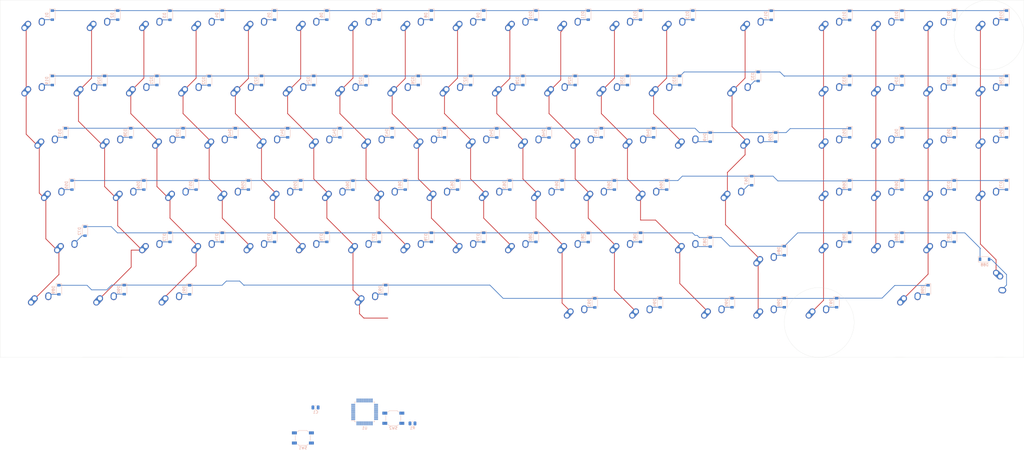
<source format=kicad_pcb>
(kicad_pcb (version 20171130) (host pcbnew "(5.1.10)-1")
  (layers (0 F.Cu signal) (31 B.Cu signal) (34 B.Paste user) (35 F.Paste user) (36 B.SilkS user) (37 F.SilkS user) (38 B.Mask user) (39 F.Mask user) (44 Edge.Cuts user))
  (net 0 "")
  (net 1 "Net-(C1-Pad2)")
  (net 2 +5V)
  (net 3 "Net-(D1-Pad2)")
  (net 4 row0)
  (net 5 "Net-(D2-Pad2)")
  (net 6 "Net-(D3-Pad2)")
  (net 7 "Net-(D4-Pad2)")
  (net 8 "Net-(D5-Pad2)")
  (net 9 "Net-(D6-Pad2)")
  (net 10 "Net-(D7-Pad2)")
  (net 11 "Net-(D8-Pad2)")
  (net 12 "Net-(D9-Pad2)")
  (net 13 "Net-(D10-Pad2)")
  (net 14 "Net-(D11-Pad2)")
  (net 15 "Net-(D12-Pad2)")
  (net 16 "Net-(D13-Pad2)")
  (net 17 "Net-(D14-Pad2)")
  (net 18 "Net-(D15-Pad2)")
  (net 19 "Net-(D16-Pad2)")
  (net 20 "Net-(D17-Pad2)")
  (net 21 "Net-(D18-Pad2)")
  (net 22 "Net-(D19-Pad2)")
  (net 23 row1)
  (net 24 "Net-(D20-Pad2)")
  (net 25 "Net-(D21-Pad2)")
  (net 26 "Net-(D22-Pad2)")
  (net 27 "Net-(D23-Pad2)")
  (net 28 "Net-(D24-Pad2)")
  (net 29 "Net-(D25-Pad2)")
  (net 30 "Net-(D26-Pad2)")
  (net 31 "Net-(D27-Pad2)")
  (net 32 "Net-(D28-Pad2)")
  (net 33 "Net-(D29-Pad2)")
  (net 34 "Net-(D30-Pad2)")
  (net 35 "Net-(D31-Pad2)")
  (net 36 "Net-(D32-Pad2)")
  (net 37 "Net-(D33-Pad2)")
  (net 38 "Net-(D34-Pad2)")
  (net 39 "Net-(D35-Pad2)")
  (net 40 "Net-(D36-Pad2)")
  (net 41 "Net-(D37-Pad2)")
  (net 42 row2)
  (net 43 "Net-(D38-Pad2)")
  (net 44 "Net-(D39-Pad2)")
  (net 45 "Net-(D40-Pad2)")
  (net 46 "Net-(D41-Pad2)")
  (net 47 "Net-(D42-Pad2)")
  (net 48 "Net-(D43-Pad2)")
  (net 49 "Net-(D44-Pad2)")
  (net 50 "Net-(D45-Pad2)")
  (net 51 "Net-(D46-Pad2)")
  (net 52 "Net-(D47-Pad2)")
  (net 53 "Net-(D48-Pad2)")
  (net 54 "Net-(D49-Pad2)")
  (net 55 "Net-(D50-Pad2)")
  (net 56 "Net-(D51-Pad2)")
  (net 57 "Net-(D52-Pad2)")
  (net 58 "Net-(D53-Pad2)")
  (net 59 "Net-(D54-Pad2)")
  (net 60 "Net-(D55-Pad2)")
  (net 61 row3)
  (net 62 "Net-(D56-Pad2)")
  (net 63 "Net-(D57-Pad2)")
  (net 64 "Net-(D58-Pad2)")
  (net 65 "Net-(D59-Pad2)")
  (net 66 "Net-(D60-Pad2)")
  (net 67 "Net-(D61-Pad2)")
  (net 68 "Net-(D62-Pad2)")
  (net 69 "Net-(D63-Pad2)")
  (net 70 "Net-(D64-Pad2)")
  (net 71 "Net-(D65-Pad2)")
  (net 72 "Net-(D66-Pad2)")
  (net 73 "Net-(D67-Pad2)")
  (net 74 "Net-(D68-Pad2)")
  (net 75 "Net-(D69-Pad2)")
  (net 76 "Net-(D70-Pad2)")
  (net 77 "Net-(D71-Pad2)")
  (net 78 "Net-(D72-Pad2)")
  (net 79 row4)
  (net 80 "Net-(D73-Pad2)")
  (net 81 "Net-(D74-Pad2)")
  (net 82 "Net-(D75-Pad2)")
  (net 83 "Net-(D76-Pad2)")
  (net 84 "Net-(D77-Pad2)")
  (net 85 "Net-(D78-Pad2)")
  (net 86 "Net-(D79-Pad2)")
  (net 87 "Net-(D80-Pad2)")
  (net 88 "Net-(D81-Pad2)")
  (net 89 "Net-(D82-Pad2)")
  (net 90 "Net-(D83-Pad2)")
  (net 91 "Net-(D84-Pad2)")
  (net 92 "Net-(D85-Pad2)")
  (net 93 "Net-(D86-Pad2)")
  (net 94 "Net-(D87-Pad2)")
  (net 95 "Net-(D88-Pad2)")
  (net 96 "Net-(D89-Pad2)")
  (net 97 row5)
  (net 98 "Net-(D90-Pad2)")
  (net 99 "Net-(D91-Pad2)")
  (net 100 "Net-(D92-Pad2)")
  (net 101 "Net-(D93-Pad2)")
  (net 102 "Net-(D94-Pad2)")
  (net 103 "Net-(D95-Pad2)")
  (net 104 "Net-(D96-Pad2)")
  (net 105 "Net-(D97-Pad2)")
  (net 106 "Net-(D98-Pad2)")
  (net 107 col00)
  (net 108 col01)
  (net 109 col02)
  (net 110 col03)
  (net 111 col04)
  (net 112 col05)
  (net 113 col06)
  (net 114 col07)
  (net 115 col08)
  (net 116 col09)
  (net 117 col10)
  (net 118 col11)
  (net 119 col12)
  (net 120 col13)
  (net 121 col14)
  (net 122 col15)
  (net 123 col16)
  (net 124 col17)
  (net 125 "Net-(R1-Pad2)")
  (net 126 "Net-(R1-Pad1)")
  (net 127 GND)
  (net 128 "Net-(U1-Pad46)")
  (net 129 "Net-(U1-Pad45)")
  (net 130 "Net-(U1-Pad43)")
  (net 131 "Net-(U1-Pad42)")
  (net 132 "Net-(U1-Pad41)")
  (net 133 "Net-(U1-Pad40)")
  (net 134 "Net-(U1-Pad39)")
  (net 135 "Net-(U1-Pad38)")
  (net 136 "Net-(U1-Pad37)")
  (net 137 "Net-(U1-Pad34)")
  (net 138 "Net-(J1-Pad2)")
  (net 139 "Net-(J1-Pad3)")
  (net 140 "Net-(U1-Pad31)")
  (net 141 "Net-(U1-Pad30)")
  (net 142 "Net-(U1-Pad29)")
  (net 143 "Net-(U1-Pad28)")
  (net 144 "Net-(U1-Pad27)")
  (net 145 "Net-(U1-Pad26)")
  (net 146 "Net-(U1-Pad25)")
  (net 147 "Net-(U1-Pad22)")
  (net 148 "Net-(U1-Pad21)")
  (net 149 "Net-(U1-Pad20)")
  (net 150 "Net-(U1-Pad19)")
  (net 151 "Net-(U1-Pad18)")
  (net 152 "Net-(U1-Pad17)")
  (net 153 "Net-(U1-Pad16)")
  (net 154 "Net-(U1-Pad15)")
  (net 155 "Net-(U1-Pad14)")
  (net 156 "Net-(U1-Pad13)")
  (net 157 "Net-(U1-Pad12)")
  (net 158 "Net-(U1-Pad11)")
  (net 159 "Net-(U1-Pad10)")
  (net 160 "Net-(U1-Pad6)")
  (net 161 "Net-(U1-Pad5)")
  (net 162 "Net-(U1-Pad4)")
  (net 163 "Net-(U1-Pad3)")
  (net 164 "Net-(U1-Pad2)")
  (module MX_Alps_Hybrid:MX-1U-NoLED (layer F.Cu) (at 165.89375 320.675)
    (fp_text reference MX73)
    (fp_text value Z)
    (pad "" np_thru_hole circle (at 5.08 0 48.0996) (size 1.75 1.75) (drill 1.75) (layers *.Cu *.Mask))
    (pad "" np_thru_hole circle (at -5.08 0 48.0996) (size 1.75 1.75) (drill 1.75) (layers *.Cu *.Mask))
    (pad 1 thru_hole circle (at -2.5 -4) (size 2.25 2.25) (drill 1.47) (layers *.Cu B.Mask) (net 108 col01))
    (pad "" np_thru_hole circle (at 0 0) (size 3.9878 3.9878) (drill 3.9878) (layers *.Cu *.Mask))
    (pad 1 thru_hole oval (at -3.81 -2.54 48.0996) (size 4.211556 2.25) (drill 1.47 (offset 0.980778 0)) (layers *.Cu B.Mask) (net 108 col01))
    (pad 2 thru_hole circle (at 2.54 -5.08) (size 2.25 2.25) (drill 1.47) (layers *.Cu B.Mask) (net 80 "Net-(D73-Pad2)"))
    (pad 2 thru_hole oval (at 2.5 -4.5 86.0548) (size 2.831378 2.25) (drill 1.47 (offset 0.290689 0)) (layers *.Cu B.Mask) (net 80 "Net-(D73-Pad2)"))
  )
  (module MX_Alps_Hybrid:MX-1U-NoLED (layer F.Cu) (at 184.94375 320.675)
    (fp_text reference MX74)
    (fp_text value X)
    (pad "" np_thru_hole circle (at 5.08 0 48.0996) (size 1.75 1.75) (drill 1.75) (layers *.Cu *.Mask))
    (pad "" np_thru_hole circle (at -5.08 0 48.0996) (size 1.75 1.75) (drill 1.75) (layers *.Cu *.Mask))
    (pad 1 thru_hole circle (at -2.5 -4) (size 2.25 2.25) (drill 1.47) (layers *.Cu B.Mask) (net 109 col02))
    (pad "" np_thru_hole circle (at 0 0) (size 3.9878 3.9878) (drill 3.9878) (layers *.Cu *.Mask))
    (pad 1 thru_hole oval (at -3.81 -2.54 48.0996) (size 4.211556 2.25) (drill 1.47 (offset 0.980778 0)) (layers *.Cu B.Mask) (net 109 col02))
    (pad 2 thru_hole circle (at 2.54 -5.08) (size 2.25 2.25) (drill 1.47) (layers *.Cu B.Mask) (net 81 "Net-(D74-Pad2)"))
    (pad 2 thru_hole oval (at 2.5 -4.5 86.0548) (size 2.831378 2.25) (drill 1.47 (offset 0.290689 0)) (layers *.Cu B.Mask) (net 81 "Net-(D74-Pad2)"))
  )
  (module MX_Alps_Hybrid:MX-2U-NoLED (layer F.Cu) (at 442.11875 339.725)
    (fp_text reference MX98)
    (fp_text value NUM0)
    (pad "" np_thru_hole circle (at 11.938 8.255) (size 3.9878 3.9878) (drill 3.9878) (layers *.Cu *.Mask))
    (pad "" np_thru_hole circle (at -11.938 8.255) (size 3.9878 3.9878) (drill 3.9878) (layers *.Cu *.Mask))
    (pad "" np_thru_hole circle (at 11.938 -6.985) (size 3.048 3.048) (drill 3.048) (layers *.Cu *.Mask))
    (pad "" np_thru_hole circle (at -11.938 -6.985) (size 3.048 3.048) (drill 3.048) (layers *.Cu *.Mask))
    (pad "" np_thru_hole circle (at 5.08 0 48.0996) (size 1.75 1.75) (drill 1.75) (layers *.Cu *.Mask))
    (pad "" np_thru_hole circle (at -5.08 0 48.0996) (size 1.75 1.75) (drill 1.75) (layers *.Cu *.Mask))
    (pad 1 thru_hole circle (at -2.5 -4) (size 2.25 2.25) (drill 1.47) (layers *.Cu B.Mask) (net 123 col16))
    (pad "" np_thru_hole circle (at 0 0) (size 3.9878 3.9878) (drill 3.9878) (layers *.Cu *.Mask))
    (pad 1 thru_hole oval (at -3.81 -2.54 48.0996) (size 4.211556 2.25) (drill 1.47 (offset 0.980778 0)) (layers *.Cu B.Mask) (net 123 col16))
    (pad 2 thru_hole circle (at 2.54 -5.08) (size 2.25 2.25) (drill 1.47) (layers *.Cu B.Mask) (net 106 "Net-(D98-Pad2)"))
    (pad 2 thru_hole oval (at 2.5 -4.5 86.0548) (size 2.831378 2.25) (drill 1.47 (offset 0.290689 0)) (layers *.Cu B.Mask) (net 106 "Net-(D98-Pad2)"))
  )
  (module Package_QFP:LQFP-48_7x7mm_P0.5mm (layer B.Cu) (at 243.1625 377.0675)
    (fp_text reference U1 (at 0 5.85) (layer B.SilkS) (effects (justify mirror)))
    (fp_text value STM32F303CCTx)
    (pad 48 smd roundrect (at -2.75 4.1625) (size 0.3 1.475) (layers B.Cu B.Paste B.Mask) (net 2 +5V))
    (pad 47 smd roundrect (at -2.25 4.1625) (size 0.3 1.475) (layers B.Cu B.Paste B.Mask) (net 127 GND))
    (pad 46 smd roundrect (at -1.75 4.1625) (size 0.3 1.475) (layers B.Cu B.Paste B.Mask) (net 128 "Net-(U1-Pad46)"))
    (pad 45 smd roundrect (at -1.25 4.1625) (size 0.3 1.475) (layers B.Cu B.Paste B.Mask) (net 129 "Net-(U1-Pad45)"))
    (pad 44 smd roundrect (at -0.75 4.1625) (size 0.3 1.475) (layers B.Cu B.Paste B.Mask) (net 126 "Net-(R1-Pad1)"))
    (pad 43 smd roundrect (at -0.25 4.1625) (size 0.3 1.475) (layers B.Cu B.Paste B.Mask) (net 130 "Net-(U1-Pad43)"))
    (pad 42 smd roundrect (at 0.25 4.1625) (size 0.3 1.475) (layers B.Cu B.Paste B.Mask) (net 131 "Net-(U1-Pad42)"))
    (pad 41 smd roundrect (at 0.75 4.1625) (size 0.3 1.475) (layers B.Cu B.Paste B.Mask) (net 132 "Net-(U1-Pad41)"))
    (pad 40 smd roundrect (at 1.25 4.1625) (size 0.3 1.475) (layers B.Cu B.Paste B.Mask) (net 133 "Net-(U1-Pad40)"))
    (pad 39 smd roundrect (at 1.75 4.1625) (size 0.3 1.475) (layers B.Cu B.Paste B.Mask) (net 134 "Net-(U1-Pad39)"))
    (pad 38 smd roundrect (at 2.25 4.1625) (size 0.3 1.475) (layers B.Cu B.Paste B.Mask) (net 135 "Net-(U1-Pad38)"))
    (pad 37 smd roundrect (at 2.75 4.1625) (size 0.3 1.475) (layers B.Cu B.Paste B.Mask) (net 136 "Net-(U1-Pad37)"))
    (pad 36 smd roundrect (at 4.1625 2.75) (size 1.475 0.3) (layers B.Cu B.Paste B.Mask) (net 2 +5V))
    (pad 35 smd roundrect (at 4.1625 2.25) (size 1.475 0.3) (layers B.Cu B.Paste B.Mask) (net 127 GND))
    (pad 34 smd roundrect (at 4.1625 1.75) (size 1.475 0.3) (layers B.Cu B.Paste B.Mask) (net 137 "Net-(U1-Pad34)"))
    (pad 33 smd roundrect (at 4.1625 1.25) (size 1.475 0.3) (layers B.Cu B.Paste B.Mask) (net 138 "Net-(J1-Pad2)"))
    (pad 32 smd roundrect (at 4.1625 0.75) (size 1.475 0.3) (layers B.Cu B.Paste B.Mask) (net 139 "Net-(J1-Pad3)"))
    (pad 31 smd roundrect (at 4.1625 0.25) (size 1.475 0.3) (layers B.Cu B.Paste B.Mask) (net 140 "Net-(U1-Pad31)"))
    (pad 30 smd roundrect (at 4.1625 -0.25) (size 1.475 0.3) (layers B.Cu B.Paste B.Mask) (net 141 "Net-(U1-Pad30)"))
    (pad 29 smd roundrect (at 4.1625 -0.75) (size 1.475 0.3) (layers B.Cu B.Paste B.Mask) (net 142 "Net-(U1-Pad29)"))
    (pad 28 smd roundrect (at 4.1625 -1.25) (size 1.475 0.3) (layers B.Cu B.Paste B.Mask) (net 143 "Net-(U1-Pad28)"))
    (pad 27 smd roundrect (at 4.1625 -1.75) (size 1.475 0.3) (layers B.Cu B.Paste B.Mask) (net 144 "Net-(U1-Pad27)"))
    (pad 26 smd roundrect (at 4.1625 -2.25) (size 1.475 0.3) (layers B.Cu B.Paste B.Mask) (net 145 "Net-(U1-Pad26)"))
    (pad 25 smd roundrect (at 4.1625 -2.75) (size 1.475 0.3) (layers B.Cu B.Paste B.Mask) (net 146 "Net-(U1-Pad25)"))
    (pad 24 smd roundrect (at 2.75 -4.1625) (size 0.3 1.475) (layers B.Cu B.Paste B.Mask) (net 2 +5V))
    (pad 23 smd roundrect (at 2.25 -4.1625) (size 0.3 1.475) (layers B.Cu B.Paste B.Mask) (net 127 GND))
    (pad 22 smd roundrect (at 1.75 -4.1625) (size 0.3 1.475) (layers B.Cu B.Paste B.Mask) (net 147 "Net-(U1-Pad22)"))
    (pad 21 smd roundrect (at 1.25 -4.1625) (size 0.3 1.475) (layers B.Cu B.Paste B.Mask) (net 148 "Net-(U1-Pad21)"))
    (pad 20 smd roundrect (at 0.75 -4.1625) (size 0.3 1.475) (layers B.Cu B.Paste B.Mask) (net 149 "Net-(U1-Pad20)"))
    (pad 19 smd roundrect (at 0.25 -4.1625) (size 0.3 1.475) (layers B.Cu B.Paste B.Mask) (net 150 "Net-(U1-Pad19)"))
    (pad 18 smd roundrect (at -0.25 -4.1625) (size 0.3 1.475) (layers B.Cu B.Paste B.Mask) (net 151 "Net-(U1-Pad18)"))
    (pad 17 smd roundrect (at -0.75 -4.1625) (size 0.3 1.475) (layers B.Cu B.Paste B.Mask) (net 152 "Net-(U1-Pad17)"))
    (pad 16 smd roundrect (at -1.25 -4.1625) (size 0.3 1.475) (layers B.Cu B.Paste B.Mask) (net 153 "Net-(U1-Pad16)"))
    (pad 15 smd roundrect (at -1.75 -4.1625) (size 0.3 1.475) (layers B.Cu B.Paste B.Mask) (net 154 "Net-(U1-Pad15)"))
    (pad 14 smd roundrect (at -2.25 -4.1625) (size 0.3 1.475) (layers B.Cu B.Paste B.Mask) (net 155 "Net-(U1-Pad14)"))
    (pad 13 smd roundrect (at -2.75 -4.1625) (size 0.3 1.475) (layers B.Cu B.Paste B.Mask) (net 156 "Net-(U1-Pad13)"))
    (pad 12 smd roundrect (at -4.1625 -2.75) (size 1.475 0.3) (layers B.Cu B.Paste B.Mask) (net 157 "Net-(U1-Pad12)"))
    (pad 11 smd roundrect (at -4.1625 -2.25) (size 1.475 0.3) (layers B.Cu B.Paste B.Mask) (net 158 "Net-(U1-Pad11)"))
    (pad 10 smd roundrect (at -4.1625 -1.75) (size 1.475 0.3) (layers B.Cu B.Paste B.Mask) (net 159 "Net-(U1-Pad10)"))
    (pad 9 smd roundrect (at -4.1625 -1.25) (size 1.475 0.3) (layers B.Cu B.Paste B.Mask) (net 2 +5V))
    (pad 8 smd roundrect (at -4.1625 -0.75) (size 1.475 0.3) (layers B.Cu B.Paste B.Mask) (net 127 GND))
    (pad 7 smd roundrect (at -4.1625 -0.25) (size 1.475 0.3) (layers B.Cu B.Paste B.Mask) (net 1 "Net-(C1-Pad2)"))
    (pad 6 smd roundrect (at -4.1625 0.25) (size 1.475 0.3) (layers B.Cu B.Paste B.Mask) (net 160 "Net-(U1-Pad6)"))
    (pad 5 smd roundrect (at -4.1625 0.75) (size 1.475 0.3) (layers B.Cu B.Paste B.Mask) (net 161 "Net-(U1-Pad5)"))
    (pad 4 smd roundrect (at -4.1625 1.25) (size 1.475 0.3) (layers B.Cu B.Paste B.Mask) (net 162 "Net-(U1-Pad4)"))
    (pad 3 smd roundrect (at -4.1625 1.75) (size 1.475 0.3) (layers B.Cu B.Paste B.Mask) (net 163 "Net-(U1-Pad3)"))
    (pad 2 smd roundrect (at -4.1625 2.25) (size 1.475 0.3) (layers B.Cu B.Paste B.Mask) (net 164 "Net-(U1-Pad2)"))
    (pad 1 smd roundrect (at -4.1625 2.75) (size 1.475 0.3) (layers B.Cu B.Paste B.Mask) (net 2 +5V))
  )
  (module Button_Switch_SMD:SW_SPST_SKQG_WithStem (layer B.Cu) (at 253.6125 379.3675)
    (fp_text reference SW2 (at 0 3.6) (layer B.SilkS) (effects (justify mirror)))
    (fp_text value SW_Push_SPDT)
    (pad 2 smd rect (at 3.1 -1.85) (size 1.8 1.1) (layers B.Cu B.Paste B.Mask) (net 125 "Net-(R1-Pad2)"))
    (pad 2 smd rect (at -3.1 -1.85) (size 1.8 1.1) (layers B.Cu B.Paste B.Mask) (net 125 "Net-(R1-Pad2)"))
    (pad 1 smd rect (at 3.1 1.85) (size 1.8 1.1) (layers B.Cu B.Paste B.Mask) (net 127 GND))
    (pad 1 smd rect (at -3.1 1.85) (size 1.8 1.1) (layers B.Cu B.Paste B.Mask) (net 127 GND))
  )
  (module Button_Switch_SMD:SW_SPST_SKQG_WithStem (layer B.Cu) (at 220.6625 386.55625)
    (fp_text reference SW1 (at 0 3.6) (layer B.SilkS) (effects (justify mirror)))
    (fp_text value SW_Push)
    (pad 2 smd rect (at 3.1 -1.85) (size 1.8 1.1) (layers B.Cu B.Paste B.Mask) (net 1 "Net-(C1-Pad2)"))
    (pad 2 smd rect (at -3.1 -1.85) (size 1.8 1.1) (layers B.Cu B.Paste B.Mask) (net 1 "Net-(C1-Pad2)"))
    (pad 1 smd rect (at 3.1 1.85) (size 1.8 1.1) (layers B.Cu B.Paste B.Mask) (net 127 GND))
    (pad 1 smd rect (at -3.1 1.85) (size 1.8 1.1) (layers B.Cu B.Paste B.Mask) (net 127 GND))
  )
  (module Resistor_SMD:R_0805_2012Metric (layer B.Cu) (at 260.5925 381.2675)
    (fp_text reference R1 (at 0 1.65) (layer B.SilkS) (effects (justify mirror)))
    (fp_text value 10K)
    (pad 2 smd roundrect (at 0.9125 0) (size 1.025 1.4) (layers B.Cu B.Paste B.Mask) (roundrect_rratio 0.243902) (net 125 "Net-(R1-Pad2)"))
    (pad 1 smd roundrect (at -0.9125 0) (size 1.025 1.4) (layers B.Cu B.Paste B.Mask) (roundrect_rratio 0.243902) (net 126 "Net-(R1-Pad1)"))
  )
  (module MX_Alps_Hybrid:MX-1U-NoLED (layer F.Cu) (at 408.78125 344.4875)
    (fp_text reference MX97)
    (fp_text value RIGHT)
    (pad "" np_thru_hole circle (at 5.08 0 48.0996) (size 1.75 1.75) (drill 1.75) (layers *.Cu *.Mask))
    (pad "" np_thru_hole circle (at -5.08 0 48.0996) (size 1.75 1.75) (drill 1.75) (layers *.Cu *.Mask))
    (pad 1 thru_hole circle (at -2.5 -4) (size 2.25 2.25) (drill 1.47) (layers *.Cu B.Mask) (net 121 col14))
    (pad "" np_thru_hole circle (at 0 0) (size 3.9878 3.9878) (drill 3.9878) (layers *.Cu *.Mask))
    (pad 1 thru_hole oval (at -3.81 -2.54 48.0996) (size 4.211556 2.25) (drill 1.47 (offset 0.980778 0)) (layers *.Cu B.Mask) (net 121 col14))
    (pad 2 thru_hole circle (at 2.54 -5.08) (size 2.25 2.25) (drill 1.47) (layers *.Cu B.Mask) (net 105 "Net-(D97-Pad2)"))
    (pad 2 thru_hole oval (at 2.5 -4.5 86.0548) (size 2.831378 2.25) (drill 1.47 (offset 0.290689 0)) (layers *.Cu B.Mask) (net 105 "Net-(D97-Pad2)"))
  )
  (module MX_Alps_Hybrid:MX-1U-NoLED (layer F.Cu) (at 389.73125 344.4875)
    (fp_text reference MX96)
    (fp_text value DOWN)
    (pad "" np_thru_hole circle (at 5.08 0 48.0996) (size 1.75 1.75) (drill 1.75) (layers *.Cu *.Mask))
    (pad "" np_thru_hole circle (at -5.08 0 48.0996) (size 1.75 1.75) (drill 1.75) (layers *.Cu *.Mask))
    (pad 1 thru_hole circle (at -2.5 -4) (size 2.25 2.25) (drill 1.47) (layers *.Cu B.Mask) (net 120 col13))
    (pad "" np_thru_hole circle (at 0 0) (size 3.9878 3.9878) (drill 3.9878) (layers *.Cu *.Mask))
    (pad 1 thru_hole oval (at -3.81 -2.54 48.0996) (size 4.211556 2.25) (drill 1.47 (offset 0.980778 0)) (layers *.Cu B.Mask) (net 120 col13))
    (pad 2 thru_hole circle (at 2.54 -5.08) (size 2.25 2.25) (drill 1.47) (layers *.Cu B.Mask) (net 104 "Net-(D96-Pad2)"))
    (pad 2 thru_hole oval (at 2.5 -4.5 86.0548) (size 2.831378 2.25) (drill 1.47 (offset 0.290689 0)) (layers *.Cu B.Mask) (net 104 "Net-(D96-Pad2)"))
  )
  (module MX_Alps_Hybrid:MX-1U-NoLED (layer F.Cu) (at 370.68125 344.4875)
    (fp_text reference MX95)
    (fp_text value LEFT)
    (pad "" np_thru_hole circle (at 5.08 0 48.0996) (size 1.75 1.75) (drill 1.75) (layers *.Cu *.Mask))
    (pad "" np_thru_hole circle (at -5.08 0 48.0996) (size 1.75 1.75) (drill 1.75) (layers *.Cu *.Mask))
    (pad 1 thru_hole circle (at -2.5 -4) (size 2.25 2.25) (drill 1.47) (layers *.Cu B.Mask) (net 118 col11))
    (pad "" np_thru_hole circle (at 0 0) (size 3.9878 3.9878) (drill 3.9878) (layers *.Cu *.Mask))
    (pad 1 thru_hole oval (at -3.81 -2.54 48.0996) (size 4.211556 2.25) (drill 1.47 (offset 0.980778 0)) (layers *.Cu B.Mask) (net 118 col11))
    (pad 2 thru_hole circle (at 2.54 -5.08) (size 2.25 2.25) (drill 1.47) (layers *.Cu B.Mask) (net 103 "Net-(D95-Pad2)"))
    (pad 2 thru_hole oval (at 2.5 -4.5 86.0548) (size 2.831378 2.25) (drill 1.47 (offset 0.290689 0)) (layers *.Cu B.Mask) (net 103 "Net-(D95-Pad2)"))
  )
  (module MX_Alps_Hybrid:MX-1.25U-NoLED (layer F.Cu) (at 344.4875 344.4875)
    (fp_text reference MX94)
    (fp_text value END)
    (pad "" np_thru_hole circle (at 5.08 0 48.0996) (size 1.75 1.75) (drill 1.75) (layers *.Cu *.Mask))
    (pad "" np_thru_hole circle (at -5.08 0 48.0996) (size 1.75 1.75) (drill 1.75) (layers *.Cu *.Mask))
    (pad 1 thru_hole circle (at -2.5 -4) (size 2.25 2.25) (drill 1.47) (layers *.Cu B.Mask) (net 117 col10))
    (pad "" np_thru_hole circle (at 0 0) (size 3.9878 3.9878) (drill 3.9878) (layers *.Cu *.Mask))
    (pad 1 thru_hole oval (at -3.81 -2.54 48.0996) (size 4.211556 2.25) (drill 1.47 (offset 0.980778 0)) (layers *.Cu B.Mask) (net 117 col10))
    (pad 2 thru_hole circle (at 2.54 -5.08) (size 2.25 2.25) (drill 1.47) (layers *.Cu B.Mask) (net 102 "Net-(D94-Pad2)"))
    (pad 2 thru_hole oval (at 2.5 -4.5 86.0548) (size 2.831378 2.25) (drill 1.47 (offset 0.290689 0)) (layers *.Cu B.Mask) (net 102 "Net-(D94-Pad2)"))
  )
  (module MX_Alps_Hybrid:MX-1.25U-NoLED (layer F.Cu) (at 320.675 344.4875)
    (fp_text reference MX93)
    (fp_text value HOME)
    (pad "" np_thru_hole circle (at 5.08 0 48.0996) (size 1.75 1.75) (drill 1.75) (layers *.Cu *.Mask))
    (pad "" np_thru_hole circle (at -5.08 0 48.0996) (size 1.75 1.75) (drill 1.75) (layers *.Cu *.Mask))
    (pad 1 thru_hole circle (at -2.5 -4) (size 2.25 2.25) (drill 1.47) (layers *.Cu B.Mask) (net 116 col09))
    (pad "" np_thru_hole circle (at 0 0) (size 3.9878 3.9878) (drill 3.9878) (layers *.Cu *.Mask))
    (pad 1 thru_hole oval (at -3.81 -2.54 48.0996) (size 4.211556 2.25) (drill 1.47 (offset 0.980778 0)) (layers *.Cu B.Mask) (net 116 col09))
    (pad 2 thru_hole circle (at 2.54 -5.08) (size 2.25 2.25) (drill 1.47) (layers *.Cu B.Mask) (net 101 "Net-(D93-Pad2)"))
    (pad 2 thru_hole oval (at 2.5 -4.5 86.0548) (size 2.831378 2.25) (drill 1.47 (offset 0.290689 0)) (layers *.Cu B.Mask) (net 101 "Net-(D93-Pad2)"))
  )
  (module MX_Alps_Hybrid:MX-6.25U-NoLED (layer F.Cu) (at 244.475 339.725)
    (fp_text reference MX92)
    (fp_text value SPACE)
    (pad "" np_thru_hole circle (at 49.9999 8.255) (size 3.9878 3.9878) (drill 3.9878) (layers *.Cu *.Mask))
    (pad "" np_thru_hole circle (at -49.9999 8.255) (size 3.9878 3.9878) (drill 3.9878) (layers *.Cu *.Mask))
    (pad "" np_thru_hole circle (at 49.9999 -6.985) (size 3.048 3.048) (drill 3.048) (layers *.Cu *.Mask))
    (pad "" np_thru_hole circle (at -49.9999 -6.985) (size 3.048 3.048) (drill 3.048) (layers *.Cu *.Mask))
    (pad "" np_thru_hole circle (at 5.08 0 48.0996) (size 1.75 1.75) (drill 1.75) (layers *.Cu *.Mask))
    (pad "" np_thru_hole circle (at -5.08 0 48.0996) (size 1.75 1.75) (drill 1.75) (layers *.Cu *.Mask))
    (pad 1 thru_hole circle (at -2.5 -4) (size 2.25 2.25) (drill 1.47) (layers *.Cu B.Mask) (net 112 col05))
    (pad "" np_thru_hole circle (at 0 0) (size 3.9878 3.9878) (drill 3.9878) (layers *.Cu *.Mask))
    (pad 1 thru_hole oval (at -3.81 -2.54 48.0996) (size 4.211556 2.25) (drill 1.47 (offset 0.980778 0)) (layers *.Cu B.Mask) (net 112 col05))
    (pad 2 thru_hole circle (at 2.54 -5.08) (size 2.25 2.25) (drill 1.47) (layers *.Cu B.Mask) (net 100 "Net-(D92-Pad2)"))
    (pad 2 thru_hole oval (at 2.5 -4.5 86.0548) (size 2.831378 2.25) (drill 1.47 (offset 0.290689 0)) (layers *.Cu B.Mask) (net 100 "Net-(D92-Pad2)"))
  )
  (module MX_Alps_Hybrid:MX-1.25U-NoLED (layer F.Cu) (at 173.0375 339.725)
    (fp_text reference MX91)
    (fp_text value ALT)
    (pad "" np_thru_hole circle (at 5.08 0 48.0996) (size 1.75 1.75) (drill 1.75) (layers *.Cu *.Mask))
    (pad "" np_thru_hole circle (at -5.08 0 48.0996) (size 1.75 1.75) (drill 1.75) (layers *.Cu *.Mask))
    (pad 1 thru_hole circle (at -2.5 -4) (size 2.25 2.25) (drill 1.47) (layers *.Cu B.Mask) (net 109 col02))
    (pad "" np_thru_hole circle (at 0 0) (size 3.9878 3.9878) (drill 3.9878) (layers *.Cu *.Mask))
    (pad 1 thru_hole oval (at -3.81 -2.54 48.0996) (size 4.211556 2.25) (drill 1.47 (offset 0.980778 0)) (layers *.Cu B.Mask) (net 109 col02))
    (pad 2 thru_hole circle (at 2.54 -5.08) (size 2.25 2.25) (drill 1.47) (layers *.Cu B.Mask) (net 99 "Net-(D91-Pad2)"))
    (pad 2 thru_hole oval (at 2.5 -4.5 86.0548) (size 2.831378 2.25) (drill 1.47 (offset 0.290689 0)) (layers *.Cu B.Mask) (net 99 "Net-(D91-Pad2)"))
  )
  (module MX_Alps_Hybrid:MX-1.25U-NoLED (layer F.Cu) (at 149.225 339.725)
    (fp_text reference MX90)
    (fp_text value WIN)
    (pad "" np_thru_hole circle (at 5.08 0 48.0996) (size 1.75 1.75) (drill 1.75) (layers *.Cu *.Mask))
    (pad "" np_thru_hole circle (at -5.08 0 48.0996) (size 1.75 1.75) (drill 1.75) (layers *.Cu *.Mask))
    (pad 1 thru_hole circle (at -2.5 -4) (size 2.25 2.25) (drill 1.47) (layers *.Cu B.Mask) (net 108 col01))
    (pad "" np_thru_hole circle (at 0 0) (size 3.9878 3.9878) (drill 3.9878) (layers *.Cu *.Mask))
    (pad 1 thru_hole oval (at -3.81 -2.54 48.0996) (size 4.211556 2.25) (drill 1.47 (offset 0.980778 0)) (layers *.Cu B.Mask) (net 108 col01))
    (pad 2 thru_hole circle (at 2.54 -5.08) (size 2.25 2.25) (drill 1.47) (layers *.Cu B.Mask) (net 98 "Net-(D90-Pad2)"))
    (pad 2 thru_hole oval (at 2.5 -4.5 86.0548) (size 2.831378 2.25) (drill 1.47 (offset 0.290689 0)) (layers *.Cu B.Mask) (net 98 "Net-(D90-Pad2)"))
  )
  (module MX_Alps_Hybrid:MX-1.25U-NoLED (layer F.Cu) (at 125.4125 339.725)
    (fp_text reference MX89)
    (fp_text value CTRL)
    (pad "" np_thru_hole circle (at 5.08 0 48.0996) (size 1.75 1.75) (drill 1.75) (layers *.Cu *.Mask))
    (pad "" np_thru_hole circle (at -5.08 0 48.0996) (size 1.75 1.75) (drill 1.75) (layers *.Cu *.Mask))
    (pad 1 thru_hole circle (at -2.5 -4) (size 2.25 2.25) (drill 1.47) (layers *.Cu B.Mask) (net 107 col00))
    (pad "" np_thru_hole circle (at 0 0) (size 3.9878 3.9878) (drill 3.9878) (layers *.Cu *.Mask))
    (pad 1 thru_hole oval (at -3.81 -2.54 48.0996) (size 4.211556 2.25) (drill 1.47 (offset 0.980778 0)) (layers *.Cu B.Mask) (net 107 col00))
    (pad 2 thru_hole circle (at 2.54 -5.08) (size 2.25 2.25) (drill 1.47) (layers *.Cu B.Mask) (net 96 "Net-(D89-Pad2)"))
    (pad 2 thru_hole oval (at 2.5 -4.5 86.0548) (size 2.831378 2.25) (drill 1.47 (offset 0.290689 0)) (layers *.Cu B.Mask) (net 96 "Net-(D89-Pad2)"))
  )
  (module MX_Alps_Hybrid:MX-2U-NoLED (layer F.Cu) (at 470.69375 330.2 270)
    (fp_text reference MX88)
    (fp_text value NUMEN)
    (pad "" np_thru_hole circle (at 11.938 8.255 270) (size 3.9878 3.9878) (drill 3.9878) (layers *.Cu *.Mask))
    (pad "" np_thru_hole circle (at -11.938 8.255 270) (size 3.9878 3.9878) (drill 3.9878) (layers *.Cu *.Mask))
    (pad "" np_thru_hole circle (at 11.938 -6.985 270) (size 3.048 3.048) (drill 3.048) (layers *.Cu *.Mask))
    (pad "" np_thru_hole circle (at -11.938 -6.985 270) (size 3.048 3.048) (drill 3.048) (layers *.Cu *.Mask))
    (pad "" np_thru_hole circle (at 5.08 0 318.0996) (size 1.75 1.75) (drill 1.75) (layers *.Cu *.Mask))
    (pad "" np_thru_hole circle (at -5.08 0 318.0996) (size 1.75 1.75) (drill 1.75) (layers *.Cu *.Mask))
    (pad 1 thru_hole circle (at -2.5 -4 270) (size 2.25 2.25) (drill 1.47) (layers *.Cu B.Mask) (net 124 col17))
    (pad "" np_thru_hole circle (at 0 0 270) (size 3.9878 3.9878) (drill 3.9878) (layers *.Cu *.Mask))
    (pad 1 thru_hole oval (at -3.81 -2.54 318.0996) (size 4.211556 2.25) (drill 1.47 (offset 0.980778 0)) (layers *.Cu B.Mask) (net 124 col17))
    (pad 2 thru_hole circle (at 2.54 -5.08 270) (size 2.25 2.25) (drill 1.47) (layers *.Cu B.Mask) (net 95 "Net-(D88-Pad2)"))
    (pad 2 thru_hole oval (at 2.5 -4.5 356.0548) (size 2.831378 2.25) (drill 1.47 (offset 0.290689 0)) (layers *.Cu B.Mask) (net 95 "Net-(D88-Pad2)"))
  )
  (module MX_Alps_Hybrid:MX-1U-NoLED (layer F.Cu) (at 451.64375 320.675)
    (fp_text reference MX87)
    (fp_text value NUM3)
    (pad "" np_thru_hole circle (at 5.08 0 48.0996) (size 1.75 1.75) (drill 1.75) (layers *.Cu *.Mask))
    (pad "" np_thru_hole circle (at -5.08 0 48.0996) (size 1.75 1.75) (drill 1.75) (layers *.Cu *.Mask))
    (pad 1 thru_hole circle (at -2.5 -4) (size 2.25 2.25) (drill 1.47) (layers *.Cu B.Mask) (net 123 col16))
    (pad "" np_thru_hole circle (at 0 0) (size 3.9878 3.9878) (drill 3.9878) (layers *.Cu *.Mask))
    (pad 1 thru_hole oval (at -3.81 -2.54 48.0996) (size 4.211556 2.25) (drill 1.47 (offset 0.980778 0)) (layers *.Cu B.Mask) (net 123 col16))
    (pad 2 thru_hole circle (at 2.54 -5.08) (size 2.25 2.25) (drill 1.47) (layers *.Cu B.Mask) (net 94 "Net-(D87-Pad2)"))
    (pad 2 thru_hole oval (at 2.5 -4.5 86.0548) (size 2.831378 2.25) (drill 1.47 (offset 0.290689 0)) (layers *.Cu B.Mask) (net 94 "Net-(D87-Pad2)"))
  )
  (module MX_Alps_Hybrid:MX-1U-NoLED (layer F.Cu) (at 432.59375 320.675)
    (fp_text reference MX86)
    (fp_text value NUM2)
    (pad "" np_thru_hole circle (at 5.08 0 48.0996) (size 1.75 1.75) (drill 1.75) (layers *.Cu *.Mask))
    (pad "" np_thru_hole circle (at -5.08 0 48.0996) (size 1.75 1.75) (drill 1.75) (layers *.Cu *.Mask))
    (pad 1 thru_hole circle (at -2.5 -4) (size 2.25 2.25) (drill 1.47) (layers *.Cu B.Mask) (net 122 col15))
    (pad "" np_thru_hole circle (at 0 0) (size 3.9878 3.9878) (drill 3.9878) (layers *.Cu *.Mask))
    (pad 1 thru_hole oval (at -3.81 -2.54 48.0996) (size 4.211556 2.25) (drill 1.47 (offset 0.980778 0)) (layers *.Cu B.Mask) (net 122 col15))
    (pad 2 thru_hole circle (at 2.54 -5.08) (size 2.25 2.25) (drill 1.47) (layers *.Cu B.Mask) (net 93 "Net-(D86-Pad2)"))
    (pad 2 thru_hole oval (at 2.5 -4.5 86.0548) (size 2.831378 2.25) (drill 1.47 (offset 0.290689 0)) (layers *.Cu B.Mask) (net 93 "Net-(D86-Pad2)"))
  )
  (module MX_Alps_Hybrid:MX-1U-NoLED (layer F.Cu) (at 413.54375 320.675)
    (fp_text reference MX85)
    (fp_text value NUM1)
    (pad "" np_thru_hole circle (at 5.08 0 48.0996) (size 1.75 1.75) (drill 1.75) (layers *.Cu *.Mask))
    (pad "" np_thru_hole circle (at -5.08 0 48.0996) (size 1.75 1.75) (drill 1.75) (layers *.Cu *.Mask))
    (pad 1 thru_hole circle (at -2.5 -4) (size 2.25 2.25) (drill 1.47) (layers *.Cu B.Mask) (net 121 col14))
    (pad "" np_thru_hole circle (at 0 0) (size 3.9878 3.9878) (drill 3.9878) (layers *.Cu *.Mask))
    (pad 1 thru_hole oval (at -3.81 -2.54 48.0996) (size 4.211556 2.25) (drill 1.47 (offset 0.980778 0)) (layers *.Cu B.Mask) (net 121 col14))
    (pad 2 thru_hole circle (at 2.54 -5.08) (size 2.25 2.25) (drill 1.47) (layers *.Cu B.Mask) (net 92 "Net-(D85-Pad2)"))
    (pad 2 thru_hole oval (at 2.5 -4.5 86.0548) (size 2.831378 2.25) (drill 1.47 (offset 0.290689 0)) (layers *.Cu B.Mask) (net 92 "Net-(D85-Pad2)"))
  )
  (module MX_Alps_Hybrid:MX-1U-NoLED (layer F.Cu) (at 389.73125 325.4375)
    (fp_text reference MX84)
    (fp_text value UP)
    (pad "" np_thru_hole circle (at 5.08 0 48.0996) (size 1.75 1.75) (drill 1.75) (layers *.Cu *.Mask))
    (pad "" np_thru_hole circle (at -5.08 0 48.0996) (size 1.75 1.75) (drill 1.75) (layers *.Cu *.Mask))
    (pad 1 thru_hole circle (at -2.5 -4) (size 2.25 2.25) (drill 1.47) (layers *.Cu B.Mask) (net 120 col13))
    (pad "" np_thru_hole circle (at 0 0) (size 3.9878 3.9878) (drill 3.9878) (layers *.Cu *.Mask))
    (pad 1 thru_hole oval (at -3.81 -2.54 48.0996) (size 4.211556 2.25) (drill 1.47 (offset 0.980778 0)) (layers *.Cu B.Mask) (net 120 col13))
    (pad 2 thru_hole circle (at 2.54 -5.08) (size 2.25 2.25) (drill 1.47) (layers *.Cu B.Mask) (net 91 "Net-(D84-Pad2)"))
    (pad 2 thru_hole oval (at 2.5 -4.5 86.0548) (size 2.831378 2.25) (drill 1.47 (offset 0.290689 0)) (layers *.Cu B.Mask) (net 91 "Net-(D84-Pad2)"))
  )
  (module MX_Alps_Hybrid:MX-1.5U-NoLED (layer F.Cu) (at 361.15625 320.675)
    (fp_text reference MX83)
    (fp_text value RSHFT)
    (pad "" np_thru_hole circle (at 5.08 0 48.0996) (size 1.75 1.75) (drill 1.75) (layers *.Cu *.Mask))
    (pad "" np_thru_hole circle (at -5.08 0 48.0996) (size 1.75 1.75) (drill 1.75) (layers *.Cu *.Mask))
    (pad 1 thru_hole circle (at -2.5 -4) (size 2.25 2.25) (drill 1.47) (layers *.Cu B.Mask) (net 118 col11))
    (pad "" np_thru_hole circle (at 0 0) (size 3.9878 3.9878) (drill 3.9878) (layers *.Cu *.Mask))
    (pad 1 thru_hole oval (at -3.81 -2.54 48.0996) (size 4.211556 2.25) (drill 1.47 (offset 0.980778 0)) (layers *.Cu B.Mask) (net 118 col11))
    (pad 2 thru_hole circle (at 2.54 -5.08) (size 2.25 2.25) (drill 1.47) (layers *.Cu B.Mask) (net 90 "Net-(D83-Pad2)"))
    (pad 2 thru_hole oval (at 2.5 -4.5 86.0548) (size 2.831378 2.25) (drill 1.47 (offset 0.290689 0)) (layers *.Cu B.Mask) (net 90 "Net-(D83-Pad2)"))
  )
  (module MX_Alps_Hybrid:MX-1U-NoLED (layer F.Cu) (at 337.34375 320.675)
    (fp_text reference MX82)
    (fp_text value SLSH)
    (pad "" np_thru_hole circle (at 5.08 0 48.0996) (size 1.75 1.75) (drill 1.75) (layers *.Cu *.Mask))
    (pad "" np_thru_hole circle (at -5.08 0 48.0996) (size 1.75 1.75) (drill 1.75) (layers *.Cu *.Mask))
    (pad 1 thru_hole circle (at -2.5 -4) (size 2.25 2.25) (drill 1.47) (layers *.Cu B.Mask) (net 117 col10))
    (pad "" np_thru_hole circle (at 0 0) (size 3.9878 3.9878) (drill 3.9878) (layers *.Cu *.Mask))
    (pad 1 thru_hole oval (at -3.81 -2.54 48.0996) (size 4.211556 2.25) (drill 1.47 (offset 0.980778 0)) (layers *.Cu B.Mask) (net 117 col10))
    (pad 2 thru_hole circle (at 2.54 -5.08) (size 2.25 2.25) (drill 1.47) (layers *.Cu B.Mask) (net 89 "Net-(D82-Pad2)"))
    (pad 2 thru_hole oval (at 2.5 -4.5 86.0548) (size 2.831378 2.25) (drill 1.47 (offset 0.290689 0)) (layers *.Cu B.Mask) (net 89 "Net-(D82-Pad2)"))
  )
  (module MX_Alps_Hybrid:MX-1U-NoLED (layer F.Cu) (at 318.29375 320.675)
    (fp_text reference MX81)
    (fp_text value PRD)
    (pad "" np_thru_hole circle (at 5.08 0 48.0996) (size 1.75 1.75) (drill 1.75) (layers *.Cu *.Mask))
    (pad "" np_thru_hole circle (at -5.08 0 48.0996) (size 1.75 1.75) (drill 1.75) (layers *.Cu *.Mask))
    (pad 1 thru_hole circle (at -2.5 -4) (size 2.25 2.25) (drill 1.47) (layers *.Cu B.Mask) (net 116 col09))
    (pad "" np_thru_hole circle (at 0 0) (size 3.9878 3.9878) (drill 3.9878) (layers *.Cu *.Mask))
    (pad 1 thru_hole oval (at -3.81 -2.54 48.0996) (size 4.211556 2.25) (drill 1.47 (offset 0.980778 0)) (layers *.Cu B.Mask) (net 116 col09))
    (pad 2 thru_hole circle (at 2.54 -5.08) (size 2.25 2.25) (drill 1.47) (layers *.Cu B.Mask) (net 88 "Net-(D81-Pad2)"))
    (pad 2 thru_hole oval (at 2.5 -4.5 86.0548) (size 2.831378 2.25) (drill 1.47 (offset 0.290689 0)) (layers *.Cu B.Mask) (net 88 "Net-(D81-Pad2)"))
  )
  (module MX_Alps_Hybrid:MX-1U-NoLED (layer F.Cu) (at 299.24375 320.675)
    (fp_text reference MX80)
    (fp_text value COMMA)
    (pad "" np_thru_hole circle (at 5.08 0 48.0996) (size 1.75 1.75) (drill 1.75) (layers *.Cu *.Mask))
    (pad "" np_thru_hole circle (at -5.08 0 48.0996) (size 1.75 1.75) (drill 1.75) (layers *.Cu *.Mask))
    (pad 1 thru_hole circle (at -2.5 -4) (size 2.25 2.25) (drill 1.47) (layers *.Cu B.Mask) (net 115 col08))
    (pad "" np_thru_hole circle (at 0 0) (size 3.9878 3.9878) (drill 3.9878) (layers *.Cu *.Mask))
    (pad 1 thru_hole oval (at -3.81 -2.54 48.0996) (size 4.211556 2.25) (drill 1.47 (offset 0.980778 0)) (layers *.Cu B.Mask) (net 115 col08))
    (pad 2 thru_hole circle (at 2.54 -5.08) (size 2.25 2.25) (drill 1.47) (layers *.Cu B.Mask) (net 87 "Net-(D80-Pad2)"))
    (pad 2 thru_hole oval (at 2.5 -4.5 86.0548) (size 2.831378 2.25) (drill 1.47 (offset 0.290689 0)) (layers *.Cu B.Mask) (net 87 "Net-(D80-Pad2)"))
  )
  (module MX_Alps_Hybrid:MX-1U-NoLED (layer F.Cu) (at 280.19375 320.675)
    (fp_text reference MX79)
    (fp_text value M)
    (pad "" np_thru_hole circle (at 5.08 0 48.0996) (size 1.75 1.75) (drill 1.75) (layers *.Cu *.Mask))
    (pad "" np_thru_hole circle (at -5.08 0 48.0996) (size 1.75 1.75) (drill 1.75) (layers *.Cu *.Mask))
    (pad 1 thru_hole circle (at -2.5 -4) (size 2.25 2.25) (drill 1.47) (layers *.Cu B.Mask) (net 114 col07))
    (pad "" np_thru_hole circle (at 0 0) (size 3.9878 3.9878) (drill 3.9878) (layers *.Cu *.Mask))
    (pad 1 thru_hole oval (at -3.81 -2.54 48.0996) (size 4.211556 2.25) (drill 1.47 (offset 0.980778 0)) (layers *.Cu B.Mask) (net 114 col07))
    (pad 2 thru_hole circle (at 2.54 -5.08) (size 2.25 2.25) (drill 1.47) (layers *.Cu B.Mask) (net 86 "Net-(D79-Pad2)"))
    (pad 2 thru_hole oval (at 2.5 -4.5 86.0548) (size 2.831378 2.25) (drill 1.47 (offset 0.290689 0)) (layers *.Cu B.Mask) (net 86 "Net-(D79-Pad2)"))
  )
  (module MX_Alps_Hybrid:MX-1U-NoLED (layer F.Cu) (at 261.14375 320.675)
    (fp_text reference MX78)
    (fp_text value N)
    (pad "" np_thru_hole circle (at 5.08 0 48.0996) (size 1.75 1.75) (drill 1.75) (layers *.Cu *.Mask))
    (pad "" np_thru_hole circle (at -5.08 0 48.0996) (size 1.75 1.75) (drill 1.75) (layers *.Cu *.Mask))
    (pad 1 thru_hole circle (at -2.5 -4) (size 2.25 2.25) (drill 1.47) (layers *.Cu B.Mask) (net 113 col06))
    (pad "" np_thru_hole circle (at 0 0) (size 3.9878 3.9878) (drill 3.9878) (layers *.Cu *.Mask))
    (pad 1 thru_hole oval (at -3.81 -2.54 48.0996) (size 4.211556 2.25) (drill 1.47 (offset 0.980778 0)) (layers *.Cu B.Mask) (net 113 col06))
    (pad 2 thru_hole circle (at 2.54 -5.08) (size 2.25 2.25) (drill 1.47) (layers *.Cu B.Mask) (net 85 "Net-(D78-Pad2)"))
    (pad 2 thru_hole oval (at 2.5 -4.5 86.0548) (size 2.831378 2.25) (drill 1.47 (offset 0.290689 0)) (layers *.Cu B.Mask) (net 85 "Net-(D78-Pad2)"))
  )
  (module MX_Alps_Hybrid:MX-1U-NoLED (layer F.Cu) (at 242.09375 320.675)
    (fp_text reference MX77)
    (fp_text value B)
    (pad "" np_thru_hole circle (at 5.08 0 48.0996) (size 1.75 1.75) (drill 1.75) (layers *.Cu *.Mask))
    (pad "" np_thru_hole circle (at -5.08 0 48.0996) (size 1.75 1.75) (drill 1.75) (layers *.Cu *.Mask))
    (pad 1 thru_hole circle (at -2.5 -4) (size 2.25 2.25) (drill 1.47) (layers *.Cu B.Mask) (net 112 col05))
    (pad "" np_thru_hole circle (at 0 0) (size 3.9878 3.9878) (drill 3.9878) (layers *.Cu *.Mask))
    (pad 1 thru_hole oval (at -3.81 -2.54 48.0996) (size 4.211556 2.25) (drill 1.47 (offset 0.980778 0)) (layers *.Cu B.Mask) (net 112 col05))
    (pad 2 thru_hole circle (at 2.54 -5.08) (size 2.25 2.25) (drill 1.47) (layers *.Cu B.Mask) (net 84 "Net-(D77-Pad2)"))
    (pad 2 thru_hole oval (at 2.5 -4.5 86.0548) (size 2.831378 2.25) (drill 1.47 (offset 0.290689 0)) (layers *.Cu B.Mask) (net 84 "Net-(D77-Pad2)"))
  )
  (module MX_Alps_Hybrid:MX-1U-NoLED (layer F.Cu) (at 223.04375 320.675)
    (fp_text reference MX76)
    (fp_text value V)
    (pad "" np_thru_hole circle (at 5.08 0 48.0996) (size 1.75 1.75) (drill 1.75) (layers *.Cu *.Mask))
    (pad "" np_thru_hole circle (at -5.08 0 48.0996) (size 1.75 1.75) (drill 1.75) (layers *.Cu *.Mask))
    (pad 1 thru_hole circle (at -2.5 -4) (size 2.25 2.25) (drill 1.47) (layers *.Cu B.Mask) (net 111 col04))
    (pad "" np_thru_hole circle (at 0 0) (size 3.9878 3.9878) (drill 3.9878) (layers *.Cu *.Mask))
    (pad 1 thru_hole oval (at -3.81 -2.54 48.0996) (size 4.211556 2.25) (drill 1.47 (offset 0.980778 0)) (layers *.Cu B.Mask) (net 111 col04))
    (pad 2 thru_hole circle (at 2.54 -5.08) (size 2.25 2.25) (drill 1.47) (layers *.Cu B.Mask) (net 83 "Net-(D76-Pad2)"))
    (pad 2 thru_hole oval (at 2.5 -4.5 86.0548) (size 2.831378 2.25) (drill 1.47 (offset 0.290689 0)) (layers *.Cu B.Mask) (net 83 "Net-(D76-Pad2)"))
  )
  (module MX_Alps_Hybrid:MX-1U-NoLED (layer F.Cu) (at 203.99375 320.675)
    (fp_text reference MX75)
    (fp_text value C)
    (pad "" np_thru_hole circle (at 5.08 0 48.0996) (size 1.75 1.75) (drill 1.75) (layers *.Cu *.Mask))
    (pad "" np_thru_hole circle (at -5.08 0 48.0996) (size 1.75 1.75) (drill 1.75) (layers *.Cu *.Mask))
    (pad 1 thru_hole circle (at -2.5 -4) (size 2.25 2.25) (drill 1.47) (layers *.Cu B.Mask) (net 110 col03))
    (pad "" np_thru_hole circle (at 0 0) (size 3.9878 3.9878) (drill 3.9878) (layers *.Cu *.Mask))
    (pad 1 thru_hole oval (at -3.81 -2.54 48.0996) (size 4.211556 2.25) (drill 1.47 (offset 0.980778 0)) (layers *.Cu B.Mask) (net 110 col03))
    (pad 2 thru_hole circle (at 2.54 -5.08) (size 2.25 2.25) (drill 1.47) (layers *.Cu B.Mask) (net 82 "Net-(D75-Pad2)"))
    (pad 2 thru_hole oval (at 2.5 -4.5 86.0548) (size 2.831378 2.25) (drill 1.47 (offset 0.290689 0)) (layers *.Cu B.Mask) (net 82 "Net-(D75-Pad2)"))
  )
  (module MX_Alps_Hybrid:MX-2.25U-NoLED (layer F.Cu) (at 134.9375 320.675)
    (fp_text reference MX72)
    (fp_text value LSHFT)
    (pad "" np_thru_hole circle (at 11.938 8.255) (size 3.9878 3.9878) (drill 3.9878) (layers *.Cu *.Mask))
    (pad "" np_thru_hole circle (at -11.938 8.255) (size 3.9878 3.9878) (drill 3.9878) (layers *.Cu *.Mask))
    (pad "" np_thru_hole circle (at 11.938 -6.985) (size 3.048 3.048) (drill 3.048) (layers *.Cu *.Mask))
    (pad "" np_thru_hole circle (at -11.938 -6.985) (size 3.048 3.048) (drill 3.048) (layers *.Cu *.Mask))
    (pad "" np_thru_hole circle (at 5.08 0 48.0996) (size 1.75 1.75) (drill 1.75) (layers *.Cu *.Mask))
    (pad "" np_thru_hole circle (at -5.08 0 48.0996) (size 1.75 1.75) (drill 1.75) (layers *.Cu *.Mask))
    (pad 1 thru_hole circle (at -2.5 -4) (size 2.25 2.25) (drill 1.47) (layers *.Cu B.Mask) (net 107 col00))
    (pad "" np_thru_hole circle (at 0 0) (size 3.9878 3.9878) (drill 3.9878) (layers *.Cu *.Mask))
    (pad 1 thru_hole oval (at -3.81 -2.54 48.0996) (size 4.211556 2.25) (drill 1.47 (offset 0.980778 0)) (layers *.Cu B.Mask) (net 107 col00))
    (pad 2 thru_hole circle (at 2.54 -5.08) (size 2.25 2.25) (drill 1.47) (layers *.Cu B.Mask) (net 78 "Net-(D72-Pad2)"))
    (pad 2 thru_hole oval (at 2.5 -4.5 86.0548) (size 2.831378 2.25) (drill 1.47 (offset 0.290689 0)) (layers *.Cu B.Mask) (net 78 "Net-(D72-Pad2)"))
  )
  (module MX_Alps_Hybrid:MX-1U-NoLED (layer F.Cu) (at 470.69375 301.625)
    (fp_text reference MX71)
    (fp_text value PLUS)
    (pad "" np_thru_hole circle (at 5.08 0 48.0996) (size 1.75 1.75) (drill 1.75) (layers *.Cu *.Mask))
    (pad "" np_thru_hole circle (at -5.08 0 48.0996) (size 1.75 1.75) (drill 1.75) (layers *.Cu *.Mask))
    (pad 1 thru_hole circle (at -2.5 -4) (size 2.25 2.25) (drill 1.47) (layers *.Cu B.Mask) (net 124 col17))
    (pad "" np_thru_hole circle (at 0 0) (size 3.9878 3.9878) (drill 3.9878) (layers *.Cu *.Mask))
    (pad 1 thru_hole oval (at -3.81 -2.54 48.0996) (size 4.211556 2.25) (drill 1.47 (offset 0.980778 0)) (layers *.Cu B.Mask) (net 124 col17))
    (pad 2 thru_hole circle (at 2.54 -5.08) (size 2.25 2.25) (drill 1.47) (layers *.Cu B.Mask) (net 77 "Net-(D71-Pad2)"))
    (pad 2 thru_hole oval (at 2.5 -4.5 86.0548) (size 2.831378 2.25) (drill 1.47 (offset 0.290689 0)) (layers *.Cu B.Mask) (net 77 "Net-(D71-Pad2)"))
  )
  (module MX_Alps_Hybrid:MX-1U-NoLED (layer F.Cu) (at 451.64375 301.625)
    (fp_text reference MX70)
    (fp_text value NUM6)
    (pad "" np_thru_hole circle (at 5.08 0 48.0996) (size 1.75 1.75) (drill 1.75) (layers *.Cu *.Mask))
    (pad "" np_thru_hole circle (at -5.08 0 48.0996) (size 1.75 1.75) (drill 1.75) (layers *.Cu *.Mask))
    (pad 1 thru_hole circle (at -2.5 -4) (size 2.25 2.25) (drill 1.47) (layers *.Cu B.Mask) (net 123 col16))
    (pad "" np_thru_hole circle (at 0 0) (size 3.9878 3.9878) (drill 3.9878) (layers *.Cu *.Mask))
    (pad 1 thru_hole oval (at -3.81 -2.54 48.0996) (size 4.211556 2.25) (drill 1.47 (offset 0.980778 0)) (layers *.Cu B.Mask) (net 123 col16))
    (pad 2 thru_hole circle (at 2.54 -5.08) (size 2.25 2.25) (drill 1.47) (layers *.Cu B.Mask) (net 76 "Net-(D70-Pad2)"))
    (pad 2 thru_hole oval (at 2.5 -4.5 86.0548) (size 2.831378 2.25) (drill 1.47 (offset 0.290689 0)) (layers *.Cu B.Mask) (net 76 "Net-(D70-Pad2)"))
  )
  (module MX_Alps_Hybrid:MX-1U-NoLED (layer F.Cu) (at 432.59375 301.625)
    (fp_text reference MX69)
    (fp_text value NUM5)
    (pad "" np_thru_hole circle (at 5.08 0 48.0996) (size 1.75 1.75) (drill 1.75) (layers *.Cu *.Mask))
    (pad "" np_thru_hole circle (at -5.08 0 48.0996) (size 1.75 1.75) (drill 1.75) (layers *.Cu *.Mask))
    (pad 1 thru_hole circle (at -2.5 -4) (size 2.25 2.25) (drill 1.47) (layers *.Cu B.Mask) (net 122 col15))
    (pad "" np_thru_hole circle (at 0 0) (size 3.9878 3.9878) (drill 3.9878) (layers *.Cu *.Mask))
    (pad 1 thru_hole oval (at -3.81 -2.54 48.0996) (size 4.211556 2.25) (drill 1.47 (offset 0.980778 0)) (layers *.Cu B.Mask) (net 122 col15))
    (pad 2 thru_hole circle (at 2.54 -5.08) (size 2.25 2.25) (drill 1.47) (layers *.Cu B.Mask) (net 75 "Net-(D69-Pad2)"))
    (pad 2 thru_hole oval (at 2.5 -4.5 86.0548) (size 2.831378 2.25) (drill 1.47 (offset 0.290689 0)) (layers *.Cu B.Mask) (net 75 "Net-(D69-Pad2)"))
  )
  (module MX_Alps_Hybrid:MX-1U-NoLED (layer F.Cu) (at 413.54375 301.625)
    (fp_text reference MX68)
    (fp_text value NUM4)
    (pad "" np_thru_hole circle (at 5.08 0 48.0996) (size 1.75 1.75) (drill 1.75) (layers *.Cu *.Mask))
    (pad "" np_thru_hole circle (at -5.08 0 48.0996) (size 1.75 1.75) (drill 1.75) (layers *.Cu *.Mask))
    (pad 1 thru_hole circle (at -2.5 -4) (size 2.25 2.25) (drill 1.47) (layers *.Cu B.Mask) (net 121 col14))
    (pad "" np_thru_hole circle (at 0 0) (size 3.9878 3.9878) (drill 3.9878) (layers *.Cu *.Mask))
    (pad 1 thru_hole oval (at -3.81 -2.54 48.0996) (size 4.211556 2.25) (drill 1.47 (offset 0.980778 0)) (layers *.Cu B.Mask) (net 121 col14))
    (pad 2 thru_hole circle (at 2.54 -5.08) (size 2.25 2.25) (drill 1.47) (layers *.Cu B.Mask) (net 74 "Net-(D68-Pad2)"))
    (pad 2 thru_hole oval (at 2.5 -4.5 86.0548) (size 2.831378 2.25) (drill 1.47 (offset 0.290689 0)) (layers *.Cu B.Mask) (net 74 "Net-(D68-Pad2)"))
  )
  (module MX_Alps_Hybrid:MX-2.25U-NoLED (layer F.Cu) (at 377.825 301.625)
    (fp_text reference MX67)
    (fp_text value ENTER)
    (pad "" np_thru_hole circle (at 11.938 8.255) (size 3.9878 3.9878) (drill 3.9878) (layers *.Cu *.Mask))
    (pad "" np_thru_hole circle (at -11.938 8.255) (size 3.9878 3.9878) (drill 3.9878) (layers *.Cu *.Mask))
    (pad "" np_thru_hole circle (at 11.938 -6.985) (size 3.048 3.048) (drill 3.048) (layers *.Cu *.Mask))
    (pad "" np_thru_hole circle (at -11.938 -6.985) (size 3.048 3.048) (drill 3.048) (layers *.Cu *.Mask))
    (pad "" np_thru_hole circle (at 5.08 0 48.0996) (size 1.75 1.75) (drill 1.75) (layers *.Cu *.Mask))
    (pad "" np_thru_hole circle (at -5.08 0 48.0996) (size 1.75 1.75) (drill 1.75) (layers *.Cu *.Mask))
    (pad 1 thru_hole circle (at -2.5 -4) (size 2.25 2.25) (drill 1.47) (layers *.Cu B.Mask) (net 120 col13))
    (pad "" np_thru_hole circle (at 0 0) (size 3.9878 3.9878) (drill 3.9878) (layers *.Cu *.Mask))
    (pad 1 thru_hole oval (at -3.81 -2.54 48.0996) (size 4.211556 2.25) (drill 1.47 (offset 0.980778 0)) (layers *.Cu B.Mask) (net 120 col13))
    (pad 2 thru_hole circle (at 2.54 -5.08) (size 2.25 2.25) (drill 1.47) (layers *.Cu B.Mask) (net 73 "Net-(D67-Pad2)"))
    (pad 2 thru_hole oval (at 2.5 -4.5 86.0548) (size 2.831378 2.25) (drill 1.47 (offset 0.290689 0)) (layers *.Cu B.Mask) (net 73 "Net-(D67-Pad2)"))
  )
  (module MX_Alps_Hybrid:MX-1U-NoLED (layer F.Cu) (at 346.86875 301.625)
    (fp_text reference MX66)
    (fp_text value APOST)
    (pad "" np_thru_hole circle (at 5.08 0 48.0996) (size 1.75 1.75) (drill 1.75) (layers *.Cu *.Mask))
    (pad "" np_thru_hole circle (at -5.08 0 48.0996) (size 1.75 1.75) (drill 1.75) (layers *.Cu *.Mask))
    (pad 1 thru_hole circle (at -2.5 -4) (size 2.25 2.25) (drill 1.47) (layers *.Cu B.Mask) (net 118 col11))
    (pad "" np_thru_hole circle (at 0 0) (size 3.9878 3.9878) (drill 3.9878) (layers *.Cu *.Mask))
    (pad 1 thru_hole oval (at -3.81 -2.54 48.0996) (size 4.211556 2.25) (drill 1.47 (offset 0.980778 0)) (layers *.Cu B.Mask) (net 118 col11))
    (pad 2 thru_hole circle (at 2.54 -5.08) (size 2.25 2.25) (drill 1.47) (layers *.Cu B.Mask) (net 72 "Net-(D66-Pad2)"))
    (pad 2 thru_hole oval (at 2.5 -4.5 86.0548) (size 2.831378 2.25) (drill 1.47 (offset 0.290689 0)) (layers *.Cu B.Mask) (net 72 "Net-(D66-Pad2)"))
  )
  (module MX_Alps_Hybrid:MX-1U-NoLED (layer F.Cu) (at 327.81875 301.625)
    (fp_text reference MX65)
    (fp_text value SMCLN)
    (pad "" np_thru_hole circle (at 5.08 0 48.0996) (size 1.75 1.75) (drill 1.75) (layers *.Cu *.Mask))
    (pad "" np_thru_hole circle (at -5.08 0 48.0996) (size 1.75 1.75) (drill 1.75) (layers *.Cu *.Mask))
    (pad 1 thru_hole circle (at -2.5 -4) (size 2.25 2.25) (drill 1.47) (layers *.Cu B.Mask) (net 117 col10))
    (pad "" np_thru_hole circle (at 0 0) (size 3.9878 3.9878) (drill 3.9878) (layers *.Cu *.Mask))
    (pad 1 thru_hole oval (at -3.81 -2.54 48.0996) (size 4.211556 2.25) (drill 1.47 (offset 0.980778 0)) (layers *.Cu B.Mask) (net 117 col10))
    (pad 2 thru_hole circle (at 2.54 -5.08) (size 2.25 2.25) (drill 1.47) (layers *.Cu B.Mask) (net 71 "Net-(D65-Pad2)"))
    (pad 2 thru_hole oval (at 2.5 -4.5 86.0548) (size 2.831378 2.25) (drill 1.47 (offset 0.290689 0)) (layers *.Cu B.Mask) (net 71 "Net-(D65-Pad2)"))
  )
  (module MX_Alps_Hybrid:MX-1U-NoLED (layer F.Cu) (at 308.76875 301.625)
    (fp_text reference MX64)
    (fp_text value L)
    (pad "" np_thru_hole circle (at 5.08 0 48.0996) (size 1.75 1.75) (drill 1.75) (layers *.Cu *.Mask))
    (pad "" np_thru_hole circle (at -5.08 0 48.0996) (size 1.75 1.75) (drill 1.75) (layers *.Cu *.Mask))
    (pad 1 thru_hole circle (at -2.5 -4) (size 2.25 2.25) (drill 1.47) (layers *.Cu B.Mask) (net 116 col09))
    (pad "" np_thru_hole circle (at 0 0) (size 3.9878 3.9878) (drill 3.9878) (layers *.Cu *.Mask))
    (pad 1 thru_hole oval (at -3.81 -2.54 48.0996) (size 4.211556 2.25) (drill 1.47 (offset 0.980778 0)) (layers *.Cu B.Mask) (net 116 col09))
    (pad 2 thru_hole circle (at 2.54 -5.08) (size 2.25 2.25) (drill 1.47) (layers *.Cu B.Mask) (net 70 "Net-(D64-Pad2)"))
    (pad 2 thru_hole oval (at 2.5 -4.5 86.0548) (size 2.831378 2.25) (drill 1.47 (offset 0.290689 0)) (layers *.Cu B.Mask) (net 70 "Net-(D64-Pad2)"))
  )
  (module MX_Alps_Hybrid:MX-1U-NoLED (layer F.Cu) (at 289.71875 301.625)
    (fp_text reference MX63)
    (fp_text value K)
    (pad "" np_thru_hole circle (at 5.08 0 48.0996) (size 1.75 1.75) (drill 1.75) (layers *.Cu *.Mask))
    (pad "" np_thru_hole circle (at -5.08 0 48.0996) (size 1.75 1.75) (drill 1.75) (layers *.Cu *.Mask))
    (pad 1 thru_hole circle (at -2.5 -4) (size 2.25 2.25) (drill 1.47) (layers *.Cu B.Mask) (net 115 col08))
    (pad "" np_thru_hole circle (at 0 0) (size 3.9878 3.9878) (drill 3.9878) (layers *.Cu *.Mask))
    (pad 1 thru_hole oval (at -3.81 -2.54 48.0996) (size 4.211556 2.25) (drill 1.47 (offset 0.980778 0)) (layers *.Cu B.Mask) (net 115 col08))
    (pad 2 thru_hole circle (at 2.54 -5.08) (size 2.25 2.25) (drill 1.47) (layers *.Cu B.Mask) (net 69 "Net-(D63-Pad2)"))
    (pad 2 thru_hole oval (at 2.5 -4.5 86.0548) (size 2.831378 2.25) (drill 1.47 (offset 0.290689 0)) (layers *.Cu B.Mask) (net 69 "Net-(D63-Pad2)"))
  )
  (module MX_Alps_Hybrid:MX-1U-NoLED (layer F.Cu) (at 270.66875 301.625)
    (fp_text reference MX62)
    (fp_text value J)
    (pad "" np_thru_hole circle (at 5.08 0 48.0996) (size 1.75 1.75) (drill 1.75) (layers *.Cu *.Mask))
    (pad "" np_thru_hole circle (at -5.08 0 48.0996) (size 1.75 1.75) (drill 1.75) (layers *.Cu *.Mask))
    (pad 1 thru_hole circle (at -2.5 -4) (size 2.25 2.25) (drill 1.47) (layers *.Cu B.Mask) (net 114 col07))
    (pad "" np_thru_hole circle (at 0 0) (size 3.9878 3.9878) (drill 3.9878) (layers *.Cu *.Mask))
    (pad 1 thru_hole oval (at -3.81 -2.54 48.0996) (size 4.211556 2.25) (drill 1.47 (offset 0.980778 0)) (layers *.Cu B.Mask) (net 114 col07))
    (pad 2 thru_hole circle (at 2.54 -5.08) (size 2.25 2.25) (drill 1.47) (layers *.Cu B.Mask) (net 68 "Net-(D62-Pad2)"))
    (pad 2 thru_hole oval (at 2.5 -4.5 86.0548) (size 2.831378 2.25) (drill 1.47 (offset 0.290689 0)) (layers *.Cu B.Mask) (net 68 "Net-(D62-Pad2)"))
  )
  (module MX_Alps_Hybrid:MX-1U-NoLED (layer F.Cu) (at 251.61875 301.625)
    (fp_text reference MX61)
    (fp_text value H)
    (pad "" np_thru_hole circle (at 5.08 0 48.0996) (size 1.75 1.75) (drill 1.75) (layers *.Cu *.Mask))
    (pad "" np_thru_hole circle (at -5.08 0 48.0996) (size 1.75 1.75) (drill 1.75) (layers *.Cu *.Mask))
    (pad 1 thru_hole circle (at -2.5 -4) (size 2.25 2.25) (drill 1.47) (layers *.Cu B.Mask) (net 113 col06))
    (pad "" np_thru_hole circle (at 0 0) (size 3.9878 3.9878) (drill 3.9878) (layers *.Cu *.Mask))
    (pad 1 thru_hole oval (at -3.81 -2.54 48.0996) (size 4.211556 2.25) (drill 1.47 (offset 0.980778 0)) (layers *.Cu B.Mask) (net 113 col06))
    (pad 2 thru_hole circle (at 2.54 -5.08) (size 2.25 2.25) (drill 1.47) (layers *.Cu B.Mask) (net 67 "Net-(D61-Pad2)"))
    (pad 2 thru_hole oval (at 2.5 -4.5 86.0548) (size 2.831378 2.25) (drill 1.47 (offset 0.290689 0)) (layers *.Cu B.Mask) (net 67 "Net-(D61-Pad2)"))
  )
  (module MX_Alps_Hybrid:MX-1U-NoLED (layer F.Cu) (at 232.56875 301.625)
    (fp_text reference MX60)
    (fp_text value G)
    (pad "" np_thru_hole circle (at 5.08 0 48.0996) (size 1.75 1.75) (drill 1.75) (layers *.Cu *.Mask))
    (pad "" np_thru_hole circle (at -5.08 0 48.0996) (size 1.75 1.75) (drill 1.75) (layers *.Cu *.Mask))
    (pad 1 thru_hole circle (at -2.5 -4) (size 2.25 2.25) (drill 1.47) (layers *.Cu B.Mask) (net 112 col05))
    (pad "" np_thru_hole circle (at 0 0) (size 3.9878 3.9878) (drill 3.9878) (layers *.Cu *.Mask))
    (pad 1 thru_hole oval (at -3.81 -2.54 48.0996) (size 4.211556 2.25) (drill 1.47 (offset 0.980778 0)) (layers *.Cu B.Mask) (net 112 col05))
    (pad 2 thru_hole circle (at 2.54 -5.08) (size 2.25 2.25) (drill 1.47) (layers *.Cu B.Mask) (net 66 "Net-(D60-Pad2)"))
    (pad 2 thru_hole oval (at 2.5 -4.5 86.0548) (size 2.831378 2.25) (drill 1.47 (offset 0.290689 0)) (layers *.Cu B.Mask) (net 66 "Net-(D60-Pad2)"))
  )
  (module MX_Alps_Hybrid:MX-1U-NoLED (layer F.Cu) (at 213.51875 301.625)
    (fp_text reference MX59)
    (fp_text value F)
    (pad "" np_thru_hole circle (at 5.08 0 48.0996) (size 1.75 1.75) (drill 1.75) (layers *.Cu *.Mask))
    (pad "" np_thru_hole circle (at -5.08 0 48.0996) (size 1.75 1.75) (drill 1.75) (layers *.Cu *.Mask))
    (pad 1 thru_hole circle (at -2.5 -4) (size 2.25 2.25) (drill 1.47) (layers *.Cu B.Mask) (net 111 col04))
    (pad "" np_thru_hole circle (at 0 0) (size 3.9878 3.9878) (drill 3.9878) (layers *.Cu *.Mask))
    (pad 1 thru_hole oval (at -3.81 -2.54 48.0996) (size 4.211556 2.25) (drill 1.47 (offset 0.980778 0)) (layers *.Cu B.Mask) (net 111 col04))
    (pad 2 thru_hole circle (at 2.54 -5.08) (size 2.25 2.25) (drill 1.47) (layers *.Cu B.Mask) (net 65 "Net-(D59-Pad2)"))
    (pad 2 thru_hole oval (at 2.5 -4.5 86.0548) (size 2.831378 2.25) (drill 1.47 (offset 0.290689 0)) (layers *.Cu B.Mask) (net 65 "Net-(D59-Pad2)"))
  )
  (module MX_Alps_Hybrid:MX-1U-NoLED (layer F.Cu) (at 194.46875 301.625)
    (fp_text reference MX58)
    (fp_text value D)
    (pad "" np_thru_hole circle (at 5.08 0 48.0996) (size 1.75 1.75) (drill 1.75) (layers *.Cu *.Mask))
    (pad "" np_thru_hole circle (at -5.08 0 48.0996) (size 1.75 1.75) (drill 1.75) (layers *.Cu *.Mask))
    (pad 1 thru_hole circle (at -2.5 -4) (size 2.25 2.25) (drill 1.47) (layers *.Cu B.Mask) (net 110 col03))
    (pad "" np_thru_hole circle (at 0 0) (size 3.9878 3.9878) (drill 3.9878) (layers *.Cu *.Mask))
    (pad 1 thru_hole oval (at -3.81 -2.54 48.0996) (size 4.211556 2.25) (drill 1.47 (offset 0.980778 0)) (layers *.Cu B.Mask) (net 110 col03))
    (pad 2 thru_hole circle (at 2.54 -5.08) (size 2.25 2.25) (drill 1.47) (layers *.Cu B.Mask) (net 64 "Net-(D58-Pad2)"))
    (pad 2 thru_hole oval (at 2.5 -4.5 86.0548) (size 2.831378 2.25) (drill 1.47 (offset 0.290689 0)) (layers *.Cu B.Mask) (net 64 "Net-(D58-Pad2)"))
  )
  (module MX_Alps_Hybrid:MX-1U-NoLED (layer F.Cu) (at 175.41875 301.625)
    (fp_text reference MX57)
    (fp_text value S)
    (pad "" np_thru_hole circle (at 5.08 0 48.0996) (size 1.75 1.75) (drill 1.75) (layers *.Cu *.Mask))
    (pad "" np_thru_hole circle (at -5.08 0 48.0996) (size 1.75 1.75) (drill 1.75) (layers *.Cu *.Mask))
    (pad 1 thru_hole circle (at -2.5 -4) (size 2.25 2.25) (drill 1.47) (layers *.Cu B.Mask) (net 109 col02))
    (pad "" np_thru_hole circle (at 0 0) (size 3.9878 3.9878) (drill 3.9878) (layers *.Cu *.Mask))
    (pad 1 thru_hole oval (at -3.81 -2.54 48.0996) (size 4.211556 2.25) (drill 1.47 (offset 0.980778 0)) (layers *.Cu B.Mask) (net 109 col02))
    (pad 2 thru_hole circle (at 2.54 -5.08) (size 2.25 2.25) (drill 1.47) (layers *.Cu B.Mask) (net 63 "Net-(D57-Pad2)"))
    (pad 2 thru_hole oval (at 2.5 -4.5 86.0548) (size 2.831378 2.25) (drill 1.47 (offset 0.290689 0)) (layers *.Cu B.Mask) (net 63 "Net-(D57-Pad2)"))
  )
  (module MX_Alps_Hybrid:MX-1U-NoLED (layer F.Cu) (at 156.36875 301.625)
    (fp_text reference MX56)
    (fp_text value A)
    (pad "" np_thru_hole circle (at 5.08 0 48.0996) (size 1.75 1.75) (drill 1.75) (layers *.Cu *.Mask))
    (pad "" np_thru_hole circle (at -5.08 0 48.0996) (size 1.75 1.75) (drill 1.75) (layers *.Cu *.Mask))
    (pad 1 thru_hole circle (at -2.5 -4) (size 2.25 2.25) (drill 1.47) (layers *.Cu B.Mask) (net 108 col01))
    (pad "" np_thru_hole circle (at 0 0) (size 3.9878 3.9878) (drill 3.9878) (layers *.Cu *.Mask))
    (pad 1 thru_hole oval (at -3.81 -2.54 48.0996) (size 4.211556 2.25) (drill 1.47 (offset 0.980778 0)) (layers *.Cu B.Mask) (net 108 col01))
    (pad 2 thru_hole circle (at 2.54 -5.08) (size 2.25 2.25) (drill 1.47) (layers *.Cu B.Mask) (net 62 "Net-(D56-Pad2)"))
    (pad 2 thru_hole oval (at 2.5 -4.5 86.0548) (size 2.831378 2.25) (drill 1.47 (offset 0.290689 0)) (layers *.Cu B.Mask) (net 62 "Net-(D56-Pad2)"))
  )
  (module MX_Alps_Hybrid:MX-1.75U-NoLED (layer F.Cu) (at 130.175 301.625)
    (fp_text reference MX55)
    (fp_text value CAPS)
    (pad "" np_thru_hole circle (at 5.08 0 48.0996) (size 1.75 1.75) (drill 1.75) (layers *.Cu *.Mask))
    (pad "" np_thru_hole circle (at -5.08 0 48.0996) (size 1.75 1.75) (drill 1.75) (layers *.Cu *.Mask))
    (pad 1 thru_hole circle (at -2.5 -4) (size 2.25 2.25) (drill 1.47) (layers *.Cu B.Mask) (net 107 col00))
    (pad "" np_thru_hole circle (at 0 0) (size 3.9878 3.9878) (drill 3.9878) (layers *.Cu *.Mask))
    (pad 1 thru_hole oval (at -3.81 -2.54 48.0996) (size 4.211556 2.25) (drill 1.47 (offset 0.980778 0)) (layers *.Cu B.Mask) (net 107 col00))
    (pad 2 thru_hole circle (at 2.54 -5.08) (size 2.25 2.25) (drill 1.47) (layers *.Cu B.Mask) (net 60 "Net-(D55-Pad2)"))
    (pad 2 thru_hole oval (at 2.5 -4.5 86.0548) (size 2.831378 2.25) (drill 1.47 (offset 0.290689 0)) (layers *.Cu B.Mask) (net 60 "Net-(D55-Pad2)"))
  )
  (module MX_Alps_Hybrid:MX-1U-NoLED (layer F.Cu) (at 470.69375 282.575)
    (fp_text reference MX54)
    (fp_text value MINUS)
    (pad "" np_thru_hole circle (at 5.08 0 48.0996) (size 1.75 1.75) (drill 1.75) (layers *.Cu *.Mask))
    (pad "" np_thru_hole circle (at -5.08 0 48.0996) (size 1.75 1.75) (drill 1.75) (layers *.Cu *.Mask))
    (pad 1 thru_hole circle (at -2.5 -4) (size 2.25 2.25) (drill 1.47) (layers *.Cu B.Mask) (net 124 col17))
    (pad "" np_thru_hole circle (at 0 0) (size 3.9878 3.9878) (drill 3.9878) (layers *.Cu *.Mask))
    (pad 1 thru_hole oval (at -3.81 -2.54 48.0996) (size 4.211556 2.25) (drill 1.47 (offset 0.980778 0)) (layers *.Cu B.Mask) (net 124 col17))
    (pad 2 thru_hole circle (at 2.54 -5.08) (size 2.25 2.25) (drill 1.47) (layers *.Cu B.Mask) (net 59 "Net-(D54-Pad2)"))
    (pad 2 thru_hole oval (at 2.5 -4.5 86.0548) (size 2.831378 2.25) (drill 1.47 (offset 0.290689 0)) (layers *.Cu B.Mask) (net 59 "Net-(D54-Pad2)"))
  )
  (module MX_Alps_Hybrid:MX-1U-NoLED (layer F.Cu) (at 451.64375 282.575)
    (fp_text reference MX53)
    (fp_text value NUM9)
    (pad "" np_thru_hole circle (at 5.08 0 48.0996) (size 1.75 1.75) (drill 1.75) (layers *.Cu *.Mask))
    (pad "" np_thru_hole circle (at -5.08 0 48.0996) (size 1.75 1.75) (drill 1.75) (layers *.Cu *.Mask))
    (pad 1 thru_hole circle (at -2.5 -4) (size 2.25 2.25) (drill 1.47) (layers *.Cu B.Mask) (net 123 col16))
    (pad "" np_thru_hole circle (at 0 0) (size 3.9878 3.9878) (drill 3.9878) (layers *.Cu *.Mask))
    (pad 1 thru_hole oval (at -3.81 -2.54 48.0996) (size 4.211556 2.25) (drill 1.47 (offset 0.980778 0)) (layers *.Cu B.Mask) (net 123 col16))
    (pad 2 thru_hole circle (at 2.54 -5.08) (size 2.25 2.25) (drill 1.47) (layers *.Cu B.Mask) (net 58 "Net-(D53-Pad2)"))
    (pad 2 thru_hole oval (at 2.5 -4.5 86.0548) (size 2.831378 2.25) (drill 1.47 (offset 0.290689 0)) (layers *.Cu B.Mask) (net 58 "Net-(D53-Pad2)"))
  )
  (module MX_Alps_Hybrid:MX-1U-NoLED (layer F.Cu) (at 432.59375 282.575)
    (fp_text reference MX52)
    (fp_text value NUM8)
    (pad "" np_thru_hole circle (at 5.08 0 48.0996) (size 1.75 1.75) (drill 1.75) (layers *.Cu *.Mask))
    (pad "" np_thru_hole circle (at -5.08 0 48.0996) (size 1.75 1.75) (drill 1.75) (layers *.Cu *.Mask))
    (pad 1 thru_hole circle (at -2.5 -4) (size 2.25 2.25) (drill 1.47) (layers *.Cu B.Mask) (net 122 col15))
    (pad "" np_thru_hole circle (at 0 0) (size 3.9878 3.9878) (drill 3.9878) (layers *.Cu *.Mask))
    (pad 1 thru_hole oval (at -3.81 -2.54 48.0996) (size 4.211556 2.25) (drill 1.47 (offset 0.980778 0)) (layers *.Cu B.Mask) (net 122 col15))
    (pad 2 thru_hole circle (at 2.54 -5.08) (size 2.25 2.25) (drill 1.47) (layers *.Cu B.Mask) (net 57 "Net-(D52-Pad2)"))
    (pad 2 thru_hole oval (at 2.5 -4.5 86.0548) (size 2.831378 2.25) (drill 1.47 (offset 0.290689 0)) (layers *.Cu B.Mask) (net 57 "Net-(D52-Pad2)"))
  )
  (module MX_Alps_Hybrid:MX-1U-NoLED (layer F.Cu) (at 413.54375 282.575)
    (fp_text reference MX51)
    (fp_text value NUM7)
    (pad "" np_thru_hole circle (at 5.08 0 48.0996) (size 1.75 1.75) (drill 1.75) (layers *.Cu *.Mask))
    (pad "" np_thru_hole circle (at -5.08 0 48.0996) (size 1.75 1.75) (drill 1.75) (layers *.Cu *.Mask))
    (pad 1 thru_hole circle (at -2.5 -4) (size 2.25 2.25) (drill 1.47) (layers *.Cu B.Mask) (net 121 col14))
    (pad "" np_thru_hole circle (at 0 0) (size 3.9878 3.9878) (drill 3.9878) (layers *.Cu *.Mask))
    (pad 1 thru_hole oval (at -3.81 -2.54 48.0996) (size 4.211556 2.25) (drill 1.47 (offset 0.980778 0)) (layers *.Cu B.Mask) (net 121 col14))
    (pad 2 thru_hole circle (at 2.54 -5.08) (size 2.25 2.25) (drill 1.47) (layers *.Cu B.Mask) (net 56 "Net-(D51-Pad2)"))
    (pad 2 thru_hole oval (at 2.5 -4.5 86.0548) (size 2.831378 2.25) (drill 1.47 (offset 0.290689 0)) (layers *.Cu B.Mask) (net 56 "Net-(D51-Pad2)"))
  )
  (module MX_Alps_Hybrid:MX-1.5U-NoLED (layer F.Cu) (at 384.96875 282.575)
    (fp_text reference MX50)
    (fp_text value BSLSH)
    (pad "" np_thru_hole circle (at 5.08 0 48.0996) (size 1.75 1.75) (drill 1.75) (layers *.Cu *.Mask))
    (pad "" np_thru_hole circle (at -5.08 0 48.0996) (size 1.75 1.75) (drill 1.75) (layers *.Cu *.Mask))
    (pad 1 thru_hole circle (at -2.5 -4) (size 2.25 2.25) (drill 1.47) (layers *.Cu B.Mask) (net 120 col13))
    (pad "" np_thru_hole circle (at 0 0) (size 3.9878 3.9878) (drill 3.9878) (layers *.Cu *.Mask))
    (pad 1 thru_hole oval (at -3.81 -2.54 48.0996) (size 4.211556 2.25) (drill 1.47 (offset 0.980778 0)) (layers *.Cu B.Mask) (net 120 col13))
    (pad 2 thru_hole circle (at 2.54 -5.08) (size 2.25 2.25) (drill 1.47) (layers *.Cu B.Mask) (net 55 "Net-(D50-Pad2)"))
    (pad 2 thru_hole oval (at 2.5 -4.5 86.0548) (size 2.831378 2.25) (drill 1.47 (offset 0.290689 0)) (layers *.Cu B.Mask) (net 55 "Net-(D50-Pad2)"))
  )
  (module MX_Alps_Hybrid:MX-1U-NoLED (layer F.Cu) (at 361.15625 282.575)
    (fp_text reference MX49)
    (fp_text value RBRKT)
    (pad "" np_thru_hole circle (at 5.08 0 48.0996) (size 1.75 1.75) (drill 1.75) (layers *.Cu *.Mask))
    (pad "" np_thru_hole circle (at -5.08 0 48.0996) (size 1.75 1.75) (drill 1.75) (layers *.Cu *.Mask))
    (pad 1 thru_hole circle (at -2.5 -4) (size 2.25 2.25) (drill 1.47) (layers *.Cu B.Mask) (net 119 col12))
    (pad "" np_thru_hole circle (at 0 0) (size 3.9878 3.9878) (drill 3.9878) (layers *.Cu *.Mask))
    (pad 1 thru_hole oval (at -3.81 -2.54 48.0996) (size 4.211556 2.25) (drill 1.47 (offset 0.980778 0)) (layers *.Cu B.Mask) (net 119 col12))
    (pad 2 thru_hole circle (at 2.54 -5.08) (size 2.25 2.25) (drill 1.47) (layers *.Cu B.Mask) (net 54 "Net-(D49-Pad2)"))
    (pad 2 thru_hole oval (at 2.5 -4.5 86.0548) (size 2.831378 2.25) (drill 1.47 (offset 0.290689 0)) (layers *.Cu B.Mask) (net 54 "Net-(D49-Pad2)"))
  )
  (module MX_Alps_Hybrid:MX-1U-NoLED (layer F.Cu) (at 342.10625 282.575)
    (fp_text reference MX48)
    (fp_text value LBRKT)
    (pad "" np_thru_hole circle (at 5.08 0 48.0996) (size 1.75 1.75) (drill 1.75) (layers *.Cu *.Mask))
    (pad "" np_thru_hole circle (at -5.08 0 48.0996) (size 1.75 1.75) (drill 1.75) (layers *.Cu *.Mask))
    (pad 1 thru_hole circle (at -2.5 -4) (size 2.25 2.25) (drill 1.47) (layers *.Cu B.Mask) (net 118 col11))
    (pad "" np_thru_hole circle (at 0 0) (size 3.9878 3.9878) (drill 3.9878) (layers *.Cu *.Mask))
    (pad 1 thru_hole oval (at -3.81 -2.54 48.0996) (size 4.211556 2.25) (drill 1.47 (offset 0.980778 0)) (layers *.Cu B.Mask) (net 118 col11))
    (pad 2 thru_hole circle (at 2.54 -5.08) (size 2.25 2.25) (drill 1.47) (layers *.Cu B.Mask) (net 53 "Net-(D48-Pad2)"))
    (pad 2 thru_hole oval (at 2.5 -4.5 86.0548) (size 2.831378 2.25) (drill 1.47 (offset 0.290689 0)) (layers *.Cu B.Mask) (net 53 "Net-(D48-Pad2)"))
  )
  (module MX_Alps_Hybrid:MX-1U-NoLED (layer F.Cu) (at 323.05625 282.575)
    (fp_text reference MX47)
    (fp_text value P)
    (pad "" np_thru_hole circle (at 5.08 0 48.0996) (size 1.75 1.75) (drill 1.75) (layers *.Cu *.Mask))
    (pad "" np_thru_hole circle (at -5.08 0 48.0996) (size 1.75 1.75) (drill 1.75) (layers *.Cu *.Mask))
    (pad 1 thru_hole circle (at -2.5 -4) (size 2.25 2.25) (drill 1.47) (layers *.Cu B.Mask) (net 117 col10))
    (pad "" np_thru_hole circle (at 0 0) (size 3.9878 3.9878) (drill 3.9878) (layers *.Cu *.Mask))
    (pad 1 thru_hole oval (at -3.81 -2.54 48.0996) (size 4.211556 2.25) (drill 1.47 (offset 0.980778 0)) (layers *.Cu B.Mask) (net 117 col10))
    (pad 2 thru_hole circle (at 2.54 -5.08) (size 2.25 2.25) (drill 1.47) (layers *.Cu B.Mask) (net 52 "Net-(D47-Pad2)"))
    (pad 2 thru_hole oval (at 2.5 -4.5 86.0548) (size 2.831378 2.25) (drill 1.47 (offset 0.290689 0)) (layers *.Cu B.Mask) (net 52 "Net-(D47-Pad2)"))
  )
  (module MX_Alps_Hybrid:MX-1U-NoLED (layer F.Cu) (at 304.00625 282.575)
    (fp_text reference MX46)
    (fp_text value O)
    (pad "" np_thru_hole circle (at 5.08 0 48.0996) (size 1.75 1.75) (drill 1.75) (layers *.Cu *.Mask))
    (pad "" np_thru_hole circle (at -5.08 0 48.0996) (size 1.75 1.75) (drill 1.75) (layers *.Cu *.Mask))
    (pad 1 thru_hole circle (at -2.5 -4) (size 2.25 2.25) (drill 1.47) (layers *.Cu B.Mask) (net 116 col09))
    (pad "" np_thru_hole circle (at 0 0) (size 3.9878 3.9878) (drill 3.9878) (layers *.Cu *.Mask))
    (pad 1 thru_hole oval (at -3.81 -2.54 48.0996) (size 4.211556 2.25) (drill 1.47 (offset 0.980778 0)) (layers *.Cu B.Mask) (net 116 col09))
    (pad 2 thru_hole circle (at 2.54 -5.08) (size 2.25 2.25) (drill 1.47) (layers *.Cu B.Mask) (net 51 "Net-(D46-Pad2)"))
    (pad 2 thru_hole oval (at 2.5 -4.5 86.0548) (size 2.831378 2.25) (drill 1.47 (offset 0.290689 0)) (layers *.Cu B.Mask) (net 51 "Net-(D46-Pad2)"))
  )
  (module MX_Alps_Hybrid:MX-1U-NoLED (layer F.Cu) (at 284.95625 282.575)
    (fp_text reference MX45)
    (fp_text value I)
    (pad "" np_thru_hole circle (at 5.08 0 48.0996) (size 1.75 1.75) (drill 1.75) (layers *.Cu *.Mask))
    (pad "" np_thru_hole circle (at -5.08 0 48.0996) (size 1.75 1.75) (drill 1.75) (layers *.Cu *.Mask))
    (pad 1 thru_hole circle (at -2.5 -4) (size 2.25 2.25) (drill 1.47) (layers *.Cu B.Mask) (net 115 col08))
    (pad "" np_thru_hole circle (at 0 0) (size 3.9878 3.9878) (drill 3.9878) (layers *.Cu *.Mask))
    (pad 1 thru_hole oval (at -3.81 -2.54 48.0996) (size 4.211556 2.25) (drill 1.47 (offset 0.980778 0)) (layers *.Cu B.Mask) (net 115 col08))
    (pad 2 thru_hole circle (at 2.54 -5.08) (size 2.25 2.25) (drill 1.47) (layers *.Cu B.Mask) (net 50 "Net-(D45-Pad2)"))
    (pad 2 thru_hole oval (at 2.5 -4.5 86.0548) (size 2.831378 2.25) (drill 1.47 (offset 0.290689 0)) (layers *.Cu B.Mask) (net 50 "Net-(D45-Pad2)"))
  )
  (module MX_Alps_Hybrid:MX-1U-NoLED (layer F.Cu) (at 265.90625 282.575)
    (fp_text reference MX44)
    (fp_text value U)
    (pad "" np_thru_hole circle (at 5.08 0 48.0996) (size 1.75 1.75) (drill 1.75) (layers *.Cu *.Mask))
    (pad "" np_thru_hole circle (at -5.08 0 48.0996) (size 1.75 1.75) (drill 1.75) (layers *.Cu *.Mask))
    (pad 1 thru_hole circle (at -2.5 -4) (size 2.25 2.25) (drill 1.47) (layers *.Cu B.Mask) (net 114 col07))
    (pad "" np_thru_hole circle (at 0 0) (size 3.9878 3.9878) (drill 3.9878) (layers *.Cu *.Mask))
    (pad 1 thru_hole oval (at -3.81 -2.54 48.0996) (size 4.211556 2.25) (drill 1.47 (offset 0.980778 0)) (layers *.Cu B.Mask) (net 114 col07))
    (pad 2 thru_hole circle (at 2.54 -5.08) (size 2.25 2.25) (drill 1.47) (layers *.Cu B.Mask) (net 49 "Net-(D44-Pad2)"))
    (pad 2 thru_hole oval (at 2.5 -4.5 86.0548) (size 2.831378 2.25) (drill 1.47 (offset 0.290689 0)) (layers *.Cu B.Mask) (net 49 "Net-(D44-Pad2)"))
  )
  (module MX_Alps_Hybrid:MX-1U-NoLED (layer F.Cu) (at 246.85625 282.575)
    (fp_text reference MX43)
    (fp_text value Y)
    (pad "" np_thru_hole circle (at 5.08 0 48.0996) (size 1.75 1.75) (drill 1.75) (layers *.Cu *.Mask))
    (pad "" np_thru_hole circle (at -5.08 0 48.0996) (size 1.75 1.75) (drill 1.75) (layers *.Cu *.Mask))
    (pad 1 thru_hole circle (at -2.5 -4) (size 2.25 2.25) (drill 1.47) (layers *.Cu B.Mask) (net 113 col06))
    (pad "" np_thru_hole circle (at 0 0) (size 3.9878 3.9878) (drill 3.9878) (layers *.Cu *.Mask))
    (pad 1 thru_hole oval (at -3.81 -2.54 48.0996) (size 4.211556 2.25) (drill 1.47 (offset 0.980778 0)) (layers *.Cu B.Mask) (net 113 col06))
    (pad 2 thru_hole circle (at 2.54 -5.08) (size 2.25 2.25) (drill 1.47) (layers *.Cu B.Mask) (net 48 "Net-(D43-Pad2)"))
    (pad 2 thru_hole oval (at 2.5 -4.5 86.0548) (size 2.831378 2.25) (drill 1.47 (offset 0.290689 0)) (layers *.Cu B.Mask) (net 48 "Net-(D43-Pad2)"))
  )
  (module MX_Alps_Hybrid:MX-1U-NoLED (layer F.Cu) (at 227.80625 282.575)
    (fp_text reference MX42)
    (fp_text value T)
    (pad "" np_thru_hole circle (at 5.08 0 48.0996) (size 1.75 1.75) (drill 1.75) (layers *.Cu *.Mask))
    (pad "" np_thru_hole circle (at -5.08 0 48.0996) (size 1.75 1.75) (drill 1.75) (layers *.Cu *.Mask))
    (pad 1 thru_hole circle (at -2.5 -4) (size 2.25 2.25) (drill 1.47) (layers *.Cu B.Mask) (net 112 col05))
    (pad "" np_thru_hole circle (at 0 0) (size 3.9878 3.9878) (drill 3.9878) (layers *.Cu *.Mask))
    (pad 1 thru_hole oval (at -3.81 -2.54 48.0996) (size 4.211556 2.25) (drill 1.47 (offset 0.980778 0)) (layers *.Cu B.Mask) (net 112 col05))
    (pad 2 thru_hole circle (at 2.54 -5.08) (size 2.25 2.25) (drill 1.47) (layers *.Cu B.Mask) (net 47 "Net-(D42-Pad2)"))
    (pad 2 thru_hole oval (at 2.5 -4.5 86.0548) (size 2.831378 2.25) (drill 1.47 (offset 0.290689 0)) (layers *.Cu B.Mask) (net 47 "Net-(D42-Pad2)"))
  )
  (module MX_Alps_Hybrid:MX-1U-NoLED (layer F.Cu) (at 208.75625 282.575)
    (fp_text reference MX41)
    (fp_text value R)
    (pad "" np_thru_hole circle (at 5.08 0 48.0996) (size 1.75 1.75) (drill 1.75) (layers *.Cu *.Mask))
    (pad "" np_thru_hole circle (at -5.08 0 48.0996) (size 1.75 1.75) (drill 1.75) (layers *.Cu *.Mask))
    (pad 1 thru_hole circle (at -2.5 -4) (size 2.25 2.25) (drill 1.47) (layers *.Cu B.Mask) (net 111 col04))
    (pad "" np_thru_hole circle (at 0 0) (size 3.9878 3.9878) (drill 3.9878) (layers *.Cu *.Mask))
    (pad 1 thru_hole oval (at -3.81 -2.54 48.0996) (size 4.211556 2.25) (drill 1.47 (offset 0.980778 0)) (layers *.Cu B.Mask) (net 111 col04))
    (pad 2 thru_hole circle (at 2.54 -5.08) (size 2.25 2.25) (drill 1.47) (layers *.Cu B.Mask) (net 46 "Net-(D41-Pad2)"))
    (pad 2 thru_hole oval (at 2.5 -4.5 86.0548) (size 2.831378 2.25) (drill 1.47 (offset 0.290689 0)) (layers *.Cu B.Mask) (net 46 "Net-(D41-Pad2)"))
  )
  (module MX_Alps_Hybrid:MX-1U-NoLED (layer F.Cu) (at 189.70625 282.575)
    (fp_text reference MX40)
    (fp_text value E)
    (pad "" np_thru_hole circle (at 5.08 0 48.0996) (size 1.75 1.75) (drill 1.75) (layers *.Cu *.Mask))
    (pad "" np_thru_hole circle (at -5.08 0 48.0996) (size 1.75 1.75) (drill 1.75) (layers *.Cu *.Mask))
    (pad 1 thru_hole circle (at -2.5 -4) (size 2.25 2.25) (drill 1.47) (layers *.Cu B.Mask) (net 110 col03))
    (pad "" np_thru_hole circle (at 0 0) (size 3.9878 3.9878) (drill 3.9878) (layers *.Cu *.Mask))
    (pad 1 thru_hole oval (at -3.81 -2.54 48.0996) (size 4.211556 2.25) (drill 1.47 (offset 0.980778 0)) (layers *.Cu B.Mask) (net 110 col03))
    (pad 2 thru_hole circle (at 2.54 -5.08) (size 2.25 2.25) (drill 1.47) (layers *.Cu B.Mask) (net 45 "Net-(D40-Pad2)"))
    (pad 2 thru_hole oval (at 2.5 -4.5 86.0548) (size 2.831378 2.25) (drill 1.47 (offset 0.290689 0)) (layers *.Cu B.Mask) (net 45 "Net-(D40-Pad2)"))
  )
  (module MX_Alps_Hybrid:MX-1U-NoLED (layer F.Cu) (at 170.65625 282.575)
    (fp_text reference MX39)
    (fp_text value W)
    (pad "" np_thru_hole circle (at 5.08 0 48.0996) (size 1.75 1.75) (drill 1.75) (layers *.Cu *.Mask))
    (pad "" np_thru_hole circle (at -5.08 0 48.0996) (size 1.75 1.75) (drill 1.75) (layers *.Cu *.Mask))
    (pad 1 thru_hole circle (at -2.5 -4) (size 2.25 2.25) (drill 1.47) (layers *.Cu B.Mask) (net 109 col02))
    (pad "" np_thru_hole circle (at 0 0) (size 3.9878 3.9878) (drill 3.9878) (layers *.Cu *.Mask))
    (pad 1 thru_hole oval (at -3.81 -2.54 48.0996) (size 4.211556 2.25) (drill 1.47 (offset 0.980778 0)) (layers *.Cu B.Mask) (net 109 col02))
    (pad 2 thru_hole circle (at 2.54 -5.08) (size 2.25 2.25) (drill 1.47) (layers *.Cu B.Mask) (net 44 "Net-(D39-Pad2)"))
    (pad 2 thru_hole oval (at 2.5 -4.5 86.0548) (size 2.831378 2.25) (drill 1.47 (offset 0.290689 0)) (layers *.Cu B.Mask) (net 44 "Net-(D39-Pad2)"))
  )
  (module MX_Alps_Hybrid:MX-1U-NoLED (layer F.Cu) (at 151.60625 282.575)
    (fp_text reference MX38)
    (fp_text value Q)
    (pad "" np_thru_hole circle (at 5.08 0 48.0996) (size 1.75 1.75) (drill 1.75) (layers *.Cu *.Mask))
    (pad "" np_thru_hole circle (at -5.08 0 48.0996) (size 1.75 1.75) (drill 1.75) (layers *.Cu *.Mask))
    (pad 1 thru_hole circle (at -2.5 -4) (size 2.25 2.25) (drill 1.47) (layers *.Cu B.Mask) (net 108 col01))
    (pad "" np_thru_hole circle (at 0 0) (size 3.9878 3.9878) (drill 3.9878) (layers *.Cu *.Mask))
    (pad 1 thru_hole oval (at -3.81 -2.54 48.0996) (size 4.211556 2.25) (drill 1.47 (offset 0.980778 0)) (layers *.Cu B.Mask) (net 108 col01))
    (pad 2 thru_hole circle (at 2.54 -5.08) (size 2.25 2.25) (drill 1.47) (layers *.Cu B.Mask) (net 43 "Net-(D38-Pad2)"))
    (pad 2 thru_hole oval (at 2.5 -4.5 86.0548) (size 2.831378 2.25) (drill 1.47 (offset 0.290689 0)) (layers *.Cu B.Mask) (net 43 "Net-(D38-Pad2)"))
  )
  (module MX_Alps_Hybrid:MX-1.5U-NoLED (layer F.Cu) (at 127.79375 282.575)
    (fp_text reference MX37)
    (fp_text value TAB)
    (pad "" np_thru_hole circle (at 5.08 0 48.0996) (size 1.75 1.75) (drill 1.75) (layers *.Cu *.Mask))
    (pad "" np_thru_hole circle (at -5.08 0 48.0996) (size 1.75 1.75) (drill 1.75) (layers *.Cu *.Mask))
    (pad 1 thru_hole circle (at -2.5 -4) (size 2.25 2.25) (drill 1.47) (layers *.Cu B.Mask) (net 107 col00))
    (pad "" np_thru_hole circle (at 0 0) (size 3.9878 3.9878) (drill 3.9878) (layers *.Cu *.Mask))
    (pad 1 thru_hole oval (at -3.81 -2.54 48.0996) (size 4.211556 2.25) (drill 1.47 (offset 0.980778 0)) (layers *.Cu B.Mask) (net 107 col00))
    (pad 2 thru_hole circle (at 2.54 -5.08) (size 2.25 2.25) (drill 1.47) (layers *.Cu B.Mask) (net 41 "Net-(D37-Pad2)"))
    (pad 2 thru_hole oval (at 2.5 -4.5 86.0548) (size 2.831378 2.25) (drill 1.47 (offset 0.290689 0)) (layers *.Cu B.Mask) (net 41 "Net-(D37-Pad2)"))
  )
  (module MX_Alps_Hybrid:MX-1U-NoLED (layer F.Cu) (at 470.69375 263.525)
    (fp_text reference MX36)
    (fp_text value DIV)
    (pad "" np_thru_hole circle (at 5.08 0 48.0996) (size 1.75 1.75) (drill 1.75) (layers *.Cu *.Mask))
    (pad "" np_thru_hole circle (at -5.08 0 48.0996) (size 1.75 1.75) (drill 1.75) (layers *.Cu *.Mask))
    (pad 1 thru_hole circle (at -2.5 -4) (size 2.25 2.25) (drill 1.47) (layers *.Cu B.Mask) (net 124 col17))
    (pad "" np_thru_hole circle (at 0 0) (size 3.9878 3.9878) (drill 3.9878) (layers *.Cu *.Mask))
    (pad 1 thru_hole oval (at -3.81 -2.54 48.0996) (size 4.211556 2.25) (drill 1.47 (offset 0.980778 0)) (layers *.Cu B.Mask) (net 124 col17))
    (pad 2 thru_hole circle (at 2.54 -5.08) (size 2.25 2.25) (drill 1.47) (layers *.Cu B.Mask) (net 40 "Net-(D36-Pad2)"))
    (pad 2 thru_hole oval (at 2.5 -4.5 86.0548) (size 2.831378 2.25) (drill 1.47 (offset 0.290689 0)) (layers *.Cu B.Mask) (net 40 "Net-(D36-Pad2)"))
  )
  (module MX_Alps_Hybrid:MX-1U-NoLED (layer F.Cu) (at 451.64375 263.525)
    (fp_text reference MX35)
    (fp_text value MULT)
    (pad "" np_thru_hole circle (at 5.08 0 48.0996) (size 1.75 1.75) (drill 1.75) (layers *.Cu *.Mask))
    (pad "" np_thru_hole circle (at -5.08 0 48.0996) (size 1.75 1.75) (drill 1.75) (layers *.Cu *.Mask))
    (pad 1 thru_hole circle (at -2.5 -4) (size 2.25 2.25) (drill 1.47) (layers *.Cu B.Mask) (net 123 col16))
    (pad "" np_thru_hole circle (at 0 0) (size 3.9878 3.9878) (drill 3.9878) (layers *.Cu *.Mask))
    (pad 1 thru_hole oval (at -3.81 -2.54 48.0996) (size 4.211556 2.25) (drill 1.47 (offset 0.980778 0)) (layers *.Cu B.Mask) (net 123 col16))
    (pad 2 thru_hole circle (at 2.54 -5.08) (size 2.25 2.25) (drill 1.47) (layers *.Cu B.Mask) (net 39 "Net-(D35-Pad2)"))
    (pad 2 thru_hole oval (at 2.5 -4.5 86.0548) (size 2.831378 2.25) (drill 1.47 (offset 0.290689 0)) (layers *.Cu B.Mask) (net 39 "Net-(D35-Pad2)"))
  )
  (module MX_Alps_Hybrid:MX-1U-NoLED (layer F.Cu) (at 432.59375 263.525)
    (fp_text reference MX34)
    (fp_text value SPRTR)
    (pad "" np_thru_hole circle (at 5.08 0 48.0996) (size 1.75 1.75) (drill 1.75) (layers *.Cu *.Mask))
    (pad "" np_thru_hole circle (at -5.08 0 48.0996) (size 1.75 1.75) (drill 1.75) (layers *.Cu *.Mask))
    (pad 1 thru_hole circle (at -2.5 -4) (size 2.25 2.25) (drill 1.47) (layers *.Cu B.Mask) (net 122 col15))
    (pad "" np_thru_hole circle (at 0 0) (size 3.9878 3.9878) (drill 3.9878) (layers *.Cu *.Mask))
    (pad 1 thru_hole oval (at -3.81 -2.54 48.0996) (size 4.211556 2.25) (drill 1.47 (offset 0.980778 0)) (layers *.Cu B.Mask) (net 122 col15))
    (pad 2 thru_hole circle (at 2.54 -5.08) (size 2.25 2.25) (drill 1.47) (layers *.Cu B.Mask) (net 38 "Net-(D34-Pad2)"))
    (pad 2 thru_hole oval (at 2.5 -4.5 86.0548) (size 2.831378 2.25) (drill 1.47 (offset 0.290689 0)) (layers *.Cu B.Mask) (net 38 "Net-(D34-Pad2)"))
  )
  (module MX_Alps_Hybrid:MX-1U-NoLED (layer F.Cu) (at 413.54375 263.525)
    (fp_text reference MX33)
    (fp_text value DECML)
    (pad "" np_thru_hole circle (at 5.08 0 48.0996) (size 1.75 1.75) (drill 1.75) (layers *.Cu *.Mask))
    (pad "" np_thru_hole circle (at -5.08 0 48.0996) (size 1.75 1.75) (drill 1.75) (layers *.Cu *.Mask))
    (pad 1 thru_hole circle (at -2.5 -4) (size 2.25 2.25) (drill 1.47) (layers *.Cu B.Mask) (net 121 col14))
    (pad "" np_thru_hole circle (at 0 0) (size 3.9878 3.9878) (drill 3.9878) (layers *.Cu *.Mask))
    (pad 1 thru_hole oval (at -3.81 -2.54 48.0996) (size 4.211556 2.25) (drill 1.47 (offset 0.980778 0)) (layers *.Cu B.Mask) (net 121 col14))
    (pad 2 thru_hole circle (at 2.54 -5.08) (size 2.25 2.25) (drill 1.47) (layers *.Cu B.Mask) (net 37 "Net-(D33-Pad2)"))
    (pad 2 thru_hole oval (at 2.5 -4.5 86.0548) (size 2.831378 2.25) (drill 1.47 (offset 0.290689 0)) (layers *.Cu B.Mask) (net 37 "Net-(D33-Pad2)"))
  )
  (module MX_Alps_Hybrid:MX-2U-NoLED (layer F.Cu) (at 380.20625 263.525)
    (fp_text reference MX32)
    (fp_text value BKSPC)
    (pad "" np_thru_hole circle (at 11.938 8.255) (size 3.9878 3.9878) (drill 3.9878) (layers *.Cu *.Mask))
    (pad "" np_thru_hole circle (at -11.938 8.255) (size 3.9878 3.9878) (drill 3.9878) (layers *.Cu *.Mask))
    (pad "" np_thru_hole circle (at 11.938 -6.985) (size 3.048 3.048) (drill 3.048) (layers *.Cu *.Mask))
    (pad "" np_thru_hole circle (at -11.938 -6.985) (size 3.048 3.048) (drill 3.048) (layers *.Cu *.Mask))
    (pad "" np_thru_hole circle (at 5.08 0 48.0996) (size 1.75 1.75) (drill 1.75) (layers *.Cu *.Mask))
    (pad "" np_thru_hole circle (at -5.08 0 48.0996) (size 1.75 1.75) (drill 1.75) (layers *.Cu *.Mask))
    (pad 1 thru_hole circle (at -2.5 -4) (size 2.25 2.25) (drill 1.47) (layers *.Cu B.Mask) (net 120 col13))
    (pad "" np_thru_hole circle (at 0 0) (size 3.9878 3.9878) (drill 3.9878) (layers *.Cu *.Mask))
    (pad 1 thru_hole oval (at -3.81 -2.54 48.0996) (size 4.211556 2.25) (drill 1.47 (offset 0.980778 0)) (layers *.Cu B.Mask) (net 120 col13))
    (pad 2 thru_hole circle (at 2.54 -5.08) (size 2.25 2.25) (drill 1.47) (layers *.Cu B.Mask) (net 36 "Net-(D32-Pad2)"))
    (pad 2 thru_hole oval (at 2.5 -4.5 86.0548) (size 2.831378 2.25) (drill 1.47 (offset 0.290689 0)) (layers *.Cu B.Mask) (net 36 "Net-(D32-Pad2)"))
  )
  (module MX_Alps_Hybrid:MX-1U-NoLED (layer F.Cu) (at 351.63125 263.525)
    (fp_text reference MX31)
    (fp_text value EQUAL)
    (pad "" np_thru_hole circle (at 5.08 0 48.0996) (size 1.75 1.75) (drill 1.75) (layers *.Cu *.Mask))
    (pad "" np_thru_hole circle (at -5.08 0 48.0996) (size 1.75 1.75) (drill 1.75) (layers *.Cu *.Mask))
    (pad 1 thru_hole circle (at -2.5 -4) (size 2.25 2.25) (drill 1.47) (layers *.Cu B.Mask) (net 119 col12))
    (pad "" np_thru_hole circle (at 0 0) (size 3.9878 3.9878) (drill 3.9878) (layers *.Cu *.Mask))
    (pad 1 thru_hole oval (at -3.81 -2.54 48.0996) (size 4.211556 2.25) (drill 1.47 (offset 0.980778 0)) (layers *.Cu B.Mask) (net 119 col12))
    (pad 2 thru_hole circle (at 2.54 -5.08) (size 2.25 2.25) (drill 1.47) (layers *.Cu B.Mask) (net 35 "Net-(D31-Pad2)"))
    (pad 2 thru_hole oval (at 2.5 -4.5 86.0548) (size 2.831378 2.25) (drill 1.47 (offset 0.290689 0)) (layers *.Cu B.Mask) (net 35 "Net-(D31-Pad2)"))
  )
  (module MX_Alps_Hybrid:MX-1U-NoLED (layer F.Cu) (at 332.58125 263.525)
    (fp_text reference MX30)
    (fp_text value DASH)
    (pad "" np_thru_hole circle (at 5.08 0 48.0996) (size 1.75 1.75) (drill 1.75) (layers *.Cu *.Mask))
    (pad "" np_thru_hole circle (at -5.08 0 48.0996) (size 1.75 1.75) (drill 1.75) (layers *.Cu *.Mask))
    (pad 1 thru_hole circle (at -2.5 -4) (size 2.25 2.25) (drill 1.47) (layers *.Cu B.Mask) (net 118 col11))
    (pad "" np_thru_hole circle (at 0 0) (size 3.9878 3.9878) (drill 3.9878) (layers *.Cu *.Mask))
    (pad 1 thru_hole oval (at -3.81 -2.54 48.0996) (size 4.211556 2.25) (drill 1.47 (offset 0.980778 0)) (layers *.Cu B.Mask) (net 118 col11))
    (pad 2 thru_hole circle (at 2.54 -5.08) (size 2.25 2.25) (drill 1.47) (layers *.Cu B.Mask) (net 34 "Net-(D30-Pad2)"))
    (pad 2 thru_hole oval (at 2.5 -4.5 86.0548) (size 2.831378 2.25) (drill 1.47 (offset 0.290689 0)) (layers *.Cu B.Mask) (net 34 "Net-(D30-Pad2)"))
  )
  (module MX_Alps_Hybrid:MX-1U-NoLED (layer F.Cu) (at 313.53125 263.525)
    (fp_text reference MX29)
    (fp_text value 0)
    (pad "" np_thru_hole circle (at 5.08 0 48.0996) (size 1.75 1.75) (drill 1.75) (layers *.Cu *.Mask))
    (pad "" np_thru_hole circle (at -5.08 0 48.0996) (size 1.75 1.75) (drill 1.75) (layers *.Cu *.Mask))
    (pad 1 thru_hole circle (at -2.5 -4) (size 2.25 2.25) (drill 1.47) (layers *.Cu B.Mask) (net 117 col10))
    (pad "" np_thru_hole circle (at 0 0) (size 3.9878 3.9878) (drill 3.9878) (layers *.Cu *.Mask))
    (pad 1 thru_hole oval (at -3.81 -2.54 48.0996) (size 4.211556 2.25) (drill 1.47 (offset 0.980778 0)) (layers *.Cu B.Mask) (net 117 col10))
    (pad 2 thru_hole circle (at 2.54 -5.08) (size 2.25 2.25) (drill 1.47) (layers *.Cu B.Mask) (net 33 "Net-(D29-Pad2)"))
    (pad 2 thru_hole oval (at 2.5 -4.5 86.0548) (size 2.831378 2.25) (drill 1.47 (offset 0.290689 0)) (layers *.Cu B.Mask) (net 33 "Net-(D29-Pad2)"))
  )
  (module MX_Alps_Hybrid:MX-1U-NoLED (layer F.Cu) (at 294.48125 263.525)
    (fp_text reference MX28)
    (fp_text value 9)
    (pad "" np_thru_hole circle (at 5.08 0 48.0996) (size 1.75 1.75) (drill 1.75) (layers *.Cu *.Mask))
    (pad "" np_thru_hole circle (at -5.08 0 48.0996) (size 1.75 1.75) (drill 1.75) (layers *.Cu *.Mask))
    (pad 1 thru_hole circle (at -2.5 -4) (size 2.25 2.25) (drill 1.47) (layers *.Cu B.Mask) (net 116 col09))
    (pad "" np_thru_hole circle (at 0 0) (size 3.9878 3.9878) (drill 3.9878) (layers *.Cu *.Mask))
    (pad 1 thru_hole oval (at -3.81 -2.54 48.0996) (size 4.211556 2.25) (drill 1.47 (offset 0.980778 0)) (layers *.Cu B.Mask) (net 116 col09))
    (pad 2 thru_hole circle (at 2.54 -5.08) (size 2.25 2.25) (drill 1.47) (layers *.Cu B.Mask) (net 32 "Net-(D28-Pad2)"))
    (pad 2 thru_hole oval (at 2.5 -4.5 86.0548) (size 2.831378 2.25) (drill 1.47 (offset 0.290689 0)) (layers *.Cu B.Mask) (net 32 "Net-(D28-Pad2)"))
  )
  (module MX_Alps_Hybrid:MX-1U-NoLED (layer F.Cu) (at 275.43125 263.525)
    (fp_text reference MX27)
    (fp_text value 8)
    (pad "" np_thru_hole circle (at 5.08 0 48.0996) (size 1.75 1.75) (drill 1.75) (layers *.Cu *.Mask))
    (pad "" np_thru_hole circle (at -5.08 0 48.0996) (size 1.75 1.75) (drill 1.75) (layers *.Cu *.Mask))
    (pad 1 thru_hole circle (at -2.5 -4) (size 2.25 2.25) (drill 1.47) (layers *.Cu B.Mask) (net 115 col08))
    (pad "" np_thru_hole circle (at 0 0) (size 3.9878 3.9878) (drill 3.9878) (layers *.Cu *.Mask))
    (pad 1 thru_hole oval (at -3.81 -2.54 48.0996) (size 4.211556 2.25) (drill 1.47 (offset 0.980778 0)) (layers *.Cu B.Mask) (net 115 col08))
    (pad 2 thru_hole circle (at 2.54 -5.08) (size 2.25 2.25) (drill 1.47) (layers *.Cu B.Mask) (net 31 "Net-(D27-Pad2)"))
    (pad 2 thru_hole oval (at 2.5 -4.5 86.0548) (size 2.831378 2.25) (drill 1.47 (offset 0.290689 0)) (layers *.Cu B.Mask) (net 31 "Net-(D27-Pad2)"))
  )
  (module MX_Alps_Hybrid:MX-1U-NoLED (layer F.Cu) (at 256.38125 263.525)
    (fp_text reference MX26)
    (fp_text value 7)
    (pad "" np_thru_hole circle (at 5.08 0 48.0996) (size 1.75 1.75) (drill 1.75) (layers *.Cu *.Mask))
    (pad "" np_thru_hole circle (at -5.08 0 48.0996) (size 1.75 1.75) (drill 1.75) (layers *.Cu *.Mask))
    (pad 1 thru_hole circle (at -2.5 -4) (size 2.25 2.25) (drill 1.47) (layers *.Cu B.Mask) (net 114 col07))
    (pad "" np_thru_hole circle (at 0 0) (size 3.9878 3.9878) (drill 3.9878) (layers *.Cu *.Mask))
    (pad 1 thru_hole oval (at -3.81 -2.54 48.0996) (size 4.211556 2.25) (drill 1.47 (offset 0.980778 0)) (layers *.Cu B.Mask) (net 114 col07))
    (pad 2 thru_hole circle (at 2.54 -5.08) (size 2.25 2.25) (drill 1.47) (layers *.Cu B.Mask) (net 30 "Net-(D26-Pad2)"))
    (pad 2 thru_hole oval (at 2.5 -4.5 86.0548) (size 2.831378 2.25) (drill 1.47 (offset 0.290689 0)) (layers *.Cu B.Mask) (net 30 "Net-(D26-Pad2)"))
  )
  (module MX_Alps_Hybrid:MX-1U-NoLED (layer F.Cu) (at 237.33125 263.525)
    (fp_text reference MX25)
    (fp_text value 6)
    (pad "" np_thru_hole circle (at 5.08 0 48.0996) (size 1.75 1.75) (drill 1.75) (layers *.Cu *.Mask))
    (pad "" np_thru_hole circle (at -5.08 0 48.0996) (size 1.75 1.75) (drill 1.75) (layers *.Cu *.Mask))
    (pad 1 thru_hole circle (at -2.5 -4) (size 2.25 2.25) (drill 1.47) (layers *.Cu B.Mask) (net 113 col06))
    (pad "" np_thru_hole circle (at 0 0) (size 3.9878 3.9878) (drill 3.9878) (layers *.Cu *.Mask))
    (pad 1 thru_hole oval (at -3.81 -2.54 48.0996) (size 4.211556 2.25) (drill 1.47 (offset 0.980778 0)) (layers *.Cu B.Mask) (net 113 col06))
    (pad 2 thru_hole circle (at 2.54 -5.08) (size 2.25 2.25) (drill 1.47) (layers *.Cu B.Mask) (net 29 "Net-(D25-Pad2)"))
    (pad 2 thru_hole oval (at 2.5 -4.5 86.0548) (size 2.831378 2.25) (drill 1.47 (offset 0.290689 0)) (layers *.Cu B.Mask) (net 29 "Net-(D25-Pad2)"))
  )
  (module MX_Alps_Hybrid:MX-1U-NoLED (layer F.Cu) (at 218.28125 263.525)
    (fp_text reference MX24)
    (fp_text value 5)
    (pad "" np_thru_hole circle (at 5.08 0 48.0996) (size 1.75 1.75) (drill 1.75) (layers *.Cu *.Mask))
    (pad "" np_thru_hole circle (at -5.08 0 48.0996) (size 1.75 1.75) (drill 1.75) (layers *.Cu *.Mask))
    (pad 1 thru_hole circle (at -2.5 -4) (size 2.25 2.25) (drill 1.47) (layers *.Cu B.Mask) (net 112 col05))
    (pad "" np_thru_hole circle (at 0 0) (size 3.9878 3.9878) (drill 3.9878) (layers *.Cu *.Mask))
    (pad 1 thru_hole oval (at -3.81 -2.54 48.0996) (size 4.211556 2.25) (drill 1.47 (offset 0.980778 0)) (layers *.Cu B.Mask) (net 112 col05))
    (pad 2 thru_hole circle (at 2.54 -5.08) (size 2.25 2.25) (drill 1.47) (layers *.Cu B.Mask) (net 28 "Net-(D24-Pad2)"))
    (pad 2 thru_hole oval (at 2.5 -4.5 86.0548) (size 2.831378 2.25) (drill 1.47 (offset 0.290689 0)) (layers *.Cu B.Mask) (net 28 "Net-(D24-Pad2)"))
  )
  (module MX_Alps_Hybrid:MX-1U-NoLED (layer F.Cu) (at 199.23125 263.525)
    (fp_text reference MX23)
    (fp_text value 4)
    (pad "" np_thru_hole circle (at 5.08 0 48.0996) (size 1.75 1.75) (drill 1.75) (layers *.Cu *.Mask))
    (pad "" np_thru_hole circle (at -5.08 0 48.0996) (size 1.75 1.75) (drill 1.75) (layers *.Cu *.Mask))
    (pad 1 thru_hole circle (at -2.5 -4) (size 2.25 2.25) (drill 1.47) (layers *.Cu B.Mask) (net 111 col04))
    (pad "" np_thru_hole circle (at 0 0) (size 3.9878 3.9878) (drill 3.9878) (layers *.Cu *.Mask))
    (pad 1 thru_hole oval (at -3.81 -2.54 48.0996) (size 4.211556 2.25) (drill 1.47 (offset 0.980778 0)) (layers *.Cu B.Mask) (net 111 col04))
    (pad 2 thru_hole circle (at 2.54 -5.08) (size 2.25 2.25) (drill 1.47) (layers *.Cu B.Mask) (net 27 "Net-(D23-Pad2)"))
    (pad 2 thru_hole oval (at 2.5 -4.5 86.0548) (size 2.831378 2.25) (drill 1.47 (offset 0.290689 0)) (layers *.Cu B.Mask) (net 27 "Net-(D23-Pad2)"))
  )
  (module MX_Alps_Hybrid:MX-1U-NoLED (layer F.Cu) (at 180.18125 263.525)
    (fp_text reference MX22)
    (fp_text value 3)
    (pad "" np_thru_hole circle (at 5.08 0 48.0996) (size 1.75 1.75) (drill 1.75) (layers *.Cu *.Mask))
    (pad "" np_thru_hole circle (at -5.08 0 48.0996) (size 1.75 1.75) (drill 1.75) (layers *.Cu *.Mask))
    (pad 1 thru_hole circle (at -2.5 -4) (size 2.25 2.25) (drill 1.47) (layers *.Cu B.Mask) (net 110 col03))
    (pad "" np_thru_hole circle (at 0 0) (size 3.9878 3.9878) (drill 3.9878) (layers *.Cu *.Mask))
    (pad 1 thru_hole oval (at -3.81 -2.54 48.0996) (size 4.211556 2.25) (drill 1.47 (offset 0.980778 0)) (layers *.Cu B.Mask) (net 110 col03))
    (pad 2 thru_hole circle (at 2.54 -5.08) (size 2.25 2.25) (drill 1.47) (layers *.Cu B.Mask) (net 26 "Net-(D22-Pad2)"))
    (pad 2 thru_hole oval (at 2.5 -4.5 86.0548) (size 2.831378 2.25) (drill 1.47 (offset 0.290689 0)) (layers *.Cu B.Mask) (net 26 "Net-(D22-Pad2)"))
  )
  (module MX_Alps_Hybrid:MX-1U-NoLED (layer F.Cu) (at 161.13125 263.525)
    (fp_text reference MX21)
    (fp_text value 2)
    (pad "" np_thru_hole circle (at 5.08 0 48.0996) (size 1.75 1.75) (drill 1.75) (layers *.Cu *.Mask))
    (pad "" np_thru_hole circle (at -5.08 0 48.0996) (size 1.75 1.75) (drill 1.75) (layers *.Cu *.Mask))
    (pad 1 thru_hole circle (at -2.5 -4) (size 2.25 2.25) (drill 1.47) (layers *.Cu B.Mask) (net 109 col02))
    (pad "" np_thru_hole circle (at 0 0) (size 3.9878 3.9878) (drill 3.9878) (layers *.Cu *.Mask))
    (pad 1 thru_hole oval (at -3.81 -2.54 48.0996) (size 4.211556 2.25) (drill 1.47 (offset 0.980778 0)) (layers *.Cu B.Mask) (net 109 col02))
    (pad 2 thru_hole circle (at 2.54 -5.08) (size 2.25 2.25) (drill 1.47) (layers *.Cu B.Mask) (net 25 "Net-(D21-Pad2)"))
    (pad 2 thru_hole oval (at 2.5 -4.5 86.0548) (size 2.831378 2.25) (drill 1.47 (offset 0.290689 0)) (layers *.Cu B.Mask) (net 25 "Net-(D21-Pad2)"))
  )
  (module MX_Alps_Hybrid:MX-1U-NoLED (layer F.Cu) (at 142.08125 263.525)
    (fp_text reference MX20)
    (fp_text value 1)
    (pad "" np_thru_hole circle (at 5.08 0 48.0996) (size 1.75 1.75) (drill 1.75) (layers *.Cu *.Mask))
    (pad "" np_thru_hole circle (at -5.08 0 48.0996) (size 1.75 1.75) (drill 1.75) (layers *.Cu *.Mask))
    (pad 1 thru_hole circle (at -2.5 -4) (size 2.25 2.25) (drill 1.47) (layers *.Cu B.Mask) (net 108 col01))
    (pad "" np_thru_hole circle (at 0 0) (size 3.9878 3.9878) (drill 3.9878) (layers *.Cu *.Mask))
    (pad 1 thru_hole oval (at -3.81 -2.54 48.0996) (size 4.211556 2.25) (drill 1.47 (offset 0.980778 0)) (layers *.Cu B.Mask) (net 108 col01))
    (pad 2 thru_hole circle (at 2.54 -5.08) (size 2.25 2.25) (drill 1.47) (layers *.Cu B.Mask) (net 24 "Net-(D20-Pad2)"))
    (pad 2 thru_hole oval (at 2.5 -4.5 86.0548) (size 2.831378 2.25) (drill 1.47 (offset 0.290689 0)) (layers *.Cu B.Mask) (net 24 "Net-(D20-Pad2)"))
  )
  (module MX_Alps_Hybrid:MX-1U-NoLED (layer F.Cu) (at 123.03125 263.525)
    (fp_text reference MX19)
    (fp_text value TILDE)
    (pad "" np_thru_hole circle (at 5.08 0 48.0996) (size 1.75 1.75) (drill 1.75) (layers *.Cu *.Mask))
    (pad "" np_thru_hole circle (at -5.08 0 48.0996) (size 1.75 1.75) (drill 1.75) (layers *.Cu *.Mask))
    (pad 1 thru_hole circle (at -2.5 -4) (size 2.25 2.25) (drill 1.47) (layers *.Cu B.Mask) (net 107 col00))
    (pad "" np_thru_hole circle (at 0 0) (size 3.9878 3.9878) (drill 3.9878) (layers *.Cu *.Mask))
    (pad 1 thru_hole oval (at -3.81 -2.54 48.0996) (size 4.211556 2.25) (drill 1.47 (offset 0.980778 0)) (layers *.Cu B.Mask) (net 107 col00))
    (pad 2 thru_hole circle (at 2.54 -5.08) (size 2.25 2.25) (drill 1.47) (layers *.Cu B.Mask) (net 22 "Net-(D19-Pad2)"))
    (pad 2 thru_hole oval (at 2.5 -4.5 86.0548) (size 2.831378 2.25) (drill 1.47 (offset 0.290689 0)) (layers *.Cu B.Mask) (net 22 "Net-(D19-Pad2)"))
  )
  (module MX_Alps_Hybrid:MX-1U-NoLED (layer F.Cu) (at 470.69375 239.7125)
    (fp_text reference MX18)
    (fp_text value F16)
    (pad "" np_thru_hole circle (at 5.08 0 48.0996) (size 1.75 1.75) (drill 1.75) (layers *.Cu *.Mask))
    (pad "" np_thru_hole circle (at -5.08 0 48.0996) (size 1.75 1.75) (drill 1.75) (layers *.Cu *.Mask))
    (pad 1 thru_hole circle (at -2.5 -4) (size 2.25 2.25) (drill 1.47) (layers *.Cu B.Mask) (net 124 col17))
    (pad "" np_thru_hole circle (at 0 0) (size 3.9878 3.9878) (drill 3.9878) (layers *.Cu *.Mask))
    (pad 1 thru_hole oval (at -3.81 -2.54 48.0996) (size 4.211556 2.25) (drill 1.47 (offset 0.980778 0)) (layers *.Cu B.Mask) (net 124 col17))
    (pad 2 thru_hole circle (at 2.54 -5.08) (size 2.25 2.25) (drill 1.47) (layers *.Cu B.Mask) (net 21 "Net-(D18-Pad2)"))
    (pad 2 thru_hole oval (at 2.5 -4.5 86.0548) (size 2.831378 2.25) (drill 1.47 (offset 0.290689 0)) (layers *.Cu B.Mask) (net 21 "Net-(D18-Pad2)"))
  )
  (module MX_Alps_Hybrid:MX-1U-NoLED (layer F.Cu) (at 451.64375 239.7125)
    (fp_text reference MX17)
    (fp_text value F15)
    (pad "" np_thru_hole circle (at 5.08 0 48.0996) (size 1.75 1.75) (drill 1.75) (layers *.Cu *.Mask))
    (pad "" np_thru_hole circle (at -5.08 0 48.0996) (size 1.75 1.75) (drill 1.75) (layers *.Cu *.Mask))
    (pad 1 thru_hole circle (at -2.5 -4) (size 2.25 2.25) (drill 1.47) (layers *.Cu B.Mask) (net 123 col16))
    (pad "" np_thru_hole circle (at 0 0) (size 3.9878 3.9878) (drill 3.9878) (layers *.Cu *.Mask))
    (pad 1 thru_hole oval (at -3.81 -2.54 48.0996) (size 4.211556 2.25) (drill 1.47 (offset 0.980778 0)) (layers *.Cu B.Mask) (net 123 col16))
    (pad 2 thru_hole circle (at 2.54 -5.08) (size 2.25 2.25) (drill 1.47) (layers *.Cu B.Mask) (net 20 "Net-(D17-Pad2)"))
    (pad 2 thru_hole oval (at 2.5 -4.5 86.0548) (size 2.831378 2.25) (drill 1.47 (offset 0.290689 0)) (layers *.Cu B.Mask) (net 20 "Net-(D17-Pad2)"))
  )
  (module MX_Alps_Hybrid:MX-1U-NoLED (layer F.Cu) (at 432.59375 239.7125)
    (fp_text reference MX16)
    (fp_text value F14)
    (pad "" np_thru_hole circle (at 5.08 0 48.0996) (size 1.75 1.75) (drill 1.75) (layers *.Cu *.Mask))
    (pad "" np_thru_hole circle (at -5.08 0 48.0996) (size 1.75 1.75) (drill 1.75) (layers *.Cu *.Mask))
    (pad 1 thru_hole circle (at -2.5 -4) (size 2.25 2.25) (drill 1.47) (layers *.Cu B.Mask) (net 122 col15))
    (pad "" np_thru_hole circle (at 0 0) (size 3.9878 3.9878) (drill 3.9878) (layers *.Cu *.Mask))
    (pad 1 thru_hole oval (at -3.81 -2.54 48.0996) (size 4.211556 2.25) (drill 1.47 (offset 0.980778 0)) (layers *.Cu B.Mask) (net 122 col15))
    (pad 2 thru_hole circle (at 2.54 -5.08) (size 2.25 2.25) (drill 1.47) (layers *.Cu B.Mask) (net 19 "Net-(D16-Pad2)"))
    (pad 2 thru_hole oval (at 2.5 -4.5 86.0548) (size 2.831378 2.25) (drill 1.47 (offset 0.290689 0)) (layers *.Cu B.Mask) (net 19 "Net-(D16-Pad2)"))
  )
  (module MX_Alps_Hybrid:MX-1U-NoLED (layer F.Cu) (at 413.54375 239.7125)
    (fp_text reference MX15)
    (fp_text value F13)
    (pad "" np_thru_hole circle (at 5.08 0 48.0996) (size 1.75 1.75) (drill 1.75) (layers *.Cu *.Mask))
    (pad "" np_thru_hole circle (at -5.08 0 48.0996) (size 1.75 1.75) (drill 1.75) (layers *.Cu *.Mask))
    (pad 1 thru_hole circle (at -2.5 -4) (size 2.25 2.25) (drill 1.47) (layers *.Cu B.Mask) (net 121 col14))
    (pad "" np_thru_hole circle (at 0 0) (size 3.9878 3.9878) (drill 3.9878) (layers *.Cu *.Mask))
    (pad 1 thru_hole oval (at -3.81 -2.54 48.0996) (size 4.211556 2.25) (drill 1.47 (offset 0.980778 0)) (layers *.Cu B.Mask) (net 121 col14))
    (pad 2 thru_hole circle (at 2.54 -5.08) (size 2.25 2.25) (drill 1.47) (layers *.Cu B.Mask) (net 18 "Net-(D15-Pad2)"))
    (pad 2 thru_hole oval (at 2.5 -4.5 86.0548) (size 2.831378 2.25) (drill 1.47 (offset 0.290689 0)) (layers *.Cu B.Mask) (net 18 "Net-(D15-Pad2)"))
  )
  (module MX_Alps_Hybrid:MX-1.5U-NoLED (layer F.Cu) (at 384.96875 239.7125)
    (fp_text reference MX14)
    (fp_text value DEL)
    (pad "" np_thru_hole circle (at 5.08 0 48.0996) (size 1.75 1.75) (drill 1.75) (layers *.Cu *.Mask))
    (pad "" np_thru_hole circle (at -5.08 0 48.0996) (size 1.75 1.75) (drill 1.75) (layers *.Cu *.Mask))
    (pad 1 thru_hole circle (at -2.5 -4) (size 2.25 2.25) (drill 1.47) (layers *.Cu B.Mask) (net 120 col13))
    (pad "" np_thru_hole circle (at 0 0) (size 3.9878 3.9878) (drill 3.9878) (layers *.Cu *.Mask))
    (pad 1 thru_hole oval (at -3.81 -2.54 48.0996) (size 4.211556 2.25) (drill 1.47 (offset 0.980778 0)) (layers *.Cu B.Mask) (net 120 col13))
    (pad 2 thru_hole circle (at 2.54 -5.08) (size 2.25 2.25) (drill 1.47) (layers *.Cu B.Mask) (net 17 "Net-(D14-Pad2)"))
    (pad 2 thru_hole oval (at 2.5 -4.5 86.0548) (size 2.831378 2.25) (drill 1.47 (offset 0.290689 0)) (layers *.Cu B.Mask) (net 17 "Net-(D14-Pad2)"))
  )
  (module MX_Alps_Hybrid:MX-1U-NoLED (layer F.Cu) (at 356.39375 239.7125)
    (fp_text reference MX13)
    (fp_text value F12)
    (pad "" np_thru_hole circle (at 5.08 0 48.0996) (size 1.75 1.75) (drill 1.75) (layers *.Cu *.Mask))
    (pad "" np_thru_hole circle (at -5.08 0 48.0996) (size 1.75 1.75) (drill 1.75) (layers *.Cu *.Mask))
    (pad 1 thru_hole circle (at -2.5 -4) (size 2.25 2.25) (drill 1.47) (layers *.Cu B.Mask) (net 119 col12))
    (pad "" np_thru_hole circle (at 0 0) (size 3.9878 3.9878) (drill 3.9878) (layers *.Cu *.Mask))
    (pad 1 thru_hole oval (at -3.81 -2.54 48.0996) (size 4.211556 2.25) (drill 1.47 (offset 0.980778 0)) (layers *.Cu B.Mask) (net 119 col12))
    (pad 2 thru_hole circle (at 2.54 -5.08) (size 2.25 2.25) (drill 1.47) (layers *.Cu B.Mask) (net 16 "Net-(D13-Pad2)"))
    (pad 2 thru_hole oval (at 2.5 -4.5 86.0548) (size 2.831378 2.25) (drill 1.47 (offset 0.290689 0)) (layers *.Cu B.Mask) (net 16 "Net-(D13-Pad2)"))
  )
  (module MX_Alps_Hybrid:MX-1U-NoLED (layer F.Cu) (at 337.34375 239.7125)
    (fp_text reference MX12)
    (fp_text value F11)
    (pad "" np_thru_hole circle (at 5.08 0 48.0996) (size 1.75 1.75) (drill 1.75) (layers *.Cu *.Mask))
    (pad "" np_thru_hole circle (at -5.08 0 48.0996) (size 1.75 1.75) (drill 1.75) (layers *.Cu *.Mask))
    (pad 1 thru_hole circle (at -2.5 -4) (size 2.25 2.25) (drill 1.47) (layers *.Cu B.Mask) (net 118 col11))
    (pad "" np_thru_hole circle (at 0 0) (size 3.9878 3.9878) (drill 3.9878) (layers *.Cu *.Mask))
    (pad 1 thru_hole oval (at -3.81 -2.54 48.0996) (size 4.211556 2.25) (drill 1.47 (offset 0.980778 0)) (layers *.Cu B.Mask) (net 118 col11))
    (pad 2 thru_hole circle (at 2.54 -5.08) (size 2.25 2.25) (drill 1.47) (layers *.Cu B.Mask) (net 15 "Net-(D12-Pad2)"))
    (pad 2 thru_hole oval (at 2.5 -4.5 86.0548) (size 2.831378 2.25) (drill 1.47 (offset 0.290689 0)) (layers *.Cu B.Mask) (net 15 "Net-(D12-Pad2)"))
  )
  (module MX_Alps_Hybrid:MX-1U-NoLED (layer F.Cu) (at 318.29375 239.7125)
    (fp_text reference MX11)
    (fp_text value F10)
    (pad "" np_thru_hole circle (at 5.08 0 48.0996) (size 1.75 1.75) (drill 1.75) (layers *.Cu *.Mask))
    (pad "" np_thru_hole circle (at -5.08 0 48.0996) (size 1.75 1.75) (drill 1.75) (layers *.Cu *.Mask))
    (pad 1 thru_hole circle (at -2.5 -4) (size 2.25 2.25) (drill 1.47) (layers *.Cu B.Mask) (net 117 col10))
    (pad "" np_thru_hole circle (at 0 0) (size 3.9878 3.9878) (drill 3.9878) (layers *.Cu *.Mask))
    (pad 1 thru_hole oval (at -3.81 -2.54 48.0996) (size 4.211556 2.25) (drill 1.47 (offset 0.980778 0)) (layers *.Cu B.Mask) (net 117 col10))
    (pad 2 thru_hole circle (at 2.54 -5.08) (size 2.25 2.25) (drill 1.47) (layers *.Cu B.Mask) (net 14 "Net-(D11-Pad2)"))
    (pad 2 thru_hole oval (at 2.5 -4.5 86.0548) (size 2.831378 2.25) (drill 1.47 (offset 0.290689 0)) (layers *.Cu B.Mask) (net 14 "Net-(D11-Pad2)"))
  )
  (module MX_Alps_Hybrid:MX-1U-NoLED (layer F.Cu) (at 299.24375 239.7125)
    (fp_text reference MX10)
    (fp_text value F9)
    (pad "" np_thru_hole circle (at 5.08 0 48.0996) (size 1.75 1.75) (drill 1.75) (layers *.Cu *.Mask))
    (pad "" np_thru_hole circle (at -5.08 0 48.0996) (size 1.75 1.75) (drill 1.75) (layers *.Cu *.Mask))
    (pad 1 thru_hole circle (at -2.5 -4) (size 2.25 2.25) (drill 1.47) (layers *.Cu B.Mask) (net 116 col09))
    (pad "" np_thru_hole circle (at 0 0) (size 3.9878 3.9878) (drill 3.9878) (layers *.Cu *.Mask))
    (pad 1 thru_hole oval (at -3.81 -2.54 48.0996) (size 4.211556 2.25) (drill 1.47 (offset 0.980778 0)) (layers *.Cu B.Mask) (net 116 col09))
    (pad 2 thru_hole circle (at 2.54 -5.08) (size 2.25 2.25) (drill 1.47) (layers *.Cu B.Mask) (net 13 "Net-(D10-Pad2)"))
    (pad 2 thru_hole oval (at 2.5 -4.5 86.0548) (size 2.831378 2.25) (drill 1.47 (offset 0.290689 0)) (layers *.Cu B.Mask) (net 13 "Net-(D10-Pad2)"))
  )
  (module MX_Alps_Hybrid:MX-1U-NoLED (layer F.Cu) (at 280.19375 239.7125)
    (fp_text reference MX9)
    (fp_text value F8)
    (pad "" np_thru_hole circle (at 5.08 0 48.0996) (size 1.75 1.75) (drill 1.75) (layers *.Cu *.Mask))
    (pad "" np_thru_hole circle (at -5.08 0 48.0996) (size 1.75 1.75) (drill 1.75) (layers *.Cu *.Mask))
    (pad 1 thru_hole circle (at -2.5 -4) (size 2.25 2.25) (drill 1.47) (layers *.Cu B.Mask) (net 115 col08))
    (pad "" np_thru_hole circle (at 0 0) (size 3.9878 3.9878) (drill 3.9878) (layers *.Cu *.Mask))
    (pad 1 thru_hole oval (at -3.81 -2.54 48.0996) (size 4.211556 2.25) (drill 1.47 (offset 0.980778 0)) (layers *.Cu B.Mask) (net 115 col08))
    (pad 2 thru_hole circle (at 2.54 -5.08) (size 2.25 2.25) (drill 1.47) (layers *.Cu B.Mask) (net 12 "Net-(D9-Pad2)"))
    (pad 2 thru_hole oval (at 2.5 -4.5 86.0548) (size 2.831378 2.25) (drill 1.47 (offset 0.290689 0)) (layers *.Cu B.Mask) (net 12 "Net-(D9-Pad2)"))
  )
  (module MX_Alps_Hybrid:MX-1U-NoLED (layer F.Cu) (at 261.14375 239.7125)
    (fp_text reference MX8)
    (fp_text value F7)
    (pad "" np_thru_hole circle (at 5.08 0 48.0996) (size 1.75 1.75) (drill 1.75) (layers *.Cu *.Mask))
    (pad "" np_thru_hole circle (at -5.08 0 48.0996) (size 1.75 1.75) (drill 1.75) (layers *.Cu *.Mask))
    (pad 1 thru_hole circle (at -2.5 -4) (size 2.25 2.25) (drill 1.47) (layers *.Cu B.Mask) (net 114 col07))
    (pad "" np_thru_hole circle (at 0 0) (size 3.9878 3.9878) (drill 3.9878) (layers *.Cu *.Mask))
    (pad 1 thru_hole oval (at -3.81 -2.54 48.0996) (size 4.211556 2.25) (drill 1.47 (offset 0.980778 0)) (layers *.Cu B.Mask) (net 114 col07))
    (pad 2 thru_hole circle (at 2.54 -5.08) (size 2.25 2.25) (drill 1.47) (layers *.Cu B.Mask) (net 11 "Net-(D8-Pad2)"))
    (pad 2 thru_hole oval (at 2.5 -4.5 86.0548) (size 2.831378 2.25) (drill 1.47 (offset 0.290689 0)) (layers *.Cu B.Mask) (net 11 "Net-(D8-Pad2)"))
  )
  (module MX_Alps_Hybrid:MX-1U-NoLED (layer F.Cu) (at 242.09375 239.7125)
    (fp_text reference MX7)
    (fp_text value F6)
    (pad "" np_thru_hole circle (at 5.08 0 48.0996) (size 1.75 1.75) (drill 1.75) (layers *.Cu *.Mask))
    (pad "" np_thru_hole circle (at -5.08 0 48.0996) (size 1.75 1.75) (drill 1.75) (layers *.Cu *.Mask))
    (pad 1 thru_hole circle (at -2.5 -4) (size 2.25 2.25) (drill 1.47) (layers *.Cu B.Mask) (net 113 col06))
    (pad "" np_thru_hole circle (at 0 0) (size 3.9878 3.9878) (drill 3.9878) (layers *.Cu *.Mask))
    (pad 1 thru_hole oval (at -3.81 -2.54 48.0996) (size 4.211556 2.25) (drill 1.47 (offset 0.980778 0)) (layers *.Cu B.Mask) (net 113 col06))
    (pad 2 thru_hole circle (at 2.54 -5.08) (size 2.25 2.25) (drill 1.47) (layers *.Cu B.Mask) (net 10 "Net-(D7-Pad2)"))
    (pad 2 thru_hole oval (at 2.5 -4.5 86.0548) (size 2.831378 2.25) (drill 1.47 (offset 0.290689 0)) (layers *.Cu B.Mask) (net 10 "Net-(D7-Pad2)"))
  )
  (module MX_Alps_Hybrid:MX-1U-NoLED (layer F.Cu) (at 223.04375 239.7125)
    (fp_text reference MX6)
    (fp_text value F5)
    (pad "" np_thru_hole circle (at 5.08 0 48.0996) (size 1.75 1.75) (drill 1.75) (layers *.Cu *.Mask))
    (pad "" np_thru_hole circle (at -5.08 0 48.0996) (size 1.75 1.75) (drill 1.75) (layers *.Cu *.Mask))
    (pad 1 thru_hole circle (at -2.5 -4) (size 2.25 2.25) (drill 1.47) (layers *.Cu B.Mask) (net 112 col05))
    (pad "" np_thru_hole circle (at 0 0) (size 3.9878 3.9878) (drill 3.9878) (layers *.Cu *.Mask))
    (pad 1 thru_hole oval (at -3.81 -2.54 48.0996) (size 4.211556 2.25) (drill 1.47 (offset 0.980778 0)) (layers *.Cu B.Mask) (net 112 col05))
    (pad 2 thru_hole circle (at 2.54 -5.08) (size 2.25 2.25) (drill 1.47) (layers *.Cu B.Mask) (net 9 "Net-(D6-Pad2)"))
    (pad 2 thru_hole oval (at 2.5 -4.5 86.0548) (size 2.831378 2.25) (drill 1.47 (offset 0.290689 0)) (layers *.Cu B.Mask) (net 9 "Net-(D6-Pad2)"))
  )
  (module MX_Alps_Hybrid:MX-1U-NoLED (layer F.Cu) (at 203.99375 239.7125)
    (fp_text reference MX5)
    (fp_text value F4)
    (pad "" np_thru_hole circle (at 5.08 0 48.0996) (size 1.75 1.75) (drill 1.75) (layers *.Cu *.Mask))
    (pad "" np_thru_hole circle (at -5.08 0 48.0996) (size 1.75 1.75) (drill 1.75) (layers *.Cu *.Mask))
    (pad 1 thru_hole circle (at -2.5 -4) (size 2.25 2.25) (drill 1.47) (layers *.Cu B.Mask) (net 111 col04))
    (pad "" np_thru_hole circle (at 0 0) (size 3.9878 3.9878) (drill 3.9878) (layers *.Cu *.Mask))
    (pad 1 thru_hole oval (at -3.81 -2.54 48.0996) (size 4.211556 2.25) (drill 1.47 (offset 0.980778 0)) (layers *.Cu B.Mask) (net 111 col04))
    (pad 2 thru_hole circle (at 2.54 -5.08) (size 2.25 2.25) (drill 1.47) (layers *.Cu B.Mask) (net 8 "Net-(D5-Pad2)"))
    (pad 2 thru_hole oval (at 2.5 -4.5 86.0548) (size 2.831378 2.25) (drill 1.47 (offset 0.290689 0)) (layers *.Cu B.Mask) (net 8 "Net-(D5-Pad2)"))
  )
  (module MX_Alps_Hybrid:MX-1U-NoLED (layer F.Cu) (at 184.94375 239.7125)
    (fp_text reference MX4)
    (fp_text value F3)
    (pad "" np_thru_hole circle (at 5.08 0 48.0996) (size 1.75 1.75) (drill 1.75) (layers *.Cu *.Mask))
    (pad "" np_thru_hole circle (at -5.08 0 48.0996) (size 1.75 1.75) (drill 1.75) (layers *.Cu *.Mask))
    (pad 1 thru_hole circle (at -2.5 -4) (size 2.25 2.25) (drill 1.47) (layers *.Cu B.Mask) (net 110 col03))
    (pad "" np_thru_hole circle (at 0 0) (size 3.9878 3.9878) (drill 3.9878) (layers *.Cu *.Mask))
    (pad 1 thru_hole oval (at -3.81 -2.54 48.0996) (size 4.211556 2.25) (drill 1.47 (offset 0.980778 0)) (layers *.Cu B.Mask) (net 110 col03))
    (pad 2 thru_hole circle (at 2.54 -5.08) (size 2.25 2.25) (drill 1.47) (layers *.Cu B.Mask) (net 7 "Net-(D4-Pad2)"))
    (pad 2 thru_hole oval (at 2.5 -4.5 86.0548) (size 2.831378 2.25) (drill 1.47 (offset 0.290689 0)) (layers *.Cu B.Mask) (net 7 "Net-(D4-Pad2)"))
  )
  (module MX_Alps_Hybrid:MX-1U-NoLED (layer F.Cu) (at 165.89375 239.7125)
    (fp_text reference MX3)
    (fp_text value F2)
    (pad "" np_thru_hole circle (at 5.08 0 48.0996) (size 1.75 1.75) (drill 1.75) (layers *.Cu *.Mask))
    (pad "" np_thru_hole circle (at -5.08 0 48.0996) (size 1.75 1.75) (drill 1.75) (layers *.Cu *.Mask))
    (pad 1 thru_hole circle (at -2.5 -4) (size 2.25 2.25) (drill 1.47) (layers *.Cu B.Mask) (net 109 col02))
    (pad "" np_thru_hole circle (at 0 0) (size 3.9878 3.9878) (drill 3.9878) (layers *.Cu *.Mask))
    (pad 1 thru_hole oval (at -3.81 -2.54 48.0996) (size 4.211556 2.25) (drill 1.47 (offset 0.980778 0)) (layers *.Cu B.Mask) (net 109 col02))
    (pad 2 thru_hole circle (at 2.54 -5.08) (size 2.25 2.25) (drill 1.47) (layers *.Cu B.Mask) (net 6 "Net-(D3-Pad2)"))
    (pad 2 thru_hole oval (at 2.5 -4.5 86.0548) (size 2.831378 2.25) (drill 1.47 (offset 0.290689 0)) (layers *.Cu B.Mask) (net 6 "Net-(D3-Pad2)"))
  )
  (module MX_Alps_Hybrid:MX-1U-NoLED (layer F.Cu) (at 146.84375 239.7125)
    (fp_text reference MX2)
    (fp_text value F1)
    (pad "" np_thru_hole circle (at 5.08 0 48.0996) (size 1.75 1.75) (drill 1.75) (layers *.Cu *.Mask))
    (pad "" np_thru_hole circle (at -5.08 0 48.0996) (size 1.75 1.75) (drill 1.75) (layers *.Cu *.Mask))
    (pad 1 thru_hole circle (at -2.5 -4) (size 2.25 2.25) (drill 1.47) (layers *.Cu B.Mask) (net 108 col01))
    (pad "" np_thru_hole circle (at 0 0) (size 3.9878 3.9878) (drill 3.9878) (layers *.Cu *.Mask))
    (pad 1 thru_hole oval (at -3.81 -2.54 48.0996) (size 4.211556 2.25) (drill 1.47 (offset 0.980778 0)) (layers *.Cu B.Mask) (net 108 col01))
    (pad 2 thru_hole circle (at 2.54 -5.08) (size 2.25 2.25) (drill 1.47) (layers *.Cu B.Mask) (net 5 "Net-(D2-Pad2)"))
    (pad 2 thru_hole oval (at 2.5 -4.5 86.0548) (size 2.831378 2.25) (drill 1.47 (offset 0.290689 0)) (layers *.Cu B.Mask) (net 5 "Net-(D2-Pad2)"))
  )
  (module MX_Alps_Hybrid:MX-1U-NoLED (layer F.Cu) (at 123.03125 239.7125)
    (fp_text reference MX1)
    (fp_text value ESC)
    (pad "" np_thru_hole circle (at 5.08 0 48.0996) (size 1.75 1.75) (drill 1.75) (layers *.Cu *.Mask))
    (pad "" np_thru_hole circle (at -5.08 0 48.0996) (size 1.75 1.75) (drill 1.75) (layers *.Cu *.Mask))
    (pad 1 thru_hole circle (at -2.5 -4) (size 2.25 2.25) (drill 1.47) (layers *.Cu B.Mask) (net 107 col00))
    (pad "" np_thru_hole circle (at 0 0) (size 3.9878 3.9878) (drill 3.9878) (layers *.Cu *.Mask))
    (pad 1 thru_hole oval (at -3.81 -2.54 48.0996) (size 4.211556 2.25) (drill 1.47 (offset 0.980778 0)) (layers *.Cu B.Mask) (net 107 col00))
    (pad 2 thru_hole circle (at 2.54 -5.08) (size 2.25 2.25) (drill 1.47) (layers *.Cu B.Mask) (net 3 "Net-(D1-Pad2)"))
    (pad 2 thru_hole oval (at 2.5 -4.5 86.0548) (size 2.831378 2.25) (drill 1.47 (offset 0.290689 0)) (layers *.Cu B.Mask) (net 3 "Net-(D1-Pad2)"))
  )
  (module Diode_SMD:D_SOD-123 (layer B.Cu) (at 448.46875 332.58125 270)
    (fp_text reference D98 (at 0 2 270) (layer B.SilkS) (effects (justify mirror)))
    (fp_text value D_Small)
    (pad 2 smd rect (at 1.65 0 270) (size 0.9 1.2) (layers B.Cu B.Paste B.Mask) (net 106 "Net-(D98-Pad2)"))
    (pad 1 smd rect (at -1.65 0 270) (size 0.9 1.2) (layers B.Cu B.Paste B.Mask) (net 97 row5))
  )
  (module Diode_SMD:D_SOD-123 (layer B.Cu) (at 415.13125 337.28125 270)
    (fp_text reference D97 (at 0 2 270) (layer B.SilkS) (effects (justify mirror)))
    (fp_text value D_Small)
    (pad 2 smd rect (at 1.65 0 270) (size 0.9 1.2) (layers B.Cu B.Paste B.Mask) (net 105 "Net-(D97-Pad2)"))
    (pad 1 smd rect (at -1.65 0 270) (size 0.9 1.2) (layers B.Cu B.Paste B.Mask) (net 97 row5))
  )
  (module Diode_SMD:D_SOD-123 (layer B.Cu) (at 396.08125 337.28125 270)
    (fp_text reference D96 (at 0 2 270) (layer B.SilkS) (effects (justify mirror)))
    (fp_text value D_Small)
    (pad 2 smd rect (at 1.65 0 270) (size 0.9 1.2) (layers B.Cu B.Paste B.Mask) (net 104 "Net-(D96-Pad2)"))
    (pad 1 smd rect (at -1.65 0 270) (size 0.9 1.2) (layers B.Cu B.Paste B.Mask) (net 97 row5))
  )
  (module Diode_SMD:D_SOD-123 (layer B.Cu) (at 377.03125 337.28125 270)
    (fp_text reference D95 (at 0 2 270) (layer B.SilkS) (effects (justify mirror)))
    (fp_text value D_Small)
    (pad 1 smd rect (at -1.65 0 270) (size 0.9 1.2) (layers B.Cu B.Paste B.Mask) (net 97 row5))
    (pad 2 smd rect (at 1.65 0 270) (size 0.9 1.2) (layers B.Cu B.Paste B.Mask) (net 103 "Net-(D95-Pad2)"))
  )
  (module Diode_SMD:D_SOD-123 (layer B.Cu) (at 350.8375 337.28125 270)
    (fp_text reference D94 (at 0 2 270) (layer B.SilkS) (effects (justify mirror)))
    (fp_text value D_Small)
    (pad 2 smd rect (at 1.65 0 270) (size 0.9 1.2) (layers B.Cu B.Paste B.Mask) (net 102 "Net-(D94-Pad2)"))
    (pad 1 smd rect (at -1.65 0 270) (size 0.9 1.2) (layers B.Cu B.Paste B.Mask) (net 97 row5))
  )
  (module Diode_SMD:D_SOD-123 (layer B.Cu) (at 327.025 337.34375 270)
    (fp_text reference D93 (at 0 2 270) (layer B.SilkS) (effects (justify mirror)))
    (fp_text value D_Small)
    (pad 2 smd rect (at 1.65 0 270) (size 0.9 1.2) (layers B.Cu B.Paste B.Mask) (net 101 "Net-(D93-Pad2)"))
    (pad 1 smd rect (at -1.65 0 270) (size 0.9 1.2) (layers B.Cu B.Paste B.Mask) (net 97 row5))
  )
  (module Diode_SMD:D_SOD-123 (layer B.Cu) (at 250.825 332.51875 270)
    (fp_text reference D92 (at 0 2 270) (layer B.SilkS) (effects (justify mirror)))
    (fp_text value D_Small)
    (pad 2 smd rect (at 1.65 0 270) (size 0.9 1.2) (layers B.Cu B.Paste B.Mask) (net 100 "Net-(D92-Pad2)"))
    (pad 1 smd rect (at -1.65 0 270) (size 0.9 1.2) (layers B.Cu B.Paste B.Mask) (net 97 row5))
  )
  (module Diode_SMD:D_SOD-123 (layer B.Cu) (at 179.3875 332.58125 270)
    (fp_text reference D91 (at 0 2 270) (layer B.SilkS) (effects (justify mirror)))
    (fp_text value D_Small)
    (pad 2 smd rect (at 1.65 0 270) (size 0.9 1.2) (layers B.Cu B.Paste B.Mask) (net 99 "Net-(D91-Pad2)"))
    (pad 1 smd rect (at -1.65 0 270) (size 0.9 1.2) (layers B.Cu B.Paste B.Mask) (net 97 row5))
  )
  (module Diode_SMD:D_SOD-123 (layer B.Cu) (at 155.575 332.51875 270)
    (fp_text reference D90 (at 0 2 270) (layer B.SilkS) (effects (justify mirror)))
    (fp_text value D_Small)
    (pad 2 smd rect (at 1.65 0 270) (size 0.9 1.2) (layers B.Cu B.Paste B.Mask) (net 98 "Net-(D90-Pad2)"))
    (pad 1 smd rect (at -1.65 0 270) (size 0.9 1.2) (layers B.Cu B.Paste B.Mask) (net 97 row5))
  )
  (module Diode_SMD:D_SOD-123 (layer B.Cu) (at 131.7625 332.58125 270)
    (fp_text reference D89 (at 0 2 270) (layer B.SilkS) (effects (justify mirror)))
    (fp_text value D_Small)
    (pad 2 smd rect (at 1.65 0 270) (size 0.9 1.2) (layers B.Cu B.Paste B.Mask) (net 96 "Net-(D89-Pad2)"))
    (pad 1 smd rect (at -1.65 0 270) (size 0.9 1.2) (layers B.Cu B.Paste B.Mask) (net 97 row5))
  )
  (module Diode_SMD:D_SOD-123 (layer B.Cu) (at 469.04375 321.46875)
    (fp_text reference D88 (at 0 2) (layer B.SilkS) (effects (justify mirror)))
    (fp_text value D_Small)
    (pad 2 smd rect (at 1.65 0) (size 0.9 1.2) (layers B.Cu B.Paste B.Mask) (net 95 "Net-(D88-Pad2)"))
    (pad 1 smd rect (at -1.65 0) (size 0.9 1.2) (layers B.Cu B.Paste B.Mask) (net 79 row4))
  )
  (module Diode_SMD:D_SOD-123 (layer B.Cu) (at 457.99375 313.46875 270)
    (fp_text reference D87 (at 0 2 270) (layer B.SilkS) (effects (justify mirror)))
    (fp_text value D_Small)
    (pad 2 smd rect (at 1.65 0 270) (size 0.9 1.2) (layers B.Cu B.Paste B.Mask) (net 94 "Net-(D87-Pad2)"))
    (pad 1 smd rect (at -1.65 0 270) (size 0.9 1.2) (layers B.Cu B.Paste B.Mask) (net 79 row4))
  )
  (module Diode_SMD:D_SOD-123 (layer B.Cu) (at 438.94375 313.46875 270)
    (fp_text reference D86 (at 0 2 270) (layer B.SilkS) (effects (justify mirror)))
    (fp_text value D_Small)
    (pad 2 smd rect (at 1.65 0 270) (size 0.9 1.2) (layers B.Cu B.Paste B.Mask) (net 93 "Net-(D86-Pad2)"))
    (pad 1 smd rect (at -1.65 0 270) (size 0.9 1.2) (layers B.Cu B.Paste B.Mask) (net 79 row4))
  )
  (module Diode_SMD:D_SOD-123 (layer B.Cu) (at 419.89375 313.46875 270)
    (fp_text reference D85 (at 0 2 270) (layer B.SilkS) (effects (justify mirror)))
    (fp_text value D_Small)
    (pad 2 smd rect (at 1.65 0 270) (size 0.9 1.2) (layers B.Cu B.Paste B.Mask) (net 92 "Net-(D85-Pad2)"))
    (pad 1 smd rect (at -1.65 0 270) (size 0.9 1.2) (layers B.Cu B.Paste B.Mask) (net 79 row4))
  )
  (module Diode_SMD:D_SOD-123 (layer B.Cu) (at 396.08125 318.35625 270)
    (fp_text reference D84 (at 0 2 270) (layer B.SilkS) (effects (justify mirror)))
    (fp_text value D_Small)
    (pad 2 smd rect (at 1.65 0 270) (size 0.9 1.2) (layers B.Cu B.Paste B.Mask) (net 91 "Net-(D84-Pad2)"))
    (pad 1 smd rect (at -1.65 0 270) (size 0.9 1.2) (layers B.Cu B.Paste B.Mask) (net 79 row4))
  )
  (module Diode_SMD:D_SOD-123 (layer B.Cu) (at 369.09375 315.18125 270)
    (fp_text reference D83 (at 0 2 270) (layer B.SilkS) (effects (justify mirror)))
    (fp_text value D_Small)
    (pad 2 smd rect (at 1.65 0 270) (size 0.9 1.2) (layers B.Cu B.Paste B.Mask) (net 90 "Net-(D83-Pad2)"))
    (pad 1 smd rect (at -1.65 0 270) (size 0.9 1.2) (layers B.Cu B.Paste B.Mask) (net 79 row4))
  )
  (module Diode_SMD:D_SOD-123 (layer B.Cu) (at 343.69375 313.46875 270)
    (fp_text reference D82 (at 0 2 270) (layer B.SilkS) (effects (justify mirror)))
    (fp_text value D_Small)
    (pad 2 smd rect (at 1.65 0 270) (size 0.9 1.2) (layers B.Cu B.Paste B.Mask) (net 89 "Net-(D82-Pad2)"))
    (pad 1 smd rect (at -1.65 0 270) (size 0.9 1.2) (layers B.Cu B.Paste B.Mask) (net 79 row4))
  )
  (module Diode_SMD:D_SOD-123 (layer B.Cu) (at 324.64375 313.53125 270)
    (fp_text reference D81 (at 0 2 270) (layer B.SilkS) (effects (justify mirror)))
    (fp_text value D_Small)
    (pad 2 smd rect (at 1.65 0 270) (size 0.9 1.2) (layers B.Cu B.Paste B.Mask) (net 88 "Net-(D81-Pad2)"))
    (pad 1 smd rect (at -1.65 0 270) (size 0.9 1.2) (layers B.Cu B.Paste B.Mask) (net 79 row4))
  )
  (module Diode_SMD:D_SOD-123 (layer B.Cu) (at 305.59375 313.46875 270)
    (fp_text reference D80 (at 0 2 270) (layer B.SilkS) (effects (justify mirror)))
    (fp_text value D_Small)
    (pad 2 smd rect (at 1.65 0 270) (size 0.9 1.2) (layers B.Cu B.Paste B.Mask) (net 87 "Net-(D80-Pad2)"))
    (pad 1 smd rect (at -1.65 0 270) (size 0.9 1.2) (layers B.Cu B.Paste B.Mask) (net 79 row4))
  )
  (module Diode_SMD:D_SOD-123 (layer B.Cu) (at 286.54375 313.46875 270)
    (fp_text reference D79 (at 0 2 270) (layer B.SilkS) (effects (justify mirror)))
    (fp_text value D_Small)
    (pad 2 smd rect (at 1.65 0 270) (size 0.9 1.2) (layers B.Cu B.Paste B.Mask) (net 86 "Net-(D79-Pad2)"))
    (pad 1 smd rect (at -1.65 0 270) (size 0.9 1.2) (layers B.Cu B.Paste B.Mask) (net 79 row4))
  )
  (module Diode_SMD:D_SOD-123 (layer B.Cu) (at 267.49375 313.46875 270)
    (fp_text reference D78 (at 0 2 270) (layer B.SilkS) (effects (justify mirror)))
    (fp_text value D_Small)
    (pad 2 smd rect (at 1.65 0 270) (size 0.9 1.2) (layers B.Cu B.Paste B.Mask) (net 85 "Net-(D78-Pad2)"))
    (pad 1 smd rect (at -1.65 0 270) (size 0.9 1.2) (layers B.Cu B.Paste B.Mask) (net 79 row4))
  )
  (module Diode_SMD:D_SOD-123 (layer B.Cu) (at 248.44375 313.46875 270)
    (fp_text reference D77 (at 0 2 270) (layer B.SilkS) (effects (justify mirror)))
    (fp_text value D_Small)
    (pad 2 smd rect (at 1.65 0 270) (size 0.9 1.2) (layers B.Cu B.Paste B.Mask) (net 84 "Net-(D77-Pad2)"))
    (pad 1 smd rect (at -1.65 0 270) (size 0.9 1.2) (layers B.Cu B.Paste B.Mask) (net 79 row4))
  )
  (module Diode_SMD:D_SOD-123 (layer B.Cu) (at 229.39375 313.46875 270)
    (fp_text reference D76 (at 0 2 270) (layer B.SilkS) (effects (justify mirror)))
    (fp_text value D_Small)
    (pad 2 smd rect (at 1.65 0 270) (size 0.9 1.2) (layers B.Cu B.Paste B.Mask) (net 83 "Net-(D76-Pad2)"))
    (pad 1 smd rect (at -1.65 0 270) (size 0.9 1.2) (layers B.Cu B.Paste B.Mask) (net 79 row4))
  )
  (module Diode_SMD:D_SOD-123 (layer B.Cu) (at 210.34375 313.46875 270)
    (fp_text reference D75 (at 0 2 270) (layer B.SilkS) (effects (justify mirror)))
    (fp_text value D_Small)
    (pad 2 smd rect (at 1.65 0 270) (size 0.9 1.2) (layers B.Cu B.Paste B.Mask) (net 82 "Net-(D75-Pad2)"))
    (pad 1 smd rect (at -1.65 0 270) (size 0.9 1.2) (layers B.Cu B.Paste B.Mask) (net 79 row4))
  )
  (module Diode_SMD:D_SOD-123 (layer B.Cu) (at 191.29375 313.46875 270)
    (fp_text reference D74 (at 0 2 270) (layer B.SilkS) (effects (justify mirror)))
    (fp_text value D_Small)
    (pad 2 smd rect (at 1.65 0 270) (size 0.9 1.2) (layers B.Cu B.Paste B.Mask) (net 81 "Net-(D74-Pad2)"))
    (pad 1 smd rect (at -1.65 0 270) (size 0.9 1.2) (layers B.Cu B.Paste B.Mask) (net 79 row4))
  )
  (module Diode_SMD:D_SOD-123 (layer B.Cu) (at 172.24375 313.46875 270)
    (fp_text reference D73 (at 0 2 270) (layer B.SilkS) (effects (justify mirror)))
    (fp_text value D_Small)
    (pad 2 smd rect (at 1.65 0 270) (size 0.9 1.2) (layers B.Cu B.Paste B.Mask) (net 80 "Net-(D73-Pad2)"))
    (pad 1 smd rect (at -1.65 0 270) (size 0.9 1.2) (layers B.Cu B.Paste B.Mask) (net 79 row4))
  )
  (module Diode_SMD:D_SOD-123 (layer B.Cu) (at 141.2875 311.2125 270)
    (fp_text reference D72 (at 0 2 270) (layer B.SilkS) (effects (justify mirror)))
    (fp_text value D_Small)
    (pad 1 smd rect (at -1.65 0 270) (size 0.9 1.2) (layers B.Cu B.Paste B.Mask) (net 79 row4))
    (pad 2 smd rect (at 1.65 0 270) (size 0.9 1.2) (layers B.Cu B.Paste B.Mask) (net 78 "Net-(D72-Pad2)"))
  )
  (module Diode_SMD:D_SOD-123 (layer B.Cu) (at 477.04375 294.41875 270)
    (fp_text reference D71 (at 0 2 270) (layer B.SilkS) (effects (justify mirror)))
    (fp_text value D_Small)
    (pad 1 smd rect (at -1.65 0 270) (size 0.9 1.2) (layers B.Cu B.Paste B.Mask) (net 61 row3))
    (pad 2 smd rect (at 1.65 0 270) (size 0.9 1.2) (layers B.Cu B.Paste B.Mask) (net 77 "Net-(D71-Pad2)"))
  )
  (module Diode_SMD:D_SOD-123 (layer B.Cu) (at 457.99375 294.41875 270)
    (fp_text reference D70 (at 0 2 270) (layer B.SilkS) (effects (justify mirror)))
    (fp_text value D_Small)
    (pad 1 smd rect (at -1.65 0 270) (size 0.9 1.2) (layers B.Cu B.Paste B.Mask) (net 61 row3))
    (pad 2 smd rect (at 1.65 0 270) (size 0.9 1.2) (layers B.Cu B.Paste B.Mask) (net 76 "Net-(D70-Pad2)"))
  )
  (module Diode_SMD:D_SOD-123 (layer B.Cu) (at 438.94375 294.41875 270)
    (fp_text reference D69 (at 0 2 270) (layer B.SilkS) (effects (justify mirror)))
    (fp_text value D_Small)
    (pad 1 smd rect (at -1.65 0 270) (size 0.9 1.2) (layers B.Cu B.Paste B.Mask) (net 61 row3))
    (pad 2 smd rect (at 1.65 0 270) (size 0.9 1.2) (layers B.Cu B.Paste B.Mask) (net 75 "Net-(D69-Pad2)"))
  )
  (module Diode_SMD:D_SOD-123 (layer B.Cu) (at 419.89375 294.41875 270)
    (fp_text reference D68 (at 0 2 270) (layer B.SilkS) (effects (justify mirror)))
    (fp_text value D_Small)
    (pad 1 smd rect (at -1.65 0 270) (size 0.9 1.2) (layers B.Cu B.Paste B.Mask) (net 61 row3))
    (pad 2 smd rect (at 1.65 0 270) (size 0.9 1.2) (layers B.Cu B.Paste B.Mask) (net 74 "Net-(D68-Pad2)"))
  )
  (module Diode_SMD:D_SOD-123 (layer B.Cu) (at 384.175 292.83125 270)
    (fp_text reference D67 (at 0 2 270) (layer B.SilkS) (effects (justify mirror)))
    (fp_text value D_Small)
    (pad 2 smd rect (at 1.65 0 270) (size 0.9 1.2) (layers B.Cu B.Paste B.Mask) (net 73 "Net-(D67-Pad2)"))
    (pad 1 smd rect (at -1.65 0 270) (size 0.9 1.2) (layers B.Cu B.Paste B.Mask) (net 61 row3))
  )
  (module Diode_SMD:D_SOD-123 (layer B.Cu) (at 353.21875 294.41875 270)
    (fp_text reference D66 (at 0 2 270) (layer B.SilkS) (effects (justify mirror)))
    (fp_text value D_Small)
    (pad 2 smd rect (at 1.65 0 270) (size 0.9 1.2) (layers B.Cu B.Paste B.Mask) (net 72 "Net-(D66-Pad2)"))
    (pad 1 smd rect (at -1.65 0 270) (size 0.9 1.2) (layers B.Cu B.Paste B.Mask) (net 61 row3))
  )
  (module Diode_SMD:D_SOD-123 (layer B.Cu) (at 334.16875 294.41875 270)
    (fp_text reference D65 (at 0 2 270) (layer B.SilkS) (effects (justify mirror)))
    (fp_text value D_Small)
    (pad 2 smd rect (at 1.65 0 270) (size 0.9 1.2) (layers B.Cu B.Paste B.Mask) (net 71 "Net-(D65-Pad2)"))
    (pad 1 smd rect (at -1.65 0 270) (size 0.9 1.2) (layers B.Cu B.Paste B.Mask) (net 61 row3))
  )
  (module Diode_SMD:D_SOD-123 (layer B.Cu) (at 315.11875 294.41875 270)
    (fp_text reference D64 (at 0 2 270) (layer B.SilkS) (effects (justify mirror)))
    (fp_text value D_Small)
    (pad 2 smd rect (at 1.65 0 270) (size 0.9 1.2) (layers B.Cu B.Paste B.Mask) (net 70 "Net-(D64-Pad2)"))
    (pad 1 smd rect (at -1.65 0 270) (size 0.9 1.2) (layers B.Cu B.Paste B.Mask) (net 61 row3))
  )
  (module Diode_SMD:D_SOD-123 (layer B.Cu) (at 296.06875 294.41875 270)
    (fp_text reference D63 (at 0 2 270) (layer B.SilkS) (effects (justify mirror)))
    (fp_text value D_Small)
    (pad 2 smd rect (at 1.65 0 270) (size 0.9 1.2) (layers B.Cu B.Paste B.Mask) (net 69 "Net-(D63-Pad2)"))
    (pad 1 smd rect (at -1.65 0 270) (size 0.9 1.2) (layers B.Cu B.Paste B.Mask) (net 61 row3))
  )
  (module Diode_SMD:D_SOD-123 (layer B.Cu) (at 277.01875 294.41875 270)
    (fp_text reference D62 (at 0 2 270) (layer B.SilkS) (effects (justify mirror)))
    (fp_text value D_Small)
    (pad 2 smd rect (at 1.65 0 270) (size 0.9 1.2) (layers B.Cu B.Paste B.Mask) (net 68 "Net-(D62-Pad2)"))
    (pad 1 smd rect (at -1.65 0 270) (size 0.9 1.2) (layers B.Cu B.Paste B.Mask) (net 61 row3))
  )
  (module Diode_SMD:D_SOD-123 (layer B.Cu) (at 257.96875 294.41875 270)
    (fp_text reference D61 (at 0 2 270) (layer B.SilkS) (effects (justify mirror)))
    (fp_text value D_Small)
    (pad 2 smd rect (at 1.65 0 270) (size 0.9 1.2) (layers B.Cu B.Paste B.Mask) (net 67 "Net-(D61-Pad2)"))
    (pad 1 smd rect (at -1.65 0 270) (size 0.9 1.2) (layers B.Cu B.Paste B.Mask) (net 61 row3))
  )
  (module Diode_SMD:D_SOD-123 (layer B.Cu) (at 238.91875 294.48125 270)
    (fp_text reference D60 (at 0 2 270) (layer B.SilkS) (effects (justify mirror)))
    (fp_text value D_Small)
    (pad 2 smd rect (at 1.65 0 270) (size 0.9 1.2) (layers B.Cu B.Paste B.Mask) (net 66 "Net-(D60-Pad2)"))
    (pad 1 smd rect (at -1.65 0 270) (size 0.9 1.2) (layers B.Cu B.Paste B.Mask) (net 61 row3))
  )
  (module Diode_SMD:D_SOD-123 (layer B.Cu) (at 219.86875 294.41875 270)
    (fp_text reference D59 (at 0 2 270) (layer B.SilkS) (effects (justify mirror)))
    (fp_text value D_Small)
    (pad 2 smd rect (at 1.65 0 270) (size 0.9 1.2) (layers B.Cu B.Paste B.Mask) (net 65 "Net-(D59-Pad2)"))
    (pad 1 smd rect (at -1.65 0 270) (size 0.9 1.2) (layers B.Cu B.Paste B.Mask) (net 61 row3))
  )
  (module Diode_SMD:D_SOD-123 (layer B.Cu) (at 200.81875 294.41875 270)
    (fp_text reference D58 (at 0 2 270) (layer B.SilkS) (effects (justify mirror)))
    (fp_text value D_Small)
    (pad 2 smd rect (at 1.65 0 270) (size 0.9 1.2) (layers B.Cu B.Paste B.Mask) (net 64 "Net-(D58-Pad2)"))
    (pad 1 smd rect (at -1.65 0 270) (size 0.9 1.2) (layers B.Cu B.Paste B.Mask) (net 61 row3))
  )
  (module Diode_SMD:D_SOD-123 (layer B.Cu) (at 181.76875 294.41875 270)
    (fp_text reference D57 (at 0 2 270) (layer B.SilkS) (effects (justify mirror)))
    (fp_text value D_Small)
    (pad 2 smd rect (at 1.65 0 270) (size 0.9 1.2) (layers B.Cu B.Paste B.Mask) (net 63 "Net-(D57-Pad2)"))
    (pad 1 smd rect (at -1.65 0 270) (size 0.9 1.2) (layers B.Cu B.Paste B.Mask) (net 61 row3))
  )
  (module Diode_SMD:D_SOD-123 (layer B.Cu) (at 162.71875 294.41875 270)
    (fp_text reference D56 (at 0 2 270) (layer B.SilkS) (effects (justify mirror)))
    (fp_text value D_Small)
    (pad 2 smd rect (at 1.65 0 270) (size 0.9 1.2) (layers B.Cu B.Paste B.Mask) (net 62 "Net-(D56-Pad2)"))
    (pad 1 smd rect (at -1.65 0 270) (size 0.9 1.2) (layers B.Cu B.Paste B.Mask) (net 61 row3))
  )
  (module Diode_SMD:D_SOD-123 (layer B.Cu) (at 136.525 294.41875 270)
    (fp_text reference D55 (at 0 2 270) (layer B.SilkS) (effects (justify mirror)))
    (fp_text value D_Small)
    (pad 2 smd rect (at 1.65 0 270) (size 0.9 1.2) (layers B.Cu B.Paste B.Mask) (net 60 "Net-(D55-Pad2)"))
    (pad 1 smd rect (at -1.65 0 270) (size 0.9 1.2) (layers B.Cu B.Paste B.Mask) (net 61 row3))
  )
  (module Diode_SMD:D_SOD-123 (layer B.Cu) (at 477.04375 275.36875 270)
    (fp_text reference D54 (at 0 2 270) (layer B.SilkS) (effects (justify mirror)))
    (fp_text value D_Small)
    (pad 2 smd rect (at 1.65 0 270) (size 0.9 1.2) (layers B.Cu B.Paste B.Mask) (net 59 "Net-(D54-Pad2)"))
    (pad 1 smd rect (at -1.65 0 270) (size 0.9 1.2) (layers B.Cu B.Paste B.Mask) (net 42 row2))
  )
  (module Diode_SMD:D_SOD-123 (layer B.Cu) (at 457.99375 275.36875 270)
    (fp_text reference D53 (at 0 2 270) (layer B.SilkS) (effects (justify mirror)))
    (fp_text value D_Small)
    (pad 2 smd rect (at 1.65 0 270) (size 0.9 1.2) (layers B.Cu B.Paste B.Mask) (net 58 "Net-(D53-Pad2)"))
    (pad 1 smd rect (at -1.65 0 270) (size 0.9 1.2) (layers B.Cu B.Paste B.Mask) (net 42 row2))
  )
  (module Diode_SMD:D_SOD-123 (layer B.Cu) (at 438.94375 275.36875 270)
    (fp_text reference D52 (at 0 2 270) (layer B.SilkS) (effects (justify mirror)))
    (fp_text value D_Small)
    (pad 2 smd rect (at 1.65 0 270) (size 0.9 1.2) (layers B.Cu B.Paste B.Mask) (net 57 "Net-(D52-Pad2)"))
    (pad 1 smd rect (at -1.65 0 270) (size 0.9 1.2) (layers B.Cu B.Paste B.Mask) (net 42 row2))
  )
  (module Diode_SMD:D_SOD-123 (layer B.Cu) (at 419.89375 275.36875 270)
    (fp_text reference D51 (at 0 2 270) (layer B.SilkS) (effects (justify mirror)))
    (fp_text value D_Small)
    (pad 2 smd rect (at 1.65 0 270) (size 0.9 1.2) (layers B.Cu B.Paste B.Mask) (net 56 "Net-(D51-Pad2)"))
    (pad 1 smd rect (at -1.65 0 270) (size 0.9 1.2) (layers B.Cu B.Paste B.Mask) (net 42 row2))
  )
  (module Diode_SMD:D_SOD-123 (layer B.Cu) (at 392.90625 276.95625 270)
    (fp_text reference D50 (at 0 2 270) (layer B.SilkS) (effects (justify mirror)))
    (fp_text value D_Small)
    (pad 2 smd rect (at 1.65 0 270) (size 0.9 1.2) (layers B.Cu B.Paste B.Mask) (net 55 "Net-(D50-Pad2)"))
    (pad 1 smd rect (at -1.65 0 270) (size 0.9 1.2) (layers B.Cu B.Paste B.Mask) (net 42 row2))
  )
  (module Diode_SMD:D_SOD-123 (layer B.Cu) (at 369.09375 276.95625 270)
    (fp_text reference D49 (at 0 2 270) (layer B.SilkS) (effects (justify mirror)))
    (fp_text value D_Small)
    (pad 2 smd rect (at 1.65 0 270) (size 0.9 1.2) (layers B.Cu B.Paste B.Mask) (net 54 "Net-(D49-Pad2)"))
    (pad 1 smd rect (at -1.65 0 270) (size 0.9 1.2) (layers B.Cu B.Paste B.Mask) (net 42 row2))
  )
  (module Diode_SMD:D_SOD-123 (layer B.Cu) (at 348.45625 275.36875 270)
    (fp_text reference D48 (at 0 2 270) (layer B.SilkS) (effects (justify mirror)))
    (fp_text value D_Small)
    (pad 2 smd rect (at 1.65 0 270) (size 0.9 1.2) (layers B.Cu B.Paste B.Mask) (net 53 "Net-(D48-Pad2)"))
    (pad 1 smd rect (at -1.65 0 270) (size 0.9 1.2) (layers B.Cu B.Paste B.Mask) (net 42 row2))
  )
  (module Diode_SMD:D_SOD-123 (layer B.Cu) (at 329.40625 275.36875 270)
    (fp_text reference D47 (at 0 2 270) (layer B.SilkS) (effects (justify mirror)))
    (fp_text value D_Small)
    (pad 2 smd rect (at 1.65 0 270) (size 0.9 1.2) (layers B.Cu B.Paste B.Mask) (net 52 "Net-(D47-Pad2)"))
    (pad 1 smd rect (at -1.65 0 270) (size 0.9 1.2) (layers B.Cu B.Paste B.Mask) (net 42 row2))
  )
  (module Diode_SMD:D_SOD-123 (layer B.Cu) (at 310.35625 275.43125 270)
    (fp_text reference D46 (at 0 2 270) (layer B.SilkS) (effects (justify mirror)))
    (fp_text value D_Small)
    (pad 2 smd rect (at 1.65 0 270) (size 0.9 1.2) (layers B.Cu B.Paste B.Mask) (net 51 "Net-(D46-Pad2)"))
    (pad 1 smd rect (at -1.65 0 270) (size 0.9 1.2) (layers B.Cu B.Paste B.Mask) (net 42 row2))
  )
  (module Diode_SMD:D_SOD-123 (layer B.Cu) (at 291.30625 275.43125 270)
    (fp_text reference D45 (at 0 2 270) (layer B.SilkS) (effects (justify mirror)))
    (fp_text value D_Small)
    (pad 2 smd rect (at 1.65 0 270) (size 0.9 1.2) (layers B.Cu B.Paste B.Mask) (net 50 "Net-(D45-Pad2)"))
    (pad 1 smd rect (at -1.65 0 270) (size 0.9 1.2) (layers B.Cu B.Paste B.Mask) (net 42 row2))
  )
  (module Diode_SMD:D_SOD-123 (layer B.Cu) (at 272.25625 275.36875 270)
    (fp_text reference D44 (at 0 2 270) (layer B.SilkS) (effects (justify mirror)))
    (fp_text value D_Small)
    (pad 2 smd rect (at 1.65 0 270) (size 0.9 1.2) (layers B.Cu B.Paste B.Mask) (net 49 "Net-(D44-Pad2)"))
    (pad 1 smd rect (at -1.65 0 270) (size 0.9 1.2) (layers B.Cu B.Paste B.Mask) (net 42 row2))
  )
  (module Diode_SMD:D_SOD-123 (layer B.Cu) (at 253.20625 275.36875 270)
    (fp_text reference D43 (at 0 2 270) (layer B.SilkS) (effects (justify mirror)))
    (fp_text value D_Small)
    (pad 2 smd rect (at 1.65 0 270) (size 0.9 1.2) (layers B.Cu B.Paste B.Mask) (net 48 "Net-(D43-Pad2)"))
    (pad 1 smd rect (at -1.65 0 270) (size 0.9 1.2) (layers B.Cu B.Paste B.Mask) (net 42 row2))
  )
  (module Diode_SMD:D_SOD-123 (layer B.Cu) (at 234.15625 275.36875 270)
    (fp_text reference D42 (at 0 2 270) (layer B.SilkS) (effects (justify mirror)))
    (fp_text value D_Small)
    (pad 2 smd rect (at 1.65 0 270) (size 0.9 1.2) (layers B.Cu B.Paste B.Mask) (net 47 "Net-(D42-Pad2)"))
    (pad 1 smd rect (at -1.65 0 270) (size 0.9 1.2) (layers B.Cu B.Paste B.Mask) (net 42 row2))
  )
  (module Diode_SMD:D_SOD-123 (layer B.Cu) (at 215.10625 275.36875 270)
    (fp_text reference D41 (at 0 2 270) (layer B.SilkS) (effects (justify mirror)))
    (fp_text value D_Small)
    (pad 2 smd rect (at 1.65 0 270) (size 0.9 1.2) (layers B.Cu B.Paste B.Mask) (net 46 "Net-(D41-Pad2)"))
    (pad 1 smd rect (at -1.65 0 270) (size 0.9 1.2) (layers B.Cu B.Paste B.Mask) (net 42 row2))
  )
  (module Diode_SMD:D_SOD-123 (layer B.Cu) (at 196.05625 275.36875 270)
    (fp_text reference D40 (at 0 2 270) (layer B.SilkS) (effects (justify mirror)))
    (fp_text value D_Small)
    (pad 2 smd rect (at 1.65 0 270) (size 0.9 1.2) (layers B.Cu B.Paste B.Mask) (net 45 "Net-(D40-Pad2)"))
    (pad 1 smd rect (at -1.65 0 270) (size 0.9 1.2) (layers B.Cu B.Paste B.Mask) (net 42 row2))
  )
  (module Diode_SMD:D_SOD-123 (layer B.Cu) (at 177.00625 275.36875 270)
    (fp_text reference D39 (at 0 2 270) (layer B.SilkS) (effects (justify mirror)))
    (fp_text value D_Small)
    (pad 2 smd rect (at 1.65 0 270) (size 0.9 1.2) (layers B.Cu B.Paste B.Mask) (net 44 "Net-(D39-Pad2)"))
    (pad 1 smd rect (at -1.65 0 270) (size 0.9 1.2) (layers B.Cu B.Paste B.Mask) (net 42 row2))
  )
  (module Diode_SMD:D_SOD-123 (layer B.Cu) (at 157.95625 275.36875 270)
    (fp_text reference D38 (at 0 2 270) (layer B.SilkS) (effects (justify mirror)))
    (fp_text value D_Small)
    (pad 2 smd rect (at 1.65 0 270) (size 0.9 1.2) (layers B.Cu B.Paste B.Mask) (net 43 "Net-(D38-Pad2)"))
    (pad 1 smd rect (at -1.65 0 270) (size 0.9 1.2) (layers B.Cu B.Paste B.Mask) (net 42 row2))
  )
  (module Diode_SMD:D_SOD-123 (layer B.Cu) (at 134.14375 275.36875 270)
    (fp_text reference D37 (at 0 2 270) (layer B.SilkS) (effects (justify mirror)))
    (fp_text value D_Small)
    (pad 2 smd rect (at 1.65 0 270) (size 0.9 1.2) (layers B.Cu B.Paste B.Mask) (net 41 "Net-(D37-Pad2)"))
    (pad 1 smd rect (at -1.65 0 270) (size 0.9 1.2) (layers B.Cu B.Paste B.Mask) (net 42 row2))
  )
  (module Diode_SMD:D_SOD-123 (layer B.Cu) (at 477.04375 256.31875 270)
    (fp_text reference D36 (at 0 2 270) (layer B.SilkS) (effects (justify mirror)))
    (fp_text value D_Small)
    (pad 2 smd rect (at 1.65 0 270) (size 0.9 1.2) (layers B.Cu B.Paste B.Mask) (net 40 "Net-(D36-Pad2)"))
    (pad 1 smd rect (at -1.65 0 270) (size 0.9 1.2) (layers B.Cu B.Paste B.Mask) (net 23 row1))
  )
  (module Diode_SMD:D_SOD-123 (layer B.Cu) (at 457.99375 256.31875 270)
    (fp_text reference D35 (at 0 2 270) (layer B.SilkS) (effects (justify mirror)))
    (fp_text value D_Small)
    (pad 2 smd rect (at 1.65 0 270) (size 0.9 1.2) (layers B.Cu B.Paste B.Mask) (net 39 "Net-(D35-Pad2)"))
    (pad 1 smd rect (at -1.65 0 270) (size 0.9 1.2) (layers B.Cu B.Paste B.Mask) (net 23 row1))
  )
  (module Diode_SMD:D_SOD-123 (layer B.Cu) (at 438.94375 256.38125 270)
    (fp_text reference D34 (at 0 2 270) (layer B.SilkS) (effects (justify mirror)))
    (fp_text value D_Small)
    (pad 2 smd rect (at 1.65 0 270) (size 0.9 1.2) (layers B.Cu B.Paste B.Mask) (net 38 "Net-(D34-Pad2)"))
    (pad 1 smd rect (at -1.65 0 270) (size 0.9 1.2) (layers B.Cu B.Paste B.Mask) (net 23 row1))
  )
  (module Diode_SMD:D_SOD-123 (layer B.Cu) (at 419.89375 256.31875 270)
    (fp_text reference D33 (at 0 2 270) (layer B.SilkS) (effects (justify mirror)))
    (fp_text value D_Small)
    (pad 2 smd rect (at 1.65 0 270) (size 0.9 1.2) (layers B.Cu B.Paste B.Mask) (net 37 "Net-(D33-Pad2)"))
    (pad 1 smd rect (at -1.65 0 270) (size 0.9 1.2) (layers B.Cu B.Paste B.Mask) (net 23 row1))
  )
  (module Diode_SMD:D_SOD-123 (layer B.Cu) (at 386.55625 254.85625 270)
    (fp_text reference D32 (at 0 2 270) (layer B.SilkS) (effects (justify mirror)))
    (fp_text value D_Small)
    (pad 2 smd rect (at 1.65 0 270) (size 0.9 1.2) (layers B.Cu B.Paste B.Mask) (net 36 "Net-(D32-Pad2)"))
    (pad 1 smd rect (at -1.65 0 270) (size 0.9 1.2) (layers B.Cu B.Paste B.Mask) (net 23 row1))
  )
  (module Diode_SMD:D_SOD-123 (layer B.Cu) (at 357.98125 256.31875 270)
    (fp_text reference D31 (at 0 2 270) (layer B.SilkS) (effects (justify mirror)))
    (fp_text value D_Small)
    (pad 2 smd rect (at 1.65 0 270) (size 0.9 1.2) (layers B.Cu B.Paste B.Mask) (net 35 "Net-(D31-Pad2)"))
    (pad 1 smd rect (at -1.65 0 270) (size 0.9 1.2) (layers B.Cu B.Paste B.Mask) (net 23 row1))
  )
  (module Diode_SMD:D_SOD-123 (layer B.Cu) (at 338.93125 256.31875 270)
    (fp_text reference D30 (at 0 2 270) (layer B.SilkS) (effects (justify mirror)))
    (fp_text value D_Small)
    (pad 2 smd rect (at 1.65 0 270) (size 0.9 1.2) (layers B.Cu B.Paste B.Mask) (net 34 "Net-(D30-Pad2)"))
    (pad 1 smd rect (at -1.65 0 270) (size 0.9 1.2) (layers B.Cu B.Paste B.Mask) (net 23 row1))
  )
  (module Diode_SMD:D_SOD-123 (layer B.Cu) (at 319.88125 256.31875 270)
    (fp_text reference D29 (at 0 2 270) (layer B.SilkS) (effects (justify mirror)))
    (fp_text value D_Small)
    (pad 2 smd rect (at 1.65 0 270) (size 0.9 1.2) (layers B.Cu B.Paste B.Mask) (net 33 "Net-(D29-Pad2)"))
    (pad 1 smd rect (at -1.65 0 270) (size 0.9 1.2) (layers B.Cu B.Paste B.Mask) (net 23 row1))
  )
  (module Diode_SMD:D_SOD-123 (layer B.Cu) (at 300.83125 256.31875 270)
    (fp_text reference D28 (at 0 2 270) (layer B.SilkS) (effects (justify mirror)))
    (fp_text value D_Small)
    (pad 2 smd rect (at 1.65 0 270) (size 0.9 1.2) (layers B.Cu B.Paste B.Mask) (net 32 "Net-(D28-Pad2)"))
    (pad 1 smd rect (at -1.65 0 270) (size 0.9 1.2) (layers B.Cu B.Paste B.Mask) (net 23 row1))
  )
  (module Diode_SMD:D_SOD-123 (layer B.Cu) (at 281.78125 256.31875 270)
    (fp_text reference D27 (at 0 2 270) (layer B.SilkS) (effects (justify mirror)))
    (fp_text value D_Small)
    (pad 2 smd rect (at 1.65 0 270) (size 0.9 1.2) (layers B.Cu B.Paste B.Mask) (net 31 "Net-(D27-Pad2)"))
    (pad 1 smd rect (at -1.65 0 270) (size 0.9 1.2) (layers B.Cu B.Paste B.Mask) (net 23 row1))
  )
  (module Diode_SMD:D_SOD-123 (layer B.Cu) (at 262.73125 256.31875 270)
    (fp_text reference D26 (at 0 2 270) (layer B.SilkS) (effects (justify mirror)))
    (fp_text value D_Small)
    (pad 2 smd rect (at 1.65 0 270) (size 0.9 1.2) (layers B.Cu B.Paste B.Mask) (net 30 "Net-(D26-Pad2)"))
    (pad 1 smd rect (at -1.65 0 270) (size 0.9 1.2) (layers B.Cu B.Paste B.Mask) (net 23 row1))
  )
  (module Diode_SMD:D_SOD-123 (layer B.Cu) (at 243.68125 256.38125 270)
    (fp_text reference D25 (at 0 2 270) (layer B.SilkS) (effects (justify mirror)))
    (fp_text value D_Small)
    (pad 2 smd rect (at 1.65 0 270) (size 0.9 1.2) (layers B.Cu B.Paste B.Mask) (net 29 "Net-(D25-Pad2)"))
    (pad 1 smd rect (at -1.65 0 270) (size 0.9 1.2) (layers B.Cu B.Paste B.Mask) (net 23 row1))
  )
  (module Diode_SMD:D_SOD-123 (layer B.Cu) (at 224.63125 256.31875 270)
    (fp_text reference D24 (at 0 2 270) (layer B.SilkS) (effects (justify mirror)))
    (fp_text value D_Small)
    (pad 2 smd rect (at 1.65 0 270) (size 0.9 1.2) (layers B.Cu B.Paste B.Mask) (net 28 "Net-(D24-Pad2)"))
    (pad 1 smd rect (at -1.65 0 270) (size 0.9 1.2) (layers B.Cu B.Paste B.Mask) (net 23 row1))
  )
  (module Diode_SMD:D_SOD-123 (layer B.Cu) (at 205.58125 256.31875 270)
    (fp_text reference D23 (at 0 2 270) (layer B.SilkS) (effects (justify mirror)))
    (fp_text value D_Small)
    (pad 2 smd rect (at 1.65 0 270) (size 0.9 1.2) (layers B.Cu B.Paste B.Mask) (net 27 "Net-(D23-Pad2)"))
    (pad 1 smd rect (at -1.65 0 270) (size 0.9 1.2) (layers B.Cu B.Paste B.Mask) (net 23 row1))
  )
  (module Diode_SMD:D_SOD-123 (layer B.Cu) (at 186.53125 256.38125 270)
    (fp_text reference D22 (at 0 2 270) (layer B.SilkS) (effects (justify mirror)))
    (fp_text value D_Small)
    (pad 2 smd rect (at 1.65 0 270) (size 0.9 1.2) (layers B.Cu B.Paste B.Mask) (net 26 "Net-(D22-Pad2)"))
    (pad 1 smd rect (at -1.65 0 270) (size 0.9 1.2) (layers B.Cu B.Paste B.Mask) (net 23 row1))
  )
  (module Diode_SMD:D_SOD-123 (layer B.Cu) (at 167.48125 256.31875 270)
    (fp_text reference D21 (at 0 2 270) (layer B.SilkS) (effects (justify mirror)))
    (fp_text value D_Small)
    (pad 2 smd rect (at 1.65 0 270) (size 0.9 1.2) (layers B.Cu B.Paste B.Mask) (net 25 "Net-(D21-Pad2)"))
    (pad 1 smd rect (at -1.65 0 270) (size 0.9 1.2) (layers B.Cu B.Paste B.Mask) (net 23 row1))
  )
  (module Diode_SMD:D_SOD-123 (layer B.Cu) (at 148.43125 256.31875 270)
    (fp_text reference D20 (at 0 2 270) (layer B.SilkS) (effects (justify mirror)))
    (fp_text value D_Small)
    (pad 2 smd rect (at 1.65 0 270) (size 0.9 1.2) (layers B.Cu B.Paste B.Mask) (net 24 "Net-(D20-Pad2)"))
    (pad 1 smd rect (at -1.65 0 270) (size 0.9 1.2) (layers B.Cu B.Paste B.Mask) (net 23 row1))
  )
  (module Diode_SMD:D_SOD-123 (layer B.Cu) (at 129.38125 256.31875 270)
    (fp_text reference D19 (at 0 2 270) (layer B.SilkS) (effects (justify mirror)))
    (fp_text value D_Small)
    (pad 2 smd rect (at 1.65 0 270) (size 0.9 1.2) (layers B.Cu B.Paste B.Mask) (net 22 "Net-(D19-Pad2)"))
    (pad 1 smd rect (at -1.65 0 270) (size 0.9 1.2) (layers B.Cu B.Paste B.Mask) (net 23 row1))
  )
  (module Diode_SMD:D_SOD-123 (layer B.Cu) (at 477.04375 232.50625 270)
    (fp_text reference D18 (at 0 2 270) (layer B.SilkS) (effects (justify mirror)))
    (fp_text value D_Small)
    (pad 2 smd rect (at 1.65 0 270) (size 0.9 1.2) (layers B.Cu B.Paste B.Mask) (net 21 "Net-(D18-Pad2)"))
    (pad 1 smd rect (at -1.65 0 270) (size 0.9 1.2) (layers B.Cu B.Paste B.Mask) (net 4 row0))
  )
  (module Diode_SMD:D_SOD-123 (layer B.Cu) (at 457.99375 232.50625 270)
    (fp_text reference D17 (at 0 2 270) (layer B.SilkS) (effects (justify mirror)))
    (fp_text value D_Small)
    (pad 2 smd rect (at 1.65 0 270) (size 0.9 1.2) (layers B.Cu B.Paste B.Mask) (net 20 "Net-(D17-Pad2)"))
    (pad 1 smd rect (at -1.65 0 270) (size 0.9 1.2) (layers B.Cu B.Paste B.Mask) (net 4 row0))
  )
  (module Diode_SMD:D_SOD-123 (layer B.Cu) (at 438.94375 232.56875 270)
    (fp_text reference D16 (at 0 2 270) (layer B.SilkS) (effects (justify mirror)))
    (fp_text value D_Small)
    (pad 2 smd rect (at 1.65 0 270) (size 0.9 1.2) (layers B.Cu B.Paste B.Mask) (net 19 "Net-(D16-Pad2)"))
    (pad 1 smd rect (at -1.65 0 270) (size 0.9 1.2) (layers B.Cu B.Paste B.Mask) (net 4 row0))
  )
  (module Diode_SMD:D_SOD-123 (layer B.Cu) (at 419.89375 232.63125 270)
    (fp_text reference D15 (at 0 2 270) (layer B.SilkS) (effects (justify mirror)))
    (fp_text value D_Small)
    (pad 2 smd rect (at 1.65 0 270) (size 0.9 1.2) (layers B.Cu B.Paste B.Mask) (net 18 "Net-(D15-Pad2)"))
    (pad 1 smd rect (at -1.65 0 270) (size 0.9 1.2) (layers B.Cu B.Paste B.Mask) (net 4 row0))
  )
  (module Diode_SMD:D_SOD-123 (layer B.Cu) (at 391.31875 232.56875 270)
    (fp_text reference D14 (at 0 2 270) (layer B.SilkS) (effects (justify mirror)))
    (fp_text value D_Small)
    (pad 2 smd rect (at 1.65 0 270) (size 0.9 1.2) (layers B.Cu B.Paste B.Mask) (net 17 "Net-(D14-Pad2)"))
    (pad 1 smd rect (at -1.65 0 270) (size 0.9 1.2) (layers B.Cu B.Paste B.Mask) (net 4 row0))
  )
  (module Diode_SMD:D_SOD-123 (layer B.Cu) (at 362.74375 232.50625 270)
    (fp_text reference D13 (at 0 2 270) (layer B.SilkS) (effects (justify mirror)))
    (fp_text value D_Small)
    (pad 2 smd rect (at 1.65 0 270) (size 0.9 1.2) (layers B.Cu B.Paste B.Mask) (net 16 "Net-(D13-Pad2)"))
    (pad 1 smd rect (at -1.65 0 270) (size 0.9 1.2) (layers B.Cu B.Paste B.Mask) (net 4 row0))
  )
  (module Diode_SMD:D_SOD-123 (layer B.Cu) (at 343.69375 232.50625 270)
    (fp_text reference D12 (at 0 2 270) (layer B.SilkS) (effects (justify mirror)))
    (fp_text value D_Small)
    (pad 2 smd rect (at 1.65 0 270) (size 0.9 1.2) (layers B.Cu B.Paste B.Mask) (net 15 "Net-(D12-Pad2)"))
    (pad 1 smd rect (at -1.65 0 270) (size 0.9 1.2) (layers B.Cu B.Paste B.Mask) (net 4 row0))
  )
  (module Diode_SMD:D_SOD-123 (layer B.Cu) (at 324.64375 232.50625 270)
    (fp_text reference D11 (at 0 2 270) (layer B.SilkS) (effects (justify mirror)))
    (fp_text value D_Small)
    (pad 2 smd rect (at 1.65 0 270) (size 0.9 1.2) (layers B.Cu B.Paste B.Mask) (net 14 "Net-(D11-Pad2)"))
    (pad 1 smd rect (at -1.65 0 270) (size 0.9 1.2) (layers B.Cu B.Paste B.Mask) (net 4 row0))
  )
  (module Diode_SMD:D_SOD-123 (layer B.Cu) (at 305.59375 232.50625 270)
    (fp_text reference D10 (at 0 2 270) (layer B.SilkS) (effects (justify mirror)))
    (fp_text value D_Small)
    (pad 2 smd rect (at 1.65 0 270) (size 0.9 1.2) (layers B.Cu B.Paste B.Mask) (net 13 "Net-(D10-Pad2)"))
    (pad 1 smd rect (at -1.65 0 270) (size 0.9 1.2) (layers B.Cu B.Paste B.Mask) (net 4 row0))
  )
  (module Diode_SMD:D_SOD-123 (layer B.Cu) (at 286.54375 232.50625 270)
    (fp_text reference D9 (at 0 2 270) (layer B.SilkS) (effects (justify mirror)))
    (fp_text value D_Small)
    (pad 2 smd rect (at 1.65 0 270) (size 0.9 1.2) (layers B.Cu B.Paste B.Mask) (net 12 "Net-(D9-Pad2)"))
    (pad 1 smd rect (at -1.65 0 270) (size 0.9 1.2) (layers B.Cu B.Paste B.Mask) (net 4 row0))
  )
  (module Diode_SMD:D_SOD-123 (layer B.Cu) (at 267.49375 232.50625 270)
    (fp_text reference D8 (at 0 2 270) (layer B.SilkS) (effects (justify mirror)))
    (fp_text value D_Small)
    (pad 2 smd rect (at 1.65 0 270) (size 0.9 1.2) (layers B.Cu B.Paste B.Mask) (net 11 "Net-(D8-Pad2)"))
    (pad 1 smd rect (at -1.65 0 270) (size 0.9 1.2) (layers B.Cu B.Paste B.Mask) (net 4 row0))
  )
  (module Diode_SMD:D_SOD-123 (layer B.Cu) (at 248.44375 232.50625 270)
    (fp_text reference D7 (at 0 2 270) (layer B.SilkS) (effects (justify mirror)))
    (fp_text value D_Small)
    (pad 2 smd rect (at 1.65 0 270) (size 0.9 1.2) (layers B.Cu B.Paste B.Mask) (net 10 "Net-(D7-Pad2)"))
    (pad 1 smd rect (at -1.65 0 270) (size 0.9 1.2) (layers B.Cu B.Paste B.Mask) (net 4 row0))
  )
  (module Diode_SMD:D_SOD-123 (layer B.Cu) (at 229.39375 232.50625 270)
    (fp_text reference D6 (at 0 2 270) (layer B.SilkS) (effects (justify mirror)))
    (fp_text value D_Small)
    (pad 2 smd rect (at 1.65 0 270) (size 0.9 1.2) (layers B.Cu B.Paste B.Mask) (net 9 "Net-(D6-Pad2)"))
    (pad 1 smd rect (at -1.65 0 270) (size 0.9 1.2) (layers B.Cu B.Paste B.Mask) (net 4 row0))
  )
  (module Diode_SMD:D_SOD-123 (layer B.Cu) (at 210.34375 232.50625 270)
    (fp_text reference D5 (at 0 2 270) (layer B.SilkS) (effects (justify mirror)))
    (fp_text value D_Small)
    (pad 2 smd rect (at 1.65 0 270) (size 0.9 1.2) (layers B.Cu B.Paste B.Mask) (net 8 "Net-(D5-Pad2)"))
    (pad 1 smd rect (at -1.65 0 270) (size 0.9 1.2) (layers B.Cu B.Paste B.Mask) (net 4 row0))
  )
  (module Diode_SMD:D_SOD-123 (layer B.Cu) (at 191.29375 232.50625 270)
    (fp_text reference D4 (at 0 2 270) (layer B.SilkS) (effects (justify mirror)))
    (fp_text value D_Small)
    (pad 2 smd rect (at 1.65 0 270) (size 0.9 1.2) (layers B.Cu B.Paste B.Mask) (net 7 "Net-(D4-Pad2)"))
    (pad 1 smd rect (at -1.65 0 270) (size 0.9 1.2) (layers B.Cu B.Paste B.Mask) (net 4 row0))
  )
  (module Diode_SMD:D_SOD-123 (layer B.Cu) (at 172.24375 232.56875 270)
    (fp_text reference D3 (at 0 2 270) (layer B.SilkS) (effects (justify mirror)))
    (fp_text value D_Small)
    (pad 2 smd rect (at 1.65 0 270) (size 0.9 1.2) (layers B.Cu B.Paste B.Mask) (net 6 "Net-(D3-Pad2)"))
    (pad 1 smd rect (at -1.65 0 270) (size 0.9 1.2) (layers B.Cu B.Paste B.Mask) (net 4 row0))
  )
  (module Diode_SMD:D_SOD-123 (layer B.Cu) (at 153.19375 232.50625 270)
    (fp_text reference D2 (at 0 2 270) (layer B.SilkS) (effects (justify mirror)))
    (fp_text value D_Small)
    (pad 2 smd rect (at 1.65 0 270) (size 0.9 1.2) (layers B.Cu B.Paste B.Mask) (net 5 "Net-(D2-Pad2)"))
    (pad 1 smd rect (at -1.65 0 270) (size 0.9 1.2) (layers B.Cu B.Paste B.Mask) (net 4 row0))
  )
  (module Diode_SMD:D_SOD-123 (layer B.Cu) (at 129.38125 232.50625 270)
    (fp_text reference D1 (at 0 2 270) (layer B.SilkS) (effects (justify mirror)))
    (fp_text value D_Small)
    (pad 2 smd rect (at 1.65 0 270) (size 0.9 1.2) (layers B.Cu B.Paste B.Mask) (net 3 "Net-(D1-Pad2)"))
    (pad 1 smd rect (at -1.65 0 270) (size 0.9 1.2) (layers B.Cu B.Paste B.Mask) (net 4 row0))
  )
  (module Capacitor_SMD:C_0805_2012Metric (layer B.Cu) (at 225.26875 375.44375)
    (fp_text reference C1 (at 0 1.68) (layer B.SilkS) (effects (justify mirror)))
    (fp_text value 100nF)
    (pad 2 smd roundrect (at 0.95 0) (size 1 1.45) (layers B.Cu B.Paste B.Mask) (net 1 "Net-(C1-Pad2)"))
    (pad 1 smd roundrect (at -0.95 0) (size 1 1.45) (layers B.Cu B.Paste B.Mask) (net 2 +5V))
  )
  (gr_line (start 110.33125 357.1875) (end 111.91875 357.1875) (layer Edge.Cuts) (width 0.05))
  (gr_line (start 110.33125 244.475) (end 110.33125 357.1875) (layer Edge.Cuts) (width 0.05))
  (gr_line (start 408.78125 357.21228) (end 111.91875 357.1875) (layer Edge.Cuts) (width 0.05))
  (gr_line (start 483.39375 350.04375) (end 483.39375 357.1875) (layer Edge.Cuts) (width 0.05))
  (gr_line (start 408.78125 357.21228) (end 483.39375 357.1875) (layer Edge.Cuts) (width 0.05))
  (gr_line (start 483.39375 239.7125) (end 483.39375 350.04375) (layer Edge.Cuts) (width 0.05))
  (gr_line (start 483.39375 227.0125) (end 481.0125 227.0125) (layer Edge.Cuts) (width 0.05))
  (gr_line (start 483.39375 239.7125) (end 483.39375 227.0125) (layer Edge.Cuts) (width 0.05))
  (gr_circle (center 408.78125 344.4875) (end 407.9875 357.1875) (layer Edge.Cuts) (width 0.05))
  (gr_circle (center 470.69375 239.7125) (end 483.39375 239.7125) (layer Edge.Cuts) (width 0.05))
  (gr_line (start 110.33125 227.0125) (end 481.0125 227.0125) (layer Edge.Cuts) (width 0.05))
  (gr_line (start 110.33125 227.0125) (end 110.33125 244.475) (layer Edge.Cuts) (width 0.05))
  (segment (start 126.0475 234.15625) (end 125.57125 234.6325) (width 0.254) (layer B.Cu) (net 3))
  (segment (start 129.38125 234.15625) (end 126.0475 234.15625) (width 0.254) (layer B.Cu) (net 3))
  (segment (start 129.38125 230.85625) (end 153.19375 230.85625) (width 0.254) (layer B.Cu) (net 4))
  (segment (start 172.18125 230.85625) (end 172.24375 230.91875) (width 0.254) (layer B.Cu) (net 4))
  (segment (start 153.19375 230.85625) (end 172.18125 230.85625) (width 0.254) (layer B.Cu) (net 4))
  (segment (start 191.23125 230.91875) (end 191.29375 230.85625) (width 0.254) (layer B.Cu) (net 4))
  (segment (start 172.24375 230.91875) (end 191.23125 230.91875) (width 0.254) (layer B.Cu) (net 4))
  (segment (start 191.29375 230.85625) (end 210.34375 230.85625) (width 0.254) (layer B.Cu) (net 4))
  (segment (start 229.39375 230.85625) (end 362.74375 230.85625) (width 0.254) (layer B.Cu) (net 4))
  (segment (start 210.34375 230.85625) (end 229.39375 230.85625) (width 0.254) (layer B.Cu) (net 4))
  (segment (start 362.74375 230.85625) (end 477.04375 230.85625) (width 0.254) (layer B.Cu) (net 4))
  (segment (start 149.86 234.15625) (end 149.38375 234.6325) (width 0.254) (layer B.Cu) (net 5))
  (segment (start 153.19375 234.15625) (end 149.86 234.15625) (width 0.254) (layer B.Cu) (net 5))
  (segment (start 168.8475 234.21875) (end 168.43375 234.6325) (width 0.254) (layer B.Cu) (net 6))
  (segment (start 172.24375 234.21875) (end 168.8475 234.21875) (width 0.254) (layer B.Cu) (net 6))
  (segment (start 188.5 234.15625) (end 187.44375 235.2125) (width 0.254) (layer B.Cu) (net 7))
  (segment (start 191.29375 234.15625) (end 188.5 234.15625) (width 0.254) (layer B.Cu) (net 7))
  (segment (start 207.01 234.15625) (end 206.53375 234.6325) (width 0.254) (layer B.Cu) (net 8))
  (segment (start 210.34375 234.15625) (end 207.01 234.15625) (width 0.254) (layer B.Cu) (net 8))
  (segment (start 226.06 234.15625) (end 225.58375 234.6325) (width 0.254) (layer B.Cu) (net 9))
  (segment (start 229.39375 234.15625) (end 226.06 234.15625) (width 0.254) (layer B.Cu) (net 9))
  (segment (start 245.11 234.15625) (end 244.63375 234.6325) (width 0.254) (layer B.Cu) (net 10))
  (segment (start 248.44375 234.15625) (end 245.11 234.15625) (width 0.254) (layer B.Cu) (net 10))
  (segment (start 264.16 234.15625) (end 263.68375 234.6325) (width 0.254) (layer B.Cu) (net 11))
  (segment (start 267.49375 234.15625) (end 264.16 234.15625) (width 0.254) (layer B.Cu) (net 11))
  (segment (start 283.75 234.15625) (end 282.69375 235.2125) (width 0.254) (layer B.Cu) (net 12))
  (segment (start 286.54375 234.15625) (end 283.75 234.15625) (width 0.254) (layer B.Cu) (net 12))
  (segment (start 302.8 234.15625) (end 301.74375 235.2125) (width 0.254) (layer B.Cu) (net 13))
  (segment (start 305.59375 234.15625) (end 302.8 234.15625) (width 0.254) (layer B.Cu) (net 13))
  (segment (start 321.85 234.15625) (end 320.79375 235.2125) (width 0.254) (layer B.Cu) (net 14))
  (segment (start 324.64375 234.15625) (end 321.85 234.15625) (width 0.254) (layer B.Cu) (net 14))
  (segment (start 340.9 234.15625) (end 339.84375 235.2125) (width 0.254) (layer B.Cu) (net 15))
  (segment (start 343.69375 234.15625) (end 340.9 234.15625) (width 0.254) (layer B.Cu) (net 15))
  (segment (start 359.95 234.15625) (end 358.89375 235.2125) (width 0.254) (layer B.Cu) (net 16))
  (segment (start 362.74375 234.15625) (end 359.95 234.15625) (width 0.254) (layer B.Cu) (net 16))
  (segment (start 388.4625 234.21875) (end 387.46875 235.2125) (width 0.254) (layer B.Cu) (net 17))
  (segment (start 391.31875 234.21875) (end 388.4625 234.21875) (width 0.254) (layer B.Cu) (net 17))
  (segment (start 416.975 234.28125) (end 416.04375 235.2125) (width 0.254) (layer B.Cu) (net 18))
  (segment (start 419.89375 234.28125) (end 416.975 234.28125) (width 0.254) (layer B.Cu) (net 18))
  (segment (start 436.0875 234.21875) (end 435.09375 235.2125) (width 0.254) (layer B.Cu) (net 19))
  (segment (start 438.94375 234.21875) (end 436.0875 234.21875) (width 0.254) (layer B.Cu) (net 19))
  (segment (start 454.66 234.15625) (end 454.18375 234.6325) (width 0.254) (layer B.Cu) (net 20))
  (segment (start 457.99375 234.15625) (end 454.66 234.15625) (width 0.254) (layer B.Cu) (net 20))
  (segment (start 474.25 234.15625) (end 473.19375 235.2125) (width 0.254) (layer B.Cu) (net 21))
  (segment (start 477.04375 234.15625) (end 474.25 234.15625) (width 0.254) (layer B.Cu) (net 21))
  (segment (start 126.0475 257.96875) (end 125.57125 258.445) (width 0.254) (layer B.Cu) (net 22))
  (segment (start 129.38125 257.96875) (end 126.0475 257.96875) (width 0.254) (layer B.Cu) (net 22))
  (segment (start 129.38125 254.66875) (end 281.78125 254.66875) (width 0.254) (layer B.Cu) (net 23))
  (segment (start 281.78125 254.66875) (end 357.98125 254.66875) (width 0.254) (layer B.Cu) (net 23))
  (segment (start 357.98125 254.66875) (end 358.10625 254.66875) (width 0.254) (layer B.Cu) (net 23))
  (segment (start 359.56875 253.20625) (end 386.55625 253.20625) (width 0.254) (layer B.Cu) (net 23))
  (segment (start 358.10625 254.66875) (end 359.56875 253.20625) (width 0.254) (layer B.Cu) (net 23))
  (segment (start 386.55625 253.20625) (end 394.49375 253.20625) (width 0.254) (layer B.Cu) (net 23))
  (segment (start 394.49375 253.20625) (end 396.08125 254.79375) (width 0.254) (layer B.Cu) (net 23))
  (segment (start 396.20625 254.66875) (end 419.89375 254.66875) (width 0.254) (layer B.Cu) (net 23))
  (segment (start 396.08125 254.79375) (end 396.20625 254.66875) (width 0.254) (layer B.Cu) (net 23))
  (segment (start 419.89375 254.66875) (end 477.04375 254.66875) (width 0.254) (layer B.Cu) (net 23))
  (segment (start 145.0975 257.96875) (end 144.62125 258.445) (width 0.254) (layer B.Cu) (net 24))
  (segment (start 148.43125 257.96875) (end 145.0975 257.96875) (width 0.254) (layer B.Cu) (net 24))
  (segment (start 164.6875 257.96875) (end 163.63125 259.025) (width 0.254) (layer B.Cu) (net 25))
  (segment (start 167.48125 257.96875) (end 164.6875 257.96875) (width 0.254) (layer B.Cu) (net 25))
  (segment (start 183.675 258.03125) (end 182.68125 259.025) (width 0.254) (layer B.Cu) (net 26))
  (segment (start 186.53125 258.03125) (end 183.675 258.03125) (width 0.254) (layer B.Cu) (net 26))
  (segment (start 202.7875 257.96875) (end 201.73125 259.025) (width 0.254) (layer B.Cu) (net 27))
  (segment (start 205.58125 257.96875) (end 202.7875 257.96875) (width 0.254) (layer B.Cu) (net 27))
  (segment (start 221.2975 257.96875) (end 220.82125 258.445) (width 0.254) (layer B.Cu) (net 28))
  (segment (start 224.63125 257.96875) (end 221.2975 257.96875) (width 0.254) (layer B.Cu) (net 28))
  (segment (start 240.285 258.03125) (end 239.87125 258.445) (width 0.254) (layer B.Cu) (net 29))
  (segment (start 243.68125 258.03125) (end 240.285 258.03125) (width 0.254) (layer B.Cu) (net 29))
  (segment (start 259.9375 257.96875) (end 258.88125 259.025) (width 0.254) (layer B.Cu) (net 30))
  (segment (start 262.73125 257.96875) (end 259.9375 257.96875) (width 0.254) (layer B.Cu) (net 30))
  (segment (start 278.4475 257.96875) (end 277.97125 258.445) (width 0.254) (layer B.Cu) (net 31))
  (segment (start 281.78125 257.96875) (end 278.4475 257.96875) (width 0.254) (layer B.Cu) (net 31))
  (segment (start 297.4975 257.96875) (end 297.02125 258.445) (width 0.254) (layer B.Cu) (net 32))
  (segment (start 300.83125 257.96875) (end 297.4975 257.96875) (width 0.254) (layer B.Cu) (net 32))
  (segment (start 316.5475 257.96875) (end 316.07125 258.445) (width 0.254) (layer B.Cu) (net 33))
  (segment (start 319.88125 257.96875) (end 316.5475 257.96875) (width 0.254) (layer B.Cu) (net 33))
  (segment (start 335.5975 257.96875) (end 335.12125 258.445) (width 0.254) (layer B.Cu) (net 34))
  (segment (start 338.93125 257.96875) (end 335.5975 257.96875) (width 0.254) (layer B.Cu) (net 34))
  (segment (start 354.6475 257.96875) (end 354.17125 258.445) (width 0.254) (layer B.Cu) (net 35))
  (segment (start 357.98125 257.96875) (end 354.6475 257.96875) (width 0.254) (layer B.Cu) (net 35))
  (segment (start 385.225 256.50625) (end 382.70625 259.025) (width 0.254) (layer B.Cu) (net 36))
  (segment (start 386.55625 256.50625) (end 385.225 256.50625) (width 0.254) (layer B.Cu) (net 36))
  (segment (start 417.1 257.96875) (end 416.04375 259.025) (width 0.254) (layer B.Cu) (net 37))
  (segment (start 419.89375 257.96875) (end 417.1 257.96875) (width 0.254) (layer B.Cu) (net 37))
  (segment (start 436.0875 258.03125) (end 435.09375 259.025) (width 0.254) (layer B.Cu) (net 38))
  (segment (start 438.94375 258.03125) (end 436.0875 258.03125) (width 0.254) (layer B.Cu) (net 38))
  (segment (start 454.66 257.96875) (end 454.18375 258.445) (width 0.254) (layer B.Cu) (net 39))
  (segment (start 457.99375 257.96875) (end 454.66 257.96875) (width 0.254) (layer B.Cu) (net 39))
  (segment (start 473.71 257.96875) (end 473.23375 258.445) (width 0.254) (layer B.Cu) (net 40))
  (segment (start 477.04375 257.96875) (end 473.71 257.96875) (width 0.254) (layer B.Cu) (net 40))
  (segment (start 130.81 277.01875) (end 130.33375 277.495) (width 0.254) (layer B.Cu) (net 41))
  (segment (start 134.14375 277.01875) (end 130.81 277.01875) (width 0.254) (layer B.Cu) (net 41))
  (segment (start 134.14375 273.71875) (end 348.45625 273.71875) (width 0.254) (layer B.Cu) (net 42))
  (segment (start 363.5375 273.71875) (end 365.125 275.30625) (width 0.254) (layer B.Cu) (net 42))
  (segment (start 369.09375 275.30625) (end 392.90625 275.30625) (width 0.254) (layer B.Cu) (net 42))
  (segment (start 363.5375 273.71875) (end 348.45625 273.71875) (width 0.254) (layer B.Cu) (net 42))
  (segment (start 365.125 275.30625) (end 369.09375 275.30625) (width 0.254) (layer B.Cu) (net 42))
  (segment (start 392.90625 275.30625) (end 396.75 275.30625) (width 0.254) (layer B.Cu) (net 42))
  (segment (start 396.75 275.30625) (end 398.2125 273.84375) (width 0.254) (layer B.Cu) (net 42))
  (segment (start 419.76875 273.84375) (end 419.89375 273.71875) (width 0.254) (layer B.Cu) (net 42))
  (segment (start 398.2125 273.84375) (end 419.76875 273.84375) (width 0.254) (layer B.Cu) (net 42))
  (segment (start 438.94375 273.71875) (end 477.04375 273.71875) (width 0.254) (layer B.Cu) (net 42))
  (segment (start 154.6225 277.01875) (end 154.14625 277.495) (width 0.254) (layer B.Cu) (net 43))
  (segment (start 157.95625 277.01875) (end 154.6225 277.01875) (width 0.254) (layer B.Cu) (net 43))
  (segment (start 173.6725 277.01875) (end 173.19625 277.495) (width 0.254) (layer B.Cu) (net 44))
  (segment (start 177.00625 277.01875) (end 173.6725 277.01875) (width 0.254) (layer B.Cu) (net 44))
  (segment (start 193.2625 277.01875) (end 192.20625 278.075) (width 0.254) (layer B.Cu) (net 45))
  (segment (start 196.05625 277.01875) (end 193.2625 277.01875) (width 0.254) (layer B.Cu) (net 45))
  (segment (start 211.7725 277.01875) (end 211.29625 277.495) (width 0.254) (layer B.Cu) (net 46))
  (segment (start 215.10625 277.01875) (end 211.7725 277.01875) (width 0.254) (layer B.Cu) (net 46))
  (segment (start 231.3625 277.01875) (end 230.30625 278.075) (width 0.254) (layer B.Cu) (net 47))
  (segment (start 234.15625 277.01875) (end 231.3625 277.01875) (width 0.254) (layer B.Cu) (net 47))
  (segment (start 250.4125 277.01875) (end 249.35625 278.075) (width 0.254) (layer B.Cu) (net 48))
  (segment (start 253.20625 277.01875) (end 250.4125 277.01875) (width 0.254) (layer B.Cu) (net 48))
  (segment (start 268.9225 277.01875) (end 268.44625 277.495) (width 0.254) (layer B.Cu) (net 49))
  (segment (start 272.25625 277.01875) (end 268.9225 277.01875) (width 0.254) (layer B.Cu) (net 49))
  (segment (start 288.45 277.08125) (end 287.45625 278.075) (width 0.254) (layer B.Cu) (net 50))
  (segment (start 291.30625 277.08125) (end 288.45 277.08125) (width 0.254) (layer B.Cu) (net 50))
  (segment (start 306.96 277.08125) (end 306.54625 277.495) (width 0.254) (layer B.Cu) (net 51))
  (segment (start 310.35625 277.08125) (end 306.96 277.08125) (width 0.254) (layer B.Cu) (net 51))
  (segment (start 326.6125 277.01875) (end 325.55625 278.075) (width 0.254) (layer B.Cu) (net 52))
  (segment (start 329.40625 277.01875) (end 326.6125 277.01875) (width 0.254) (layer B.Cu) (net 52))
  (segment (start 345.1225 277.01875) (end 344.64625 277.495) (width 0.254) (layer B.Cu) (net 53))
  (segment (start 348.45625 277.01875) (end 345.1225 277.01875) (width 0.254) (layer B.Cu) (net 53))
  (segment (start 364.8075 278.60625) (end 363.69625 277.495) (width 0.254) (layer B.Cu) (net 54))
  (segment (start 369.09375 278.60625) (end 364.8075 278.60625) (width 0.254) (layer B.Cu) (net 54))
  (segment (start 388 278.60625) (end 387.46875 278.075) (width 0.254) (layer B.Cu) (net 55))
  (segment (start 392.90625 278.60625) (end 388 278.60625) (width 0.254) (layer B.Cu) (net 55))
  (segment (start 416.56 277.01875) (end 416.08375 277.495) (width 0.254) (layer B.Cu) (net 56))
  (segment (start 419.89375 277.01875) (end 416.56 277.01875) (width 0.254) (layer B.Cu) (net 56))
  (segment (start 435.61 277.01875) (end 435.13375 277.495) (width 0.254) (layer B.Cu) (net 57))
  (segment (start 438.94375 277.01875) (end 435.61 277.01875) (width 0.254) (layer B.Cu) (net 57))
  (segment (start 454.66 277.01875) (end 454.18375 277.495) (width 0.254) (layer B.Cu) (net 58))
  (segment (start 457.99375 277.01875) (end 454.66 277.01875) (width 0.254) (layer B.Cu) (net 58))
  (segment (start 473.71 277.01875) (end 473.23375 277.495) (width 0.254) (layer B.Cu) (net 59))
  (segment (start 477.04375 277.01875) (end 473.71 277.01875) (width 0.254) (layer B.Cu) (net 59))
  (segment (start 133.19125 296.06875) (end 132.715 296.545) (width 0.254) (layer B.Cu) (net 60))
  (segment (start 136.525 296.06875) (end 133.19125 296.06875) (width 0.254) (layer B.Cu) (net 60))
  (segment (start 136.525 292.76875) (end 353.21875 292.76875) (width 0.254) (layer B.Cu) (net 61))
  (segment (start 353.21875 292.76875) (end 357.3125 292.76875) (width 0.254) (layer B.Cu) (net 61))
  (segment (start 358.9 291.18125) (end 384.175 291.18125) (width 0.254) (layer B.Cu) (net 61))
  (segment (start 357.3125 292.76875) (end 358.9 291.18125) (width 0.254) (layer B.Cu) (net 61))
  (segment (start 384.175 291.18125) (end 391.9875 291.18125) (width 0.254) (layer B.Cu) (net 61))
  (segment (start 391.9875 291.18125) (end 393.7 292.89375) (width 0.254) (layer B.Cu) (net 61))
  (segment (start 419.76875 292.89375) (end 419.89375 292.76875) (width 0.254) (layer B.Cu) (net 61))
  (segment (start 393.7 292.89375) (end 419.76875 292.89375) (width 0.254) (layer B.Cu) (net 61))
  (segment (start 419.89375 292.76875) (end 477.04375 292.76875) (width 0.254) (layer B.Cu) (net 61))
  (segment (start 159.925 296.06875) (end 158.86875 297.125) (width 0.254) (layer B.Cu) (net 62))
  (segment (start 162.71875 296.06875) (end 159.925 296.06875) (width 0.254) (layer B.Cu) (net 62))
  (segment (start 178.435 296.06875) (end 177.95875 296.545) (width 0.254) (layer B.Cu) (net 63))
  (segment (start 181.76875 296.06875) (end 178.435 296.06875) (width 0.254) (layer B.Cu) (net 63))
  (segment (start 197.485 296.06875) (end 197.00875 296.545) (width 0.254) (layer B.Cu) (net 64))
  (segment (start 200.81875 296.06875) (end 197.485 296.06875) (width 0.254) (layer B.Cu) (net 64))
  (segment (start 217.075 296.06875) (end 216.01875 297.125) (width 0.254) (layer B.Cu) (net 65))
  (segment (start 219.86875 296.06875) (end 217.075 296.06875) (width 0.254) (layer B.Cu) (net 65))
  (segment (start 236.0625 296.13125) (end 235.06875 297.125) (width 0.254) (layer B.Cu) (net 66))
  (segment (start 238.91875 296.13125) (end 236.0625 296.13125) (width 0.254) (layer B.Cu) (net 66))
  (segment (start 255.175 296.06875) (end 254.11875 297.125) (width 0.254) (layer B.Cu) (net 67))
  (segment (start 257.96875 296.06875) (end 255.175 296.06875) (width 0.254) (layer B.Cu) (net 67))
  (segment (start 274.225 296.06875) (end 273.16875 297.125) (width 0.254) (layer B.Cu) (net 68))
  (segment (start 277.01875 296.06875) (end 274.225 296.06875) (width 0.254) (layer B.Cu) (net 68))
  (segment (start 293.275 296.06875) (end 292.21875 297.125) (width 0.254) (layer B.Cu) (net 69))
  (segment (start 296.06875 296.06875) (end 293.275 296.06875) (width 0.254) (layer B.Cu) (net 69))
  (segment (start 311.785 296.06875) (end 311.30875 296.545) (width 0.254) (layer B.Cu) (net 70))
  (segment (start 315.11875 296.06875) (end 311.785 296.06875) (width 0.254) (layer B.Cu) (net 70))
  (segment (start 330.835 296.06875) (end 330.35875 296.545) (width 0.254) (layer B.Cu) (net 71))
  (segment (start 334.16875 296.06875) (end 330.835 296.06875) (width 0.254) (layer B.Cu) (net 71))
  (segment (start 350.425 296.06875) (end 349.36875 297.125) (width 0.254) (layer B.Cu) (net 72))
  (segment (start 353.21875 296.06875) (end 350.425 296.06875) (width 0.254) (layer B.Cu) (net 72))
  (segment (start 382.96875 294.48125) (end 380.325 297.125) (width 0.254) (layer B.Cu) (net 73))
  (segment (start 384.175 294.48125) (end 382.96875 294.48125) (width 0.254) (layer B.Cu) (net 73))
  (segment (start 417.1 296.06875) (end 416.04375 297.125) (width 0.254) (layer B.Cu) (net 74))
  (segment (start 419.89375 296.06875) (end 417.1 296.06875) (width 0.254) (layer B.Cu) (net 74))
  (segment (start 436.15 296.06875) (end 435.09375 297.125) (width 0.254) (layer B.Cu) (net 75))
  (segment (start 438.94375 296.06875) (end 436.15 296.06875) (width 0.254) (layer B.Cu) (net 75))
  (segment (start 454.66 296.06875) (end 454.18375 296.545) (width 0.254) (layer B.Cu) (net 76))
  (segment (start 457.99375 296.06875) (end 454.66 296.06875) (width 0.254) (layer B.Cu) (net 76))
  (segment (start 473.71 296.06875) (end 473.23375 296.545) (width 0.254) (layer B.Cu) (net 77))
  (segment (start 477.04375 296.06875) (end 473.71 296.06875) (width 0.254) (layer B.Cu) (net 77))
  (segment (start 140.21 312.8625) (end 137.4775 315.595) (width 0.254) (layer B.Cu) (net 78))
  (segment (start 141.2875 312.8625) (end 140.21 312.8625) (width 0.254) (layer B.Cu) (net 78))
  (segment (start 153.06875 311.81875) (end 172.24375 311.81875) (width 0.254) (layer B.Cu) (net 79))
  (segment (start 150.8125 309.5625) (end 153.06875 311.81875) (width 0.254) (layer B.Cu) (net 79))
  (segment (start 141.2875 309.5625) (end 150.8125 309.5625) (width 0.254) (layer B.Cu) (net 79))
  (segment (start 172.24375 311.81875) (end 344.3625 311.81875) (width 0.254) (layer B.Cu) (net 79))
  (segment (start 343.69375 311.81875) (end 362.61875 311.81875) (width 0.254) (layer B.Cu) (net 79))
  (segment (start 362.61875 311.81875) (end 363.5375 312.7375) (width 0.254) (layer B.Cu) (net 79))
  (segment (start 363.5375 312.7375) (end 364.33125 312.7375) (width 0.254) (layer B.Cu) (net 79))
  (segment (start 364.33125 312.7375) (end 365.125 313.53125) (width 0.254) (layer B.Cu) (net 79))
  (segment (start 365.125 313.53125) (end 369.09375 313.53125) (width 0.254) (layer B.Cu) (net 79))
  (segment (start 369.09375 313.53125) (end 373.0625 313.53125) (width 0.254) (layer B.Cu) (net 79))
  (segment (start 373.0625 313.53125) (end 376.2375 316.70625) (width 0.254) (layer B.Cu) (net 79))
  (segment (start 376.2375 316.70625) (end 396.08125 316.70625) (width 0.254) (layer B.Cu) (net 79))
  (segment (start 400.96875 311.81875) (end 419.89375 311.81875) (width 0.254) (layer B.Cu) (net 79))
  (segment (start 396.08125 316.70625) (end 400.96875 311.81875) (width 0.254) (layer B.Cu) (net 79))
  (segment (start 419.89375 311.81875) (end 457.99375 311.81875) (width 0.254) (layer B.Cu) (net 79))
  (segment (start 457.99375 311.81875) (end 461.8375 311.81875) (width 0.254) (layer B.Cu) (net 79))
  (segment (start 461.8375 311.81875) (end 467.51875 317.5) (width 0.254) (layer B.Cu) (net 79))
  (segment (start 467.39375 317.625) (end 467.39375 321.46875) (width 0.254) (layer B.Cu) (net 79))
  (segment (start 467.51875 317.5) (end 467.39375 317.625) (width 0.254) (layer B.Cu) (net 79))
  (segment (start 169.45 315.11875) (end 168.39375 316.175) (width 0.254) (layer B.Cu) (net 80))
  (segment (start 172.24375 315.11875) (end 169.45 315.11875) (width 0.254) (layer B.Cu) (net 80))
  (segment (start 187.96 315.11875) (end 187.48375 315.595) (width 0.254) (layer B.Cu) (net 81))
  (segment (start 191.29375 315.11875) (end 187.96 315.11875) (width 0.254) (layer B.Cu) (net 81))
  (segment (start 207.01 315.11875) (end 206.53375 315.595) (width 0.254) (layer B.Cu) (net 82))
  (segment (start 210.34375 315.11875) (end 207.01 315.11875) (width 0.254) (layer B.Cu) (net 82))
  (segment (start 226.06 315.11875) (end 225.58375 315.595) (width 0.254) (layer B.Cu) (net 83))
  (segment (start 229.39375 315.11875) (end 226.06 315.11875) (width 0.254) (layer B.Cu) (net 83))
  (segment (start 245.65 315.11875) (end 244.59375 316.175) (width 0.254) (layer B.Cu) (net 84))
  (segment (start 248.44375 315.11875) (end 245.65 315.11875) (width 0.254) (layer B.Cu) (net 84))
  (segment (start 264.16 315.11875) (end 263.68375 315.595) (width 0.254) (layer B.Cu) (net 85))
  (segment (start 267.49375 315.11875) (end 264.16 315.11875) (width 0.254) (layer B.Cu) (net 85))
  (segment (start 283.21 315.11875) (end 282.73375 315.595) (width 0.254) (layer B.Cu) (net 86))
  (segment (start 286.54375 315.11875) (end 283.21 315.11875) (width 0.254) (layer B.Cu) (net 86))
  (segment (start 302.8 315.11875) (end 301.74375 316.175) (width 0.254) (layer B.Cu) (net 87))
  (segment (start 305.59375 315.11875) (end 302.8 315.11875) (width 0.254) (layer B.Cu) (net 87))
  (segment (start 321.2475 315.18125) (end 320.83375 315.595) (width 0.254) (layer B.Cu) (net 88))
  (segment (start 324.64375 315.18125) (end 321.2475 315.18125) (width 0.254) (layer B.Cu) (net 88))
  (segment (start 340.9 315.11875) (end 339.84375 316.175) (width 0.254) (layer B.Cu) (net 89))
  (segment (start 343.69375 315.11875) (end 340.9 315.11875) (width 0.254) (layer B.Cu) (net 89))
  (segment (start 364.9325 316.83125) (end 363.69625 315.595) (width 0.254) (layer B.Cu) (net 90))
  (segment (start 369.09375 316.83125) (end 364.9325 316.83125) (width 0.254) (layer B.Cu) (net 90))
  (segment (start 392.6225 320.00625) (end 392.27125 320.3575) (width 0.254) (layer B.Cu) (net 91))
  (segment (start 396.08125 320.00625) (end 392.6225 320.00625) (width 0.254) (layer B.Cu) (net 91))
  (segment (start 416.56 315.11875) (end 416.08375 315.595) (width 0.254) (layer B.Cu) (net 92))
  (segment (start 419.89375 315.11875) (end 416.56 315.11875) (width 0.254) (layer B.Cu) (net 92))
  (segment (start 435.61 315.11875) (end 435.13375 315.595) (width 0.254) (layer B.Cu) (net 93))
  (segment (start 438.94375 315.11875) (end 435.61 315.11875) (width 0.254) (layer B.Cu) (net 93))
  (segment (start 455.2 315.11875) (end 454.14375 316.175) (width 0.254) (layer B.Cu) (net 94))
  (segment (start 457.99375 315.11875) (end 455.2 315.11875) (width 0.254) (layer B.Cu) (net 94))
  (segment (start 470.69375 321.46875) (end 471.4875 321.46875) (width 0.254) (layer B.Cu) (net 95))
  (segment (start 471.4875 321.46875) (end 477.04375 327.025) (width 0.254) (layer B.Cu) (net 95))
  (segment (start 477.04375 330.85) (end 475.19375 332.7) (width 0.254) (layer B.Cu) (net 95))
  (segment (start 477.04375 327.025) (end 477.04375 330.85) (width 0.254) (layer B.Cu) (net 95))
  (segment (start 128.36625 334.23125) (end 127.9525 334.645) (width 0.254) (layer B.Cu) (net 96))
  (segment (start 131.7625 334.23125) (end 128.36625 334.23125) (width 0.254) (layer B.Cu) (net 96))
  (segment (start 150.9375 330.86875) (end 155.575 330.86875) (width 0.254) (layer B.Cu) (net 97))
  (segment (start 149.225 332.58125) (end 150.9375 330.86875) (width 0.254) (layer B.Cu) (net 97))
  (segment (start 143.66875 332.58125) (end 149.225 332.58125) (width 0.254) (layer B.Cu) (net 97))
  (segment (start 142.01875 330.93125) (end 143.66875 332.58125) (width 0.254) (layer B.Cu) (net 97))
  (segment (start 131.7625 330.93125) (end 142.01875 330.93125) (width 0.254) (layer B.Cu) (net 97))
  (segment (start 179.325 330.86875) (end 179.3875 330.93125) (width 0.254) (layer B.Cu) (net 97))
  (segment (start 155.575 330.86875) (end 179.325 330.86875) (width 0.254) (layer B.Cu) (net 97))
  (segment (start 179.3875 330.93125) (end 191.23125 330.93125) (width 0.254) (layer B.Cu) (net 97))
  (segment (start 191.23125 330.93125) (end 192.75625 329.40625) (width 0.254) (layer B.Cu) (net 97))
  (segment (start 192.75625 329.40625) (end 197.64375 329.40625) (width 0.254) (layer B.Cu) (net 97))
  (segment (start 197.64375 329.40625) (end 199.23125 330.99375) (width 0.254) (layer B.Cu) (net 97))
  (segment (start 199.35625 330.86875) (end 250.825 330.86875) (width 0.254) (layer B.Cu) (net 97))
  (segment (start 199.23125 330.99375) (end 199.35625 330.86875) (width 0.254) (layer B.Cu) (net 97))
  (segment (start 293.625 335.69375) (end 327.025 335.69375) (width 0.254) (layer B.Cu) (net 97))
  (segment (start 288.8 330.86875) (end 293.625 335.69375) (width 0.254) (layer B.Cu) (net 97))
  (segment (start 415.06875 335.69375) (end 415.13125 335.63125) (width 0.254) (layer B.Cu) (net 97))
  (segment (start 327.025 335.69375) (end 415.06875 335.69375) (width 0.254) (layer B.Cu) (net 97))
  (segment (start 415.13125 335.63125) (end 431.675 335.63125) (width 0.254) (layer B.Cu) (net 97))
  (segment (start 431.675 335.63125) (end 436.3125 330.99375) (width 0.254) (layer B.Cu) (net 97))
  (segment (start 448.40625 330.99375) (end 448.46875 330.93125) (width 0.254) (layer B.Cu) (net 97))
  (segment (start 436.3125 330.99375) (end 448.40625 330.99375) (width 0.254) (layer B.Cu) (net 97))
  (segment (start 250.825 330.86875) (end 288.8 330.86875) (width 0.254) (layer B.Cu) (net 97))
  (segment (start 152.24125 334.16875) (end 151.765 334.645) (width 0.254) (layer B.Cu) (net 98))
  (segment (start 155.575 334.16875) (end 152.24125 334.16875) (width 0.254) (layer B.Cu) (net 98))
  (segment (start 176.53125 334.23125) (end 175.5375 335.225) (width 0.254) (layer B.Cu) (net 99))
  (segment (start 179.3875 334.23125) (end 176.53125 334.23125) (width 0.254) (layer B.Cu) (net 99))
  (segment (start 247.49125 334.16875) (end 247.015 334.645) (width 0.254) (layer B.Cu) (net 100))
  (segment (start 250.825 334.16875) (end 247.49125 334.16875) (width 0.254) (layer B.Cu) (net 100))
  (segment (start 323.62875 338.99375) (end 323.215 339.4075) (width 0.254) (layer B.Cu) (net 101))
  (segment (start 327.025 338.99375) (end 323.62875 338.99375) (width 0.254) (layer B.Cu) (net 101))
  (segment (start 347.50375 338.93125) (end 347.0275 339.4075) (width 0.254) (layer B.Cu) (net 102))
  (segment (start 350.8375 338.93125) (end 347.50375 338.93125) (width 0.254) (layer B.Cu) (net 102))
  (segment (start 373.6975 338.93125) (end 373.22125 339.4075) (width 0.254) (layer B.Cu) (net 103))
  (segment (start 377.03125 338.93125) (end 373.6975 338.93125) (width 0.254) (layer B.Cu) (net 103))
  (segment (start 392.7475 338.93125) (end 392.27125 339.4075) (width 0.254) (layer B.Cu) (net 104))
  (segment (start 396.08125 338.93125) (end 392.7475 338.93125) (width 0.254) (layer B.Cu) (net 104))
  (segment (start 411.7975 338.93125) (end 411.32125 339.4075) (width 0.254) (layer B.Cu) (net 105))
  (segment (start 415.13125 338.93125) (end 411.7975 338.93125) (width 0.254) (layer B.Cu) (net 105))
  (segment (start 445.0725 334.23125) (end 444.65875 334.645) (width 0.254) (layer B.Cu) (net 106))
  (segment (start 448.46875 334.23125) (end 445.0725 334.23125) (width 0.254) (layer B.Cu) (net 106))
  (segment (start 119.22125 237.1725) (end 119.22125 237.49) (width 0.254) (layer F.Cu) (net 107))
  (segment (start 119.22125 237.49) (end 119.85625 238.125) (width 0.254) (layer F.Cu) (net 107))
  (segment (start 119.85625 260.35) (end 119.22125 260.985) (width 0.254) (layer F.Cu) (net 107))
  (segment (start 119.85625 238.125) (end 119.85625 260.35) (width 0.254) (layer F.Cu) (net 107))
  (segment (start 119.284382 260.985) (end 119.85625 261.556868) (width 0.254) (layer F.Cu) (net 107))
  (segment (start 119.22125 260.985) (end 119.284382 260.985) (width 0.254) (layer F.Cu) (net 107))
  (segment (start 119.85625 275.9075) (end 123.98375 280.035) (width 0.254) (layer F.Cu) (net 107))
  (segment (start 119.85625 261.556868) (end 119.85625 275.9075) (width 0.254) (layer F.Cu) (net 107))
  (segment (start 123.98375 280.035) (end 123.98375 280.3525) (width 0.254) (layer F.Cu) (net 107))
  (segment (start 123.98375 280.3525) (end 124.61875 280.9875) (width 0.254) (layer F.Cu) (net 107))
  (segment (start 124.61875 297.33875) (end 126.365 299.085) (width 0.254) (layer F.Cu) (net 107))
  (segment (start 124.61875 280.9875) (end 124.61875 297.33875) (width 0.254) (layer F.Cu) (net 107))
  (segment (start 126.365 299.085) (end 126.365 299.4025) (width 0.254) (layer F.Cu) (net 107))
  (segment (start 126.365 299.4025) (end 127 300.0375) (width 0.254) (layer F.Cu) (net 107))
  (segment (start 127 314.0075) (end 131.1275 318.135) (width 0.254) (layer F.Cu) (net 107))
  (segment (start 127 300.0375) (end 127 314.0075) (width 0.254) (layer F.Cu) (net 107))
  (segment (start 131.1275 318.135) (end 131.1275 318.4525) (width 0.254) (layer F.Cu) (net 107))
  (segment (start 131.1275 318.4525) (end 131.7625 319.0875) (width 0.254) (layer F.Cu) (net 107))
  (segment (start 131.7625 327.025) (end 121.6025 337.185) (width 0.254) (layer F.Cu) (net 107))
  (segment (start 131.7625 319.0875) (end 131.7625 327.025) (width 0.254) (layer F.Cu) (net 107))
  (segment (start 143.03375 237.1725) (end 143.03375 237.49) (width 0.254) (layer F.Cu) (net 108))
  (segment (start 143.03375 237.49) (end 143.66875 238.125) (width 0.254) (layer F.Cu) (net 108))
  (segment (start 143.66875 255.4375) (end 139.58125 259.525) (width 0.254) (layer F.Cu) (net 108))
  (segment (start 143.66875 238.125) (end 143.66875 255.4375) (width 0.254) (layer F.Cu) (net 108))
  (segment (start 138.27125 260.985) (end 138.27125 261.3025) (width 0.254) (layer F.Cu) (net 108))
  (segment (start 138.27125 261.3025) (end 138.90625 261.9375) (width 0.254) (layer F.Cu) (net 108))
  (segment (start 138.90625 271.145) (end 147.79625 280.035) (width 0.254) (layer F.Cu) (net 108))
  (segment (start 138.90625 261.9375) (end 138.90625 271.145) (width 0.254) (layer F.Cu) (net 108))
  (segment (start 147.79625 280.035) (end 147.79625 280.3525) (width 0.254) (layer F.Cu) (net 108))
  (segment (start 147.79625 280.3525) (end 148.43125 280.9875) (width 0.254) (layer F.Cu) (net 108))
  (segment (start 148.43125 294.9575) (end 152.55875 299.085) (width 0.254) (layer F.Cu) (net 108))
  (segment (start 148.43125 280.9875) (end 148.43125 294.9575) (width 0.254) (layer F.Cu) (net 108))
  (segment (start 152.55875 299.085) (end 152.55875 299.4025) (width 0.254) (layer F.Cu) (net 108))
  (segment (start 152.55875 299.4025) (end 153.19375 300.0375) (width 0.254) (layer F.Cu) (net 108))
  (segment (start 153.19375 300.0375) (end 153.19375 309.245) (width 0.254) (layer F.Cu) (net 108))
  (segment (start 153.19375 309.245) (end 162.08375 318.135) (width 0.254) (layer F.Cu) (net 108))
  (segment (start 162.08375 318.135) (end 158.115 318.135) (width 0.254) (layer F.Cu) (net 108))
  (segment (start 158.115 324.335) (end 146.725 335.725) (width 0.254) (layer F.Cu) (net 108))
  (segment (start 158.115 318.135) (end 158.115 324.335) (width 0.254) (layer F.Cu) (net 108))
  (segment (start 162.08375 237.1725) (end 162.08375 237.49) (width 0.254) (layer F.Cu) (net 109))
  (segment (start 162.08375 237.49) (end 162.71875 238.125) (width 0.254) (layer F.Cu) (net 109))
  (segment (start 162.71875 255.4375) (end 158.63125 259.525) (width 0.254) (layer F.Cu) (net 109))
  (segment (start 162.71875 238.125) (end 162.71875 255.4375) (width 0.254) (layer F.Cu) (net 109))
  (segment (start 157.32125 260.985) (end 157.32125 261.3025) (width 0.254) (layer F.Cu) (net 109))
  (segment (start 157.32125 261.3025) (end 157.95625 261.9375) (width 0.254) (layer F.Cu) (net 109))
  (segment (start 157.95625 268.375) (end 168.15625 278.575) (width 0.254) (layer F.Cu) (net 109))
  (segment (start 157.95625 261.9375) (end 157.95625 268.375) (width 0.254) (layer F.Cu) (net 109))
  (segment (start 166.84625 280.035) (end 166.84625 280.3525) (width 0.254) (layer F.Cu) (net 109))
  (segment (start 166.84625 280.3525) (end 167.48125 280.9875) (width 0.254) (layer F.Cu) (net 109))
  (segment (start 167.48125 294.9575) (end 171.60875 299.085) (width 0.254) (layer F.Cu) (net 109))
  (segment (start 167.48125 280.9875) (end 167.48125 294.9575) (width 0.254) (layer F.Cu) (net 109))
  (segment (start 171.60875 299.085) (end 171.60875 299.4025) (width 0.254) (layer F.Cu) (net 109))
  (segment (start 171.60875 299.4025) (end 172.24375 300.0375) (width 0.254) (layer F.Cu) (net 109))
  (segment (start 172.24375 306.475) (end 182.44375 316.675) (width 0.254) (layer F.Cu) (net 109))
  (segment (start 172.24375 300.0375) (end 172.24375 306.475) (width 0.254) (layer F.Cu) (net 109))
  (segment (start 181.13375 318.135) (end 181.13375 318.4525) (width 0.254) (layer F.Cu) (net 109))
  (segment (start 181.13375 318.4525) (end 181.76875 319.0875) (width 0.254) (layer F.Cu) (net 109))
  (segment (start 181.76875 319.0875) (end 181.76875 323.85) (width 0.254) (layer F.Cu) (net 109))
  (segment (start 169.2275 336.39125) (end 169.2275 337.185) (width 0.254) (layer F.Cu) (net 109))
  (segment (start 181.76875 323.85) (end 169.2275 336.39125) (width 0.254) (layer F.Cu) (net 109))
  (segment (start 181.13375 237.1725) (end 181.13375 237.49) (width 0.254) (layer F.Cu) (net 110))
  (segment (start 181.13375 237.49) (end 181.76875 238.125) (width 0.254) (layer F.Cu) (net 110))
  (segment (start 181.76875 255.4375) (end 177.68125 259.525) (width 0.254) (layer F.Cu) (net 110))
  (segment (start 181.76875 238.125) (end 181.76875 255.4375) (width 0.254) (layer F.Cu) (net 110))
  (segment (start 177.00625 268.375) (end 187.20625 278.575) (width 0.254) (layer F.Cu) (net 110))
  (segment (start 177.00625 261.9375) (end 177.00625 268.375) (width 0.254) (layer F.Cu) (net 110))
  (segment (start 176.37125 261.3025) (end 177.00625 261.9375) (width 0.254) (layer F.Cu) (net 110))
  (segment (start 176.37125 260.985) (end 176.37125 261.3025) (width 0.254) (layer F.Cu) (net 110))
  (segment (start 185.89625 280.035) (end 185.89625 280.3525) (width 0.254) (layer F.Cu) (net 110))
  (segment (start 185.89625 280.3525) (end 186.53125 280.9875) (width 0.254) (layer F.Cu) (net 110))
  (segment (start 186.53125 292.1875) (end 191.96875 297.625) (width 0.254) (layer F.Cu) (net 110))
  (segment (start 186.53125 280.9875) (end 186.53125 292.1875) (width 0.254) (layer F.Cu) (net 110))
  (segment (start 190.65875 299.085) (end 190.65875 299.4025) (width 0.254) (layer F.Cu) (net 110))
  (segment (start 190.65875 299.4025) (end 191.29375 300.0375) (width 0.254) (layer F.Cu) (net 110))
  (segment (start 191.29375 306.475) (end 201.49375 316.675) (width 0.254) (layer F.Cu) (net 110))
  (segment (start 191.29375 300.0375) (end 191.29375 306.475) (width 0.254) (layer F.Cu) (net 110))
  (segment (start 200.18375 237.1725) (end 200.18375 237.49) (width 0.254) (layer F.Cu) (net 111))
  (segment (start 200.18375 237.49) (end 200.81875 238.125) (width 0.254) (layer F.Cu) (net 111))
  (segment (start 200.81875 255.5875) (end 195.42125 260.985) (width 0.254) (layer F.Cu) (net 111))
  (segment (start 200.81875 238.125) (end 200.81875 255.5875) (width 0.254) (layer F.Cu) (net 111))
  (segment (start 195.42125 260.985) (end 195.42125 261.3025) (width 0.254) (layer F.Cu) (net 111))
  (segment (start 195.42125 261.3025) (end 196.05625 261.9375) (width 0.254) (layer F.Cu) (net 111))
  (segment (start 196.05625 268.375) (end 206.25625 278.575) (width 0.254) (layer F.Cu) (net 111))
  (segment (start 196.05625 261.9375) (end 196.05625 268.375) (width 0.254) (layer F.Cu) (net 111))
  (segment (start 204.94625 280.035) (end 204.94625 280.3525) (width 0.254) (layer F.Cu) (net 111))
  (segment (start 204.94625 280.3525) (end 205.58125 280.9875) (width 0.254) (layer F.Cu) (net 111))
  (segment (start 205.58125 292.1875) (end 211.01875 297.625) (width 0.254) (layer F.Cu) (net 111))
  (segment (start 205.58125 280.9875) (end 205.58125 292.1875) (width 0.254) (layer F.Cu) (net 111))
  (segment (start 209.70875 299.085) (end 209.70875 299.4025) (width 0.254) (layer F.Cu) (net 111))
  (segment (start 209.70875 299.4025) (end 210.34375 300.0375) (width 0.254) (layer F.Cu) (net 111))
  (segment (start 210.34375 306.475) (end 220.54375 316.675) (width 0.254) (layer F.Cu) (net 111))
  (segment (start 210.34375 300.0375) (end 210.34375 306.475) (width 0.254) (layer F.Cu) (net 111))
  (segment (start 219.23375 318.135) (end 219.23375 318.4525) (width 0.254) (layer F.Cu) (net 111))
  (segment (start 219.23375 318.4525) (end 219.86875 319.0875) (width 0.254) (layer F.Cu) (net 111))
  (segment (start 219.23375 237.1725) (end 219.23375 237.49) (width 0.254) (layer F.Cu) (net 112))
  (segment (start 219.23375 237.49) (end 219.86875 238.125) (width 0.254) (layer F.Cu) (net 112))
  (segment (start 219.86875 255.5875) (end 214.47125 260.985) (width 0.254) (layer F.Cu) (net 112))
  (segment (start 219.86875 238.125) (end 219.86875 255.5875) (width 0.254) (layer F.Cu) (net 112))
  (segment (start 214.47125 260.985) (end 214.47125 261.3025) (width 0.254) (layer F.Cu) (net 112))
  (segment (start 214.47125 261.3025) (end 215.10625 261.9375) (width 0.254) (layer F.Cu) (net 112))
  (segment (start 215.10625 268.375) (end 225.30625 278.575) (width 0.254) (layer F.Cu) (net 112))
  (segment (start 215.10625 261.9375) (end 215.10625 268.375) (width 0.254) (layer F.Cu) (net 112))
  (segment (start 223.99625 280.035) (end 223.99625 280.3525) (width 0.254) (layer F.Cu) (net 112))
  (segment (start 223.99625 280.3525) (end 224.63125 280.9875) (width 0.254) (layer F.Cu) (net 112))
  (segment (start 224.63125 292.1875) (end 230.06875 297.625) (width 0.254) (layer F.Cu) (net 112))
  (segment (start 224.63125 280.9875) (end 224.63125 292.1875) (width 0.254) (layer F.Cu) (net 112))
  (segment (start 228.75875 299.085) (end 228.75875 299.4025) (width 0.254) (layer F.Cu) (net 112))
  (segment (start 228.75875 299.4025) (end 229.39375 300.0375) (width 0.254) (layer F.Cu) (net 112))
  (segment (start 229.39375 306.475) (end 239.59375 316.675) (width 0.254) (layer F.Cu) (net 112))
  (segment (start 229.39375 300.0375) (end 229.39375 306.475) (width 0.254) (layer F.Cu) (net 112))
  (segment (start 238.28375 318.135) (end 238.28375 318.4525) (width 0.254) (layer F.Cu) (net 112))
  (segment (start 238.28375 318.4525) (end 238.91875 319.0875) (width 0.254) (layer F.Cu) (net 112))
  (segment (start 238.91875 332.66875) (end 241.975 335.725) (width 0.254) (layer F.Cu) (net 112))
  (segment (start 238.91875 319.0875) (end 238.91875 332.66875) (width 0.254) (layer F.Cu) (net 112))
  (segment (start 240.665 337.185) (end 240.665 337.5025) (width 0.254) (layer F.Cu) (net 112))
  (segment (start 240.665 337.5025) (end 241.3 338.1375) (width 0.254) (layer F.Cu) (net 112))
  (segment (start 241.3 338.1375) (end 241.3 341.3125) (width 0.254) (layer F.Cu) (net 112))
  (segment (start 241.3 341.3125) (end 242.8875 342.9) (width 0.254) (layer F.Cu) (net 112))
  (segment (start 242.8875 342.9) (end 251.61875 342.9) (width 0.254) (layer F.Cu) (net 112))
  (segment (start 238.28375 237.1725) (end 238.28375 237.49) (width 0.254) (layer F.Cu) (net 113))
  (segment (start 238.28375 237.49) (end 238.91875 238.125) (width 0.254) (layer F.Cu) (net 113))
  (segment (start 238.91875 255.4375) (end 234.83125 259.525) (width 0.254) (layer F.Cu) (net 113))
  (segment (start 238.91875 238.125) (end 238.91875 255.4375) (width 0.254) (layer F.Cu) (net 113))
  (segment (start 233.52125 260.985) (end 233.52125 261.3025) (width 0.254) (layer F.Cu) (net 113))
  (segment (start 233.52125 261.3025) (end 234.15625 261.9375) (width 0.254) (layer F.Cu) (net 113))
  (segment (start 234.15625 268.375) (end 244.35625 278.575) (width 0.254) (layer F.Cu) (net 113))
  (segment (start 234.15625 261.9375) (end 234.15625 268.375) (width 0.254) (layer F.Cu) (net 113))
  (segment (start 243.04625 280.035) (end 243.04625 280.3525) (width 0.254) (layer F.Cu) (net 113))
  (segment (start 243.04625 280.3525) (end 243.68125 280.9875) (width 0.254) (layer F.Cu) (net 113))
  (segment (start 243.68125 292.1875) (end 249.11875 297.625) (width 0.254) (layer F.Cu) (net 113))
  (segment (start 243.68125 280.9875) (end 243.68125 292.1875) (width 0.254) (layer F.Cu) (net 113))
  (segment (start 248.44375 306.475) (end 258.64375 316.675) (width 0.254) (layer F.Cu) (net 113))
  (segment (start 248.44375 300.0375) (end 248.44375 306.475) (width 0.254) (layer F.Cu) (net 113))
  (segment (start 247.80875 299.4025) (end 248.44375 300.0375) (width 0.254) (layer F.Cu) (net 113))
  (segment (start 247.80875 299.085) (end 247.80875 299.4025) (width 0.254) (layer F.Cu) (net 113))
  (segment (start 257.33375 237.1725) (end 257.33375 237.49) (width 0.254) (layer F.Cu) (net 114))
  (segment (start 257.33375 237.49) (end 257.96875 238.125) (width 0.254) (layer F.Cu) (net 114))
  (segment (start 257.96875 255.5875) (end 252.57125 260.985) (width 0.254) (layer F.Cu) (net 114))
  (segment (start 257.96875 238.125) (end 257.96875 255.5875) (width 0.254) (layer F.Cu) (net 114))
  (segment (start 252.57125 260.985) (end 252.57125 261.3025) (width 0.254) (layer F.Cu) (net 114))
  (segment (start 252.57125 261.3025) (end 253.20625 261.9375) (width 0.254) (layer F.Cu) (net 114))
  (segment (start 253.20625 268.375) (end 263.40625 278.575) (width 0.254) (layer F.Cu) (net 114))
  (segment (start 253.20625 261.9375) (end 253.20625 268.375) (width 0.254) (layer F.Cu) (net 114))
  (segment (start 262.09625 280.035) (end 262.09625 280.3525) (width 0.254) (layer F.Cu) (net 114))
  (segment (start 262.09625 280.3525) (end 262.73125 280.9875) (width 0.254) (layer F.Cu) (net 114))
  (segment (start 262.73125 292.1875) (end 268.16875 297.625) (width 0.254) (layer F.Cu) (net 114))
  (segment (start 262.73125 280.9875) (end 262.73125 292.1875) (width 0.254) (layer F.Cu) (net 114))
  (segment (start 266.85875 299.085) (end 266.85875 299.4025) (width 0.254) (layer F.Cu) (net 114))
  (segment (start 266.85875 299.4025) (end 267.49375 300.0375) (width 0.254) (layer F.Cu) (net 114))
  (segment (start 267.49375 306.475) (end 277.69375 316.675) (width 0.254) (layer F.Cu) (net 114))
  (segment (start 267.49375 300.0375) (end 267.49375 306.475) (width 0.254) (layer F.Cu) (net 114))
  (segment (start 276.38375 237.1725) (end 276.38375 237.49) (width 0.254) (layer F.Cu) (net 115))
  (segment (start 276.38375 237.49) (end 277.01875 238.125) (width 0.254) (layer F.Cu) (net 115))
  (segment (start 277.01875 255.4375) (end 272.93125 259.525) (width 0.254) (layer F.Cu) (net 115))
  (segment (start 277.01875 238.125) (end 277.01875 255.4375) (width 0.254) (layer F.Cu) (net 115))
  (segment (start 271.62125 260.985) (end 271.62125 261.3025) (width 0.254) (layer F.Cu) (net 115))
  (segment (start 271.62125 261.3025) (end 272.25625 261.9375) (width 0.254) (layer F.Cu) (net 115))
  (segment (start 272.25625 268.375) (end 282.45625 278.575) (width 0.254) (layer F.Cu) (net 115))
  (segment (start 272.25625 261.9375) (end 272.25625 268.375) (width 0.254) (layer F.Cu) (net 115))
  (segment (start 281.14625 280.035) (end 281.14625 280.3525) (width 0.254) (layer F.Cu) (net 115))
  (segment (start 281.14625 280.3525) (end 281.78125 280.9875) (width 0.254) (layer F.Cu) (net 115))
  (segment (start 281.78125 292.1875) (end 287.21875 297.625) (width 0.254) (layer F.Cu) (net 115))
  (segment (start 281.78125 280.9875) (end 281.78125 292.1875) (width 0.254) (layer F.Cu) (net 115))
  (segment (start 285.90875 299.085) (end 285.90875 299.4025) (width 0.254) (layer F.Cu) (net 115))
  (segment (start 285.90875 299.4025) (end 286.54375 300.0375) (width 0.254) (layer F.Cu) (net 115))
  (segment (start 286.54375 306.475) (end 296.74375 316.675) (width 0.254) (layer F.Cu) (net 115))
  (segment (start 286.54375 300.0375) (end 286.54375 306.475) (width 0.254) (layer F.Cu) (net 115))
  (segment (start 295.43375 237.1725) (end 295.43375 237.49) (width 0.254) (layer F.Cu) (net 116))
  (segment (start 295.43375 237.49) (end 296.06875 238.125) (width 0.254) (layer F.Cu) (net 116))
  (segment (start 296.06875 255.5875) (end 290.67125 260.985) (width 0.254) (layer F.Cu) (net 116))
  (segment (start 296.06875 238.125) (end 296.06875 255.5875) (width 0.254) (layer F.Cu) (net 116))
  (segment (start 290.67125 260.985) (end 290.67125 261.3025) (width 0.254) (layer F.Cu) (net 116))
  (segment (start 290.67125 261.3025) (end 291.30625 261.9375) (width 0.254) (layer F.Cu) (net 116))
  (segment (start 291.30625 268.375) (end 301.50625 278.575) (width 0.254) (layer F.Cu) (net 116))
  (segment (start 291.30625 261.9375) (end 291.30625 268.375) (width 0.254) (layer F.Cu) (net 116))
  (segment (start 300.19625 280.035) (end 300.19625 280.3525) (width 0.254) (layer F.Cu) (net 116))
  (segment (start 300.19625 280.3525) (end 300.83125 280.9875) (width 0.254) (layer F.Cu) (net 116))
  (segment (start 300.83125 292.1875) (end 306.26875 297.625) (width 0.254) (layer F.Cu) (net 116))
  (segment (start 300.83125 280.9875) (end 300.83125 292.1875) (width 0.254) (layer F.Cu) (net 116))
  (segment (start 304.95875 299.085) (end 304.95875 299.4025) (width 0.254) (layer F.Cu) (net 116))
  (segment (start 304.95875 299.4025) (end 305.59375 300.0375) (width 0.254) (layer F.Cu) (net 116))
  (segment (start 305.59375 306.475) (end 315.79375 316.675) (width 0.254) (layer F.Cu) (net 116))
  (segment (start 305.59375 300.0375) (end 305.59375 306.475) (width 0.254) (layer F.Cu) (net 116))
  (segment (start 314.48375 318.135) (end 314.48375 318.4525) (width 0.254) (layer F.Cu) (net 116))
  (segment (start 314.48375 318.4525) (end 315.11875 319.0875) (width 0.254) (layer F.Cu) (net 116))
  (segment (start 315.11875 337.43125) (end 318.175 340.4875) (width 0.254) (layer F.Cu) (net 116))
  (segment (start 315.11875 319.0875) (end 315.11875 337.43125) (width 0.254) (layer F.Cu) (net 116))
  (segment (start 314.48375 237.1725) (end 314.48375 237.49) (width 0.254) (layer F.Cu) (net 117))
  (segment (start 314.48375 237.49) (end 315.11875 238.125) (width 0.254) (layer F.Cu) (net 117))
  (segment (start 314.613812 256.092438) (end 309.72125 260.985) (width 0.254) (layer F.Cu) (net 117))
  (segment (start 314.613812 238.629938) (end 314.613812 256.092438) (width 0.254) (layer F.Cu) (net 117))
  (segment (start 315.11875 238.125) (end 314.613812 238.629938) (width 0.254) (layer F.Cu) (net 117))
  (segment (start 309.72125 260.985) (end 309.72125 261.3025) (width 0.254) (layer F.Cu) (net 117))
  (segment (start 309.72125 261.3025) (end 310.35625 261.9375) (width 0.254) (layer F.Cu) (net 117))
  (segment (start 310.35625 268.375) (end 320.55625 278.575) (width 0.254) (layer F.Cu) (net 117))
  (segment (start 310.35625 261.9375) (end 310.35625 268.375) (width 0.254) (layer F.Cu) (net 117))
  (segment (start 319.24625 280.035) (end 319.24625 280.3525) (width 0.254) (layer F.Cu) (net 117))
  (segment (start 319.24625 280.3525) (end 319.88125 280.9875) (width 0.254) (layer F.Cu) (net 117))
  (segment (start 319.88125 292.1875) (end 325.31875 297.625) (width 0.254) (layer F.Cu) (net 117))
  (segment (start 319.88125 280.9875) (end 319.88125 292.1875) (width 0.254) (layer F.Cu) (net 117))
  (segment (start 324.00875 299.085) (end 324.00875 299.4025) (width 0.254) (layer F.Cu) (net 117))
  (segment (start 324.00875 299.4025) (end 324.64375 300.0375) (width 0.254) (layer F.Cu) (net 117))
  (segment (start 324.64375 306.475) (end 334.84375 316.675) (width 0.254) (layer F.Cu) (net 117))
  (segment (start 324.64375 300.0375) (end 324.64375 306.475) (width 0.254) (layer F.Cu) (net 117))
  (segment (start 333.53375 318.135) (end 333.53375 319.24625) (width 0.254) (layer F.Cu) (net 117))
  (segment (start 333.53375 318.135) (end 333.53375 318.4525) (width 0.254) (layer F.Cu) (net 117))
  (segment (start 333.53375 318.4525) (end 334.16875 319.0875) (width 0.254) (layer F.Cu) (net 117))
  (segment (start 334.16875 332.66875) (end 341.9875 340.4875) (width 0.254) (layer F.Cu) (net 117))
  (segment (start 334.16875 319.0875) (end 334.16875 332.66875) (width 0.254) (layer F.Cu) (net 117))
  (segment (start 333.53375 237.1725) (end 333.53375 237.49) (width 0.254) (layer F.Cu) (net 118))
  (segment (start 333.53375 237.49) (end 334.16875 238.125) (width 0.254) (layer F.Cu) (net 118))
  (segment (start 334.16875 255.4375) (end 330.08125 259.525) (width 0.254) (layer F.Cu) (net 118))
  (segment (start 334.16875 238.125) (end 334.16875 255.4375) (width 0.254) (layer F.Cu) (net 118))
  (segment (start 328.77125 260.985) (end 328.77125 261.3025) (width 0.254) (layer F.Cu) (net 118))
  (segment (start 328.77125 261.3025) (end 329.40625 261.9375) (width 0.254) (layer F.Cu) (net 118))
  (segment (start 329.40625 268.375) (end 339.60625 278.575) (width 0.254) (layer F.Cu) (net 118))
  (segment (start 329.40625 261.9375) (end 329.40625 268.375) (width 0.254) (layer F.Cu) (net 118))
  (segment (start 338.29625 280.035) (end 338.29625 280.3525) (width 0.254) (layer F.Cu) (net 118))
  (segment (start 338.29625 280.3525) (end 338.93125 280.9875) (width 0.254) (layer F.Cu) (net 118))
  (segment (start 338.93125 292.1875) (end 344.36875 297.625) (width 0.254) (layer F.Cu) (net 118))
  (segment (start 338.93125 280.9875) (end 338.93125 292.1875) (width 0.254) (layer F.Cu) (net 118))
  (segment (start 349.1625 307.18125) (end 358.65625 316.675) (width 0.254) (layer F.Cu) (net 118))
  (segment (start 343.69375 307.18125) (end 349.1625 307.18125) (width 0.254) (layer F.Cu) (net 118))
  (segment (start 343.69375 300.0375) (end 343.69375 307.18125) (width 0.254) (layer F.Cu) (net 118))
  (segment (start 343.05875 299.4025) (end 343.69375 300.0375) (width 0.254) (layer F.Cu) (net 118))
  (segment (start 343.05875 299.085) (end 343.05875 299.4025) (width 0.254) (layer F.Cu) (net 118))
  (segment (start 357.34625 318.135) (end 357.34625 318.4525) (width 0.254) (layer F.Cu) (net 118))
  (segment (start 357.34625 318.4525) (end 357.98125 319.0875) (width 0.254) (layer F.Cu) (net 118))
  (segment (start 357.98125 330.2875) (end 368.18125 340.4875) (width 0.254) (layer F.Cu) (net 118))
  (segment (start 357.98125 319.0875) (end 357.98125 330.2875) (width 0.254) (layer F.Cu) (net 118))
  (segment (start 352.58375 237.1725) (end 352.58375 237.49) (width 0.254) (layer F.Cu) (net 119))
  (segment (start 352.58375 237.49) (end 353.21875 238.125) (width 0.254) (layer F.Cu) (net 119))
  (segment (start 353.21875 255.4375) (end 349.13125 259.525) (width 0.254) (layer F.Cu) (net 119))
  (segment (start 353.21875 238.125) (end 353.21875 255.4375) (width 0.254) (layer F.Cu) (net 119))
  (segment (start 347.82125 260.985) (end 347.82125 261.3025) (width 0.254) (layer F.Cu) (net 119))
  (segment (start 347.82125 261.3025) (end 348.45625 261.9375) (width 0.254) (layer F.Cu) (net 119))
  (segment (start 348.45625 268.375) (end 358.65625 278.575) (width 0.254) (layer F.Cu) (net 119))
  (segment (start 348.45625 261.9375) (end 348.45625 268.375) (width 0.254) (layer F.Cu) (net 119))
  (segment (start 357.34625 280.035) (end 357.34625 280.3525) (width 0.254) (layer F.Cu) (net 119))
  (segment (start 381.15875 237.1725) (end 381.15875 237.49) (width 0.254) (layer F.Cu) (net 120))
  (segment (start 381.15875 237.49) (end 381.79375 238.125) (width 0.254) (layer F.Cu) (net 120))
  (segment (start 381.79375 255.4375) (end 377.70625 259.525) (width 0.254) (layer F.Cu) (net 120))
  (segment (start 381.79375 238.125) (end 381.79375 255.4375) (width 0.254) (layer F.Cu) (net 120))
  (segment (start 376.39625 260.985) (end 376.39625 261.3025) (width 0.254) (layer F.Cu) (net 120))
  (segment (start 376.39625 261.3025) (end 377.03125 261.9375) (width 0.254) (layer F.Cu) (net 120))
  (segment (start 377.03125 273.1375) (end 382.46875 278.575) (width 0.254) (layer F.Cu) (net 120))
  (segment (start 377.03125 261.9375) (end 377.03125 273.1375) (width 0.254) (layer F.Cu) (net 120))
  (segment (start 381.15875 280.035) (end 381.15875 280.3525) (width 0.254) (layer F.Cu) (net 120))
  (segment (start 381.15875 280.3525) (end 381.79375 280.9875) (width 0.254) (layer F.Cu) (net 120))
  (segment (start 381.79375 280.9875) (end 381.79375 283.36875) (width 0.254) (layer F.Cu) (net 120))
  (segment (start 375.325 289.8375) (end 375.325 297.625) (width 0.254) (layer F.Cu) (net 120))
  (segment (start 381.79375 283.36875) (end 375.325 289.8375) (width 0.254) (layer F.Cu) (net 120))
  (segment (start 374.015 299.085) (end 374.015 300.19625) (width 0.254) (layer F.Cu) (net 120))
  (segment (start 374.015 299.085) (end 374.015 299.4025) (width 0.254) (layer F.Cu) (net 120))
  (segment (start 374.015 299.4025) (end 374.65 300.0375) (width 0.254) (layer F.Cu) (net 120))
  (segment (start 374.65 308.85625) (end 387.23125 321.4375) (width 0.254) (layer F.Cu) (net 120))
  (segment (start 374.65 300.0375) (end 374.65 308.85625) (width 0.254) (layer F.Cu) (net 120))
  (segment (start 385.92125 322.8975) (end 385.92125 323.215) (width 0.254) (layer F.Cu) (net 120))
  (segment (start 385.92125 323.215) (end 386.55625 323.85) (width 0.254) (layer F.Cu) (net 120))
  (segment (start 386.55625 339.8125) (end 387.23125 340.4875) (width 0.254) (layer F.Cu) (net 120))
  (segment (start 386.55625 323.85) (end 386.55625 339.8125) (width 0.254) (layer F.Cu) (net 120))
  (segment (start 409.73375 237.1725) (end 409.73375 237.49) (width 0.254) (layer F.Cu) (net 121))
  (segment (start 409.73375 237.49) (end 410.36875 238.125) (width 0.254) (layer F.Cu) (net 121))
  (segment (start 410.36875 258.85) (end 411.04375 259.525) (width 0.254) (layer F.Cu) (net 121))
  (segment (start 410.36875 238.125) (end 410.36875 258.85) (width 0.254) (layer F.Cu) (net 121))
  (segment (start 409.73375 260.985) (end 409.73375 261.3025) (width 0.254) (layer F.Cu) (net 121))
  (segment (start 409.73375 261.3025) (end 410.36875 261.9375) (width 0.254) (layer F.Cu) (net 121))
  (segment (start 410.36875 277.9) (end 411.04375 278.575) (width 0.254) (layer F.Cu) (net 121))
  (segment (start 410.36875 261.9375) (end 410.36875 277.9) (width 0.254) (layer F.Cu) (net 121))
  (segment (start 409.73375 280.035) (end 409.73375 280.3525) (width 0.254) (layer F.Cu) (net 121))
  (segment (start 409.73375 280.3525) (end 410.36875 280.9875) (width 0.254) (layer F.Cu) (net 121))
  (segment (start 410.36875 296.95) (end 411.04375 297.625) (width 0.254) (layer F.Cu) (net 121))
  (segment (start 410.36875 280.9875) (end 410.36875 296.95) (width 0.254) (layer F.Cu) (net 121))
  (segment (start 409.73375 299.085) (end 409.73375 299.4025) (width 0.254) (layer F.Cu) (net 121))
  (segment (start 409.73375 299.4025) (end 410.36875 300.0375) (width 0.254) (layer F.Cu) (net 121))
  (segment (start 410.36875 316) (end 411.04375 316.675) (width 0.254) (layer F.Cu) (net 121))
  (segment (start 410.36875 300.0375) (end 410.36875 316) (width 0.254) (layer F.Cu) (net 121))
  (segment (start 409.73375 318.135) (end 409.73375 318.4525) (width 0.254) (layer F.Cu) (net 121))
  (segment (start 409.73375 318.4525) (end 410.36875 319.0875) (width 0.254) (layer F.Cu) (net 121))
  (segment (start 410.36875 336.4) (end 406.28125 340.4875) (width 0.254) (layer F.Cu) (net 121))
  (segment (start 410.36875 319.0875) (end 410.36875 336.4) (width 0.254) (layer F.Cu) (net 121))
  (segment (start 428.78375 237.1725) (end 428.78375 237.49) (width 0.254) (layer F.Cu) (net 122))
  (segment (start 428.78375 237.49) (end 429.41875 238.125) (width 0.254) (layer F.Cu) (net 122))
  (segment (start 429.41875 258.85) (end 430.09375 259.525) (width 0.254) (layer F.Cu) (net 122))
  (segment (start 429.41875 238.125) (end 429.41875 258.85) (width 0.254) (layer F.Cu) (net 122))
  (segment (start 428.78375 260.985) (end 428.78375 261.3025) (width 0.254) (layer F.Cu) (net 122))
  (segment (start 428.78375 261.3025) (end 429.41875 261.9375) (width 0.254) (layer F.Cu) (net 122))
  (segment (start 429.41875 279.4) (end 428.78375 280.035) (width 0.254) (layer F.Cu) (net 122))
  (segment (start 429.41875 261.9375) (end 429.41875 279.4) (width 0.254) (layer F.Cu) (net 122))
  (segment (start 428.78375 280.035) (end 428.78375 280.3525) (width 0.254) (layer F.Cu) (net 122))
  (segment (start 428.78375 280.3525) (end 429.41875 280.9875) (width 0.254) (layer F.Cu) (net 122))
  (segment (start 429.41875 296.95) (end 430.09375 297.625) (width 0.254) (layer F.Cu) (net 122))
  (segment (start 429.41875 280.9875) (end 429.41875 296.95) (width 0.254) (layer F.Cu) (net 122))
  (segment (start 428.78375 299.085) (end 428.78375 299.4025) (width 0.254) (layer F.Cu) (net 122))
  (segment (start 428.78375 299.4025) (end 429.41875 300.0375) (width 0.254) (layer F.Cu) (net 122))
  (segment (start 429.41875 316) (end 430.09375 316.675) (width 0.254) (layer F.Cu) (net 122))
  (segment (start 429.41875 300.0375) (end 429.41875 316) (width 0.254) (layer F.Cu) (net 122))
  (segment (start 428.78375 318.135) (end 428.78375 318.4525) (width 0.254) (layer F.Cu) (net 122))
  (segment (start 447.83375 237.1725) (end 447.83375 237.49) (width 0.254) (layer F.Cu) (net 123))
  (segment (start 447.83375 237.49) (end 448.46875 238.125) (width 0.254) (layer F.Cu) (net 123))
  (segment (start 448.46875 258.85) (end 449.14375 259.525) (width 0.254) (layer F.Cu) (net 123))
  (segment (start 448.46875 238.125) (end 448.46875 258.85) (width 0.254) (layer F.Cu) (net 123))
  (segment (start 447.83375 260.985) (end 447.83375 261.3025) (width 0.254) (layer F.Cu) (net 123))
  (segment (start 447.83375 261.3025) (end 448.46875 261.9375) (width 0.254) (layer F.Cu) (net 123))
  (segment (start 448.46875 277.9) (end 449.14375 278.575) (width 0.254) (layer F.Cu) (net 123))
  (segment (start 448.46875 261.9375) (end 448.46875 277.9) (width 0.254) (layer F.Cu) (net 123))
  (segment (start 447.83375 280.035) (end 447.83375 280.3525) (width 0.254) (layer F.Cu) (net 123))
  (segment (start 447.83375 280.3525) (end 448.46875 280.9875) (width 0.254) (layer F.Cu) (net 123))
  (segment (start 448.46875 296.95) (end 449.14375 297.625) (width 0.254) (layer F.Cu) (net 123))
  (segment (start 448.46875 280.9875) (end 448.46875 296.95) (width 0.254) (layer F.Cu) (net 123))
  (segment (start 447.83375 299.085) (end 447.83375 299.4025) (width 0.254) (layer F.Cu) (net 123))
  (segment (start 447.83375 299.4025) (end 448.46875 300.0375) (width 0.254) (layer F.Cu) (net 123))
  (segment (start 448.46875 317.5) (end 447.83375 318.135) (width 0.254) (layer F.Cu) (net 123))
  (segment (start 448.46875 300.0375) (end 448.46875 317.5) (width 0.254) (layer F.Cu) (net 123))
  (segment (start 448.46875 326.875) (end 439.61875 335.725) (width 0.254) (layer F.Cu) (net 123))
  (segment (start 448.46875 319.0875) (end 448.46875 326.875) (width 0.254) (layer F.Cu) (net 123))
  (segment (start 447.83375 318.4525) (end 448.46875 319.0875) (width 0.254) (layer F.Cu) (net 123))
  (segment (start 447.83375 318.135) (end 447.83375 318.4525) (width 0.254) (layer F.Cu) (net 123))
  (segment (start 466.88375 237.1725) (end 466.88375 237.49) (width 0.254) (layer F.Cu) (net 124))
  (segment (start 466.88375 237.49) (end 467.51875 238.125) (width 0.254) (layer F.Cu) (net 124))
  (segment (start 467.51875 260.35) (end 466.88375 260.985) (width 0.254) (layer F.Cu) (net 124))
  (segment (start 467.51875 238.125) (end 467.51875 260.35) (width 0.254) (layer F.Cu) (net 124))
  (segment (start 466.88375 260.985) (end 466.88375 261.3025) (width 0.254) (layer F.Cu) (net 124))
  (segment (start 466.88375 261.3025) (end 467.51875 261.9375) (width 0.254) (layer F.Cu) (net 124))
  (segment (start 467.51875 279.4) (end 466.88375 280.035) (width 0.254) (layer F.Cu) (net 124))
  (segment (start 467.51875 261.9375) (end 467.51875 279.4) (width 0.254) (layer F.Cu) (net 124))
  (segment (start 466.88375 280.035) (end 466.88375 280.3525) (width 0.254) (layer F.Cu) (net 124))
  (segment (start 466.88375 280.3525) (end 467.51875 280.9875) (width 0.254) (layer F.Cu) (net 124))
  (segment (start 467.51875 296.95) (end 468.19375 297.625) (width 0.254) (layer F.Cu) (net 124))
  (segment (start 467.51875 280.9875) (end 467.51875 296.95) (width 0.254) (layer F.Cu) (net 124))
  (segment (start 466.88375 299.085) (end 466.88375 299.4025) (width 0.254) (layer F.Cu) (net 124))
  (segment (start 466.88375 299.4025) (end 467.51875 300.0375) (width 0.254) (layer F.Cu) (net 124))
  (segment (start 467.51875 300.0375) (end 467.51875 315.9125) (width 0.254) (layer F.Cu) (net 124))
  (segment (start 473.23375 321.6275) (end 473.23375 326.39) (width 0.254) (layer F.Cu) (net 124))
  (segment (start 467.51875 315.9125) (end 473.23375 321.6275) (width 0.254) (layer F.Cu) (net 124))
)
</source>
